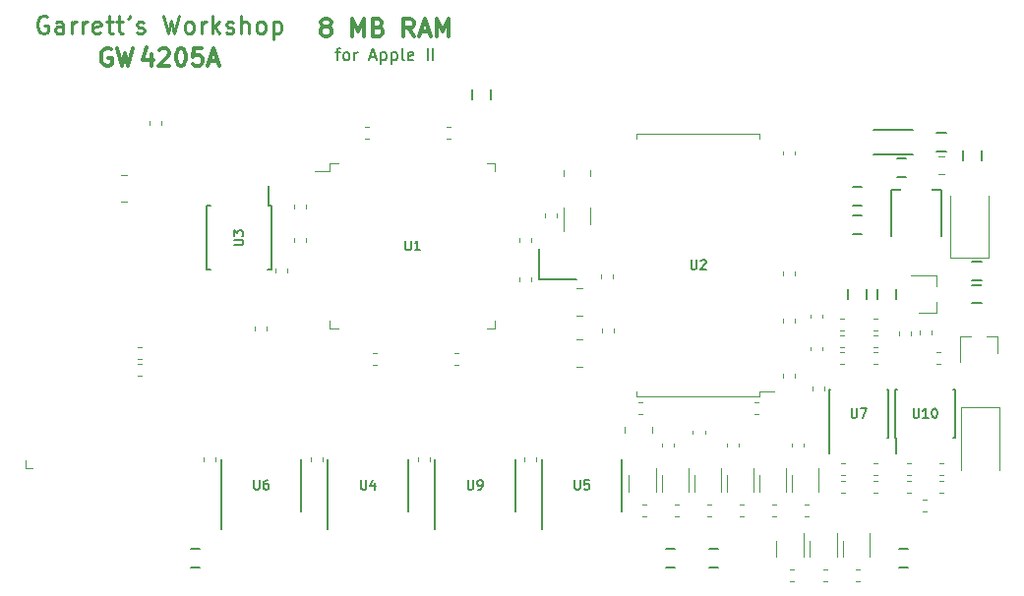
<source format=gto>
G04 #@! TF.GenerationSoftware,KiCad,Pcbnew,(5.1.5-0-10_14)*
G04 #@! TF.CreationDate,2021-02-17T19:07:14-05:00*
G04 #@! TF.ProjectId,GR8RAM,47523852-414d-42e6-9b69-6361645f7063,0.9*
G04 #@! TF.SameCoordinates,Original*
G04 #@! TF.FileFunction,Legend,Top*
G04 #@! TF.FilePolarity,Positive*
%FSLAX46Y46*%
G04 Gerber Fmt 4.6, Leading zero omitted, Abs format (unit mm)*
G04 Created by KiCad (PCBNEW (5.1.5-0-10_14)) date 2021-02-17 19:07:14*
%MOMM*%
%LPD*%
G04 APERTURE LIST*
%ADD10C,0.203200*%
%ADD11C,0.300000*%
%ADD12C,0.225000*%
%ADD13C,0.120000*%
%ADD14C,0.150000*%
%ADD15C,0.152400*%
%ADD16C,0.127000*%
%ADD17C,0.100000*%
%ADD18R,1.879600X1.879600*%
%ADD19O,1.879600X1.879600*%
%ADD20C,2.000000*%
%ADD21R,1.952400X4.552400*%
%ADD22O,1.952400X4.552400*%
%ADD23O,4.552400X1.952400*%
%ADD24C,2.527300*%
%ADD25C,1.143000*%
%ADD26C,0.939800*%
%ADD27C,2.152400*%
%ADD28C,1.448000*%
G04 APERTURE END LIST*
D10*
X87412285Y-84745285D02*
X87799333Y-84745285D01*
X87557428Y-85422619D02*
X87557428Y-84551761D01*
X87605809Y-84455000D01*
X87702571Y-84406619D01*
X87799333Y-84406619D01*
X88283142Y-85422619D02*
X88186380Y-85374238D01*
X88138000Y-85325857D01*
X88089619Y-85229095D01*
X88089619Y-84938809D01*
X88138000Y-84842047D01*
X88186380Y-84793666D01*
X88283142Y-84745285D01*
X88428285Y-84745285D01*
X88525047Y-84793666D01*
X88573428Y-84842047D01*
X88621809Y-84938809D01*
X88621809Y-85229095D01*
X88573428Y-85325857D01*
X88525047Y-85374238D01*
X88428285Y-85422619D01*
X88283142Y-85422619D01*
X89057238Y-85422619D02*
X89057238Y-84745285D01*
X89057238Y-84938809D02*
X89105619Y-84842047D01*
X89154000Y-84793666D01*
X89250761Y-84745285D01*
X89347523Y-84745285D01*
X90411904Y-85132333D02*
X90895714Y-85132333D01*
X90315142Y-85422619D02*
X90653809Y-84406619D01*
X90992476Y-85422619D01*
X91331142Y-84745285D02*
X91331142Y-85761285D01*
X91331142Y-84793666D02*
X91427904Y-84745285D01*
X91621428Y-84745285D01*
X91718190Y-84793666D01*
X91766571Y-84842047D01*
X91814952Y-84938809D01*
X91814952Y-85229095D01*
X91766571Y-85325857D01*
X91718190Y-85374238D01*
X91621428Y-85422619D01*
X91427904Y-85422619D01*
X91331142Y-85374238D01*
X92250380Y-84745285D02*
X92250380Y-85761285D01*
X92250380Y-84793666D02*
X92347142Y-84745285D01*
X92540666Y-84745285D01*
X92637428Y-84793666D01*
X92685809Y-84842047D01*
X92734190Y-84938809D01*
X92734190Y-85229095D01*
X92685809Y-85325857D01*
X92637428Y-85374238D01*
X92540666Y-85422619D01*
X92347142Y-85422619D01*
X92250380Y-85374238D01*
X93314761Y-85422619D02*
X93218000Y-85374238D01*
X93169619Y-85277476D01*
X93169619Y-84406619D01*
X94088857Y-85374238D02*
X93992095Y-85422619D01*
X93798571Y-85422619D01*
X93701809Y-85374238D01*
X93653428Y-85277476D01*
X93653428Y-84890428D01*
X93701809Y-84793666D01*
X93798571Y-84745285D01*
X93992095Y-84745285D01*
X94088857Y-84793666D01*
X94137238Y-84890428D01*
X94137238Y-84987190D01*
X93653428Y-85083952D01*
X95346761Y-85422619D02*
X95346761Y-84406619D01*
X95830571Y-85422619D02*
X95830571Y-84406619D01*
D11*
X71553000Y-84895571D02*
X71553000Y-85895571D01*
X71195857Y-84324142D02*
X70838714Y-85395571D01*
X71767285Y-85395571D01*
X72267285Y-84538428D02*
X72338714Y-84467000D01*
X72481571Y-84395571D01*
X72838714Y-84395571D01*
X72981571Y-84467000D01*
X73053000Y-84538428D01*
X73124428Y-84681285D01*
X73124428Y-84824142D01*
X73053000Y-85038428D01*
X72195857Y-85895571D01*
X73124428Y-85895571D01*
X74053000Y-84395571D02*
X74195857Y-84395571D01*
X74338714Y-84467000D01*
X74410142Y-84538428D01*
X74481571Y-84681285D01*
X74553000Y-84967000D01*
X74553000Y-85324142D01*
X74481571Y-85609857D01*
X74410142Y-85752714D01*
X74338714Y-85824142D01*
X74195857Y-85895571D01*
X74053000Y-85895571D01*
X73910142Y-85824142D01*
X73838714Y-85752714D01*
X73767285Y-85609857D01*
X73695857Y-85324142D01*
X73695857Y-84967000D01*
X73767285Y-84681285D01*
X73838714Y-84538428D01*
X73910142Y-84467000D01*
X74053000Y-84395571D01*
X75910142Y-84395571D02*
X75195857Y-84395571D01*
X75124428Y-85109857D01*
X75195857Y-85038428D01*
X75338714Y-84967000D01*
X75695857Y-84967000D01*
X75838714Y-85038428D01*
X75910142Y-85109857D01*
X75981571Y-85252714D01*
X75981571Y-85609857D01*
X75910142Y-85752714D01*
X75838714Y-85824142D01*
X75695857Y-85895571D01*
X75338714Y-85895571D01*
X75195857Y-85824142D01*
X75124428Y-85752714D01*
X76553000Y-85467000D02*
X77267285Y-85467000D01*
X76410142Y-85895571D02*
X76910142Y-84395571D01*
X77410142Y-85895571D01*
X86468857Y-82495571D02*
X86323714Y-82423000D01*
X86251142Y-82350428D01*
X86178571Y-82205285D01*
X86178571Y-82132714D01*
X86251142Y-81987571D01*
X86323714Y-81915000D01*
X86468857Y-81842428D01*
X86759142Y-81842428D01*
X86904285Y-81915000D01*
X86976857Y-81987571D01*
X87049428Y-82132714D01*
X87049428Y-82205285D01*
X86976857Y-82350428D01*
X86904285Y-82423000D01*
X86759142Y-82495571D01*
X86468857Y-82495571D01*
X86323714Y-82568142D01*
X86251142Y-82640714D01*
X86178571Y-82785857D01*
X86178571Y-83076142D01*
X86251142Y-83221285D01*
X86323714Y-83293857D01*
X86468857Y-83366428D01*
X86759142Y-83366428D01*
X86904285Y-83293857D01*
X86976857Y-83221285D01*
X87049428Y-83076142D01*
X87049428Y-82785857D01*
X86976857Y-82640714D01*
X86904285Y-82568142D01*
X86759142Y-82495571D01*
X88863714Y-83366428D02*
X88863714Y-81842428D01*
X89371714Y-82931000D01*
X89879714Y-81842428D01*
X89879714Y-83366428D01*
X91113428Y-82568142D02*
X91331142Y-82640714D01*
X91403714Y-82713285D01*
X91476285Y-82858428D01*
X91476285Y-83076142D01*
X91403714Y-83221285D01*
X91331142Y-83293857D01*
X91186000Y-83366428D01*
X90605428Y-83366428D01*
X90605428Y-81842428D01*
X91113428Y-81842428D01*
X91258571Y-81915000D01*
X91331142Y-81987571D01*
X91403714Y-82132714D01*
X91403714Y-82277857D01*
X91331142Y-82423000D01*
X91258571Y-82495571D01*
X91113428Y-82568142D01*
X90605428Y-82568142D01*
X94161428Y-83366428D02*
X93653428Y-82640714D01*
X93290571Y-83366428D02*
X93290571Y-81842428D01*
X93871142Y-81842428D01*
X94016285Y-81915000D01*
X94088857Y-81987571D01*
X94161428Y-82132714D01*
X94161428Y-82350428D01*
X94088857Y-82495571D01*
X94016285Y-82568142D01*
X93871142Y-82640714D01*
X93290571Y-82640714D01*
X94742000Y-82931000D02*
X95467714Y-82931000D01*
X94596857Y-83366428D02*
X95104857Y-81842428D01*
X95612857Y-83366428D01*
X96120857Y-83366428D02*
X96120857Y-81842428D01*
X96628857Y-82931000D01*
X97136857Y-81842428D01*
X97136857Y-83366428D01*
D12*
X62611000Y-81661000D02*
X62465857Y-81588428D01*
X62248142Y-81588428D01*
X62030428Y-81661000D01*
X61885285Y-81806142D01*
X61812714Y-81951285D01*
X61740142Y-82241571D01*
X61740142Y-82459285D01*
X61812714Y-82749571D01*
X61885285Y-82894714D01*
X62030428Y-83039857D01*
X62248142Y-83112428D01*
X62393285Y-83112428D01*
X62611000Y-83039857D01*
X62683571Y-82967285D01*
X62683571Y-82459285D01*
X62393285Y-82459285D01*
X63989857Y-83112428D02*
X63989857Y-82314142D01*
X63917285Y-82169000D01*
X63772142Y-82096428D01*
X63481857Y-82096428D01*
X63336714Y-82169000D01*
X63989857Y-83039857D02*
X63844714Y-83112428D01*
X63481857Y-83112428D01*
X63336714Y-83039857D01*
X63264142Y-82894714D01*
X63264142Y-82749571D01*
X63336714Y-82604428D01*
X63481857Y-82531857D01*
X63844714Y-82531857D01*
X63989857Y-82459285D01*
X64715571Y-83112428D02*
X64715571Y-82096428D01*
X64715571Y-82386714D02*
X64788142Y-82241571D01*
X64860714Y-82169000D01*
X65005857Y-82096428D01*
X65151000Y-82096428D01*
X65659000Y-83112428D02*
X65659000Y-82096428D01*
X65659000Y-82386714D02*
X65731571Y-82241571D01*
X65804142Y-82169000D01*
X65949285Y-82096428D01*
X66094428Y-82096428D01*
X67183000Y-83039857D02*
X67037857Y-83112428D01*
X66747571Y-83112428D01*
X66602428Y-83039857D01*
X66529857Y-82894714D01*
X66529857Y-82314142D01*
X66602428Y-82169000D01*
X66747571Y-82096428D01*
X67037857Y-82096428D01*
X67183000Y-82169000D01*
X67255571Y-82314142D01*
X67255571Y-82459285D01*
X66529857Y-82604428D01*
X67691000Y-82096428D02*
X68271571Y-82096428D01*
X67908714Y-81588428D02*
X67908714Y-82894714D01*
X67981285Y-83039857D01*
X68126428Y-83112428D01*
X68271571Y-83112428D01*
X68561857Y-82096428D02*
X69142428Y-82096428D01*
X68779571Y-81588428D02*
X68779571Y-82894714D01*
X68852142Y-83039857D01*
X68997285Y-83112428D01*
X69142428Y-83112428D01*
X69723000Y-81588428D02*
X69723000Y-81661000D01*
X69650428Y-81806142D01*
X69577857Y-81878714D01*
X70303571Y-83039857D02*
X70448714Y-83112428D01*
X70739000Y-83112428D01*
X70884142Y-83039857D01*
X70956714Y-82894714D01*
X70956714Y-82822142D01*
X70884142Y-82677000D01*
X70739000Y-82604428D01*
X70521285Y-82604428D01*
X70376142Y-82531857D01*
X70303571Y-82386714D01*
X70303571Y-82314142D01*
X70376142Y-82169000D01*
X70521285Y-82096428D01*
X70739000Y-82096428D01*
X70884142Y-82169000D01*
X72625857Y-81588428D02*
X72988714Y-83112428D01*
X73279000Y-82023857D01*
X73569285Y-83112428D01*
X73932142Y-81588428D01*
X74730428Y-83112428D02*
X74585285Y-83039857D01*
X74512714Y-82967285D01*
X74440142Y-82822142D01*
X74440142Y-82386714D01*
X74512714Y-82241571D01*
X74585285Y-82169000D01*
X74730428Y-82096428D01*
X74948142Y-82096428D01*
X75093285Y-82169000D01*
X75165857Y-82241571D01*
X75238428Y-82386714D01*
X75238428Y-82822142D01*
X75165857Y-82967285D01*
X75093285Y-83039857D01*
X74948142Y-83112428D01*
X74730428Y-83112428D01*
X75891571Y-83112428D02*
X75891571Y-82096428D01*
X75891571Y-82386714D02*
X75964142Y-82241571D01*
X76036714Y-82169000D01*
X76181857Y-82096428D01*
X76327000Y-82096428D01*
X76835000Y-83112428D02*
X76835000Y-81588428D01*
X76980142Y-82531857D02*
X77415571Y-83112428D01*
X77415571Y-82096428D02*
X76835000Y-82677000D01*
X77996142Y-83039857D02*
X78141285Y-83112428D01*
X78431571Y-83112428D01*
X78576714Y-83039857D01*
X78649285Y-82894714D01*
X78649285Y-82822142D01*
X78576714Y-82677000D01*
X78431571Y-82604428D01*
X78213857Y-82604428D01*
X78068714Y-82531857D01*
X77996142Y-82386714D01*
X77996142Y-82314142D01*
X78068714Y-82169000D01*
X78213857Y-82096428D01*
X78431571Y-82096428D01*
X78576714Y-82169000D01*
X79302428Y-83112428D02*
X79302428Y-81588428D01*
X79955571Y-83112428D02*
X79955571Y-82314142D01*
X79883000Y-82169000D01*
X79737857Y-82096428D01*
X79520142Y-82096428D01*
X79375000Y-82169000D01*
X79302428Y-82241571D01*
X80899000Y-83112428D02*
X80753857Y-83039857D01*
X80681285Y-82967285D01*
X80608714Y-82822142D01*
X80608714Y-82386714D01*
X80681285Y-82241571D01*
X80753857Y-82169000D01*
X80899000Y-82096428D01*
X81116714Y-82096428D01*
X81261857Y-82169000D01*
X81334428Y-82241571D01*
X81407000Y-82386714D01*
X81407000Y-82822142D01*
X81334428Y-82967285D01*
X81261857Y-83039857D01*
X81116714Y-83112428D01*
X80899000Y-83112428D01*
X82060142Y-82096428D02*
X82060142Y-83620428D01*
X82060142Y-82169000D02*
X82205285Y-82096428D01*
X82495571Y-82096428D01*
X82640714Y-82169000D01*
X82713285Y-82241571D01*
X82785857Y-82386714D01*
X82785857Y-82822142D01*
X82713285Y-82967285D01*
X82640714Y-83039857D01*
X82495571Y-83112428D01*
X82205285Y-83112428D01*
X82060142Y-83039857D01*
D11*
X68091571Y-84467000D02*
X67948714Y-84395571D01*
X67734428Y-84395571D01*
X67520142Y-84467000D01*
X67377285Y-84609857D01*
X67305857Y-84752714D01*
X67234428Y-85038428D01*
X67234428Y-85252714D01*
X67305857Y-85538428D01*
X67377285Y-85681285D01*
X67520142Y-85824142D01*
X67734428Y-85895571D01*
X67877285Y-85895571D01*
X68091571Y-85824142D01*
X68163000Y-85752714D01*
X68163000Y-85252714D01*
X67877285Y-85252714D01*
X68663000Y-84395571D02*
X69020142Y-85895571D01*
X69305857Y-84824142D01*
X69591571Y-85895571D01*
X69948714Y-84395571D01*
D13*
X81460000Y-108662779D02*
X81460000Y-108337221D01*
X80440000Y-108662779D02*
X80440000Y-108337221D01*
D14*
X81671000Y-97961000D02*
X81671000Y-96211000D01*
X76366000Y-97961000D02*
X76366000Y-103461000D01*
X81876000Y-97961000D02*
X81876000Y-103461000D01*
X76366000Y-97961000D02*
X76666000Y-97961000D01*
X76366000Y-103461000D02*
X76666000Y-103461000D01*
X81876000Y-103461000D02*
X81576000Y-103461000D01*
X81876000Y-97961000D02*
X81671000Y-97961000D01*
D13*
X71440000Y-90962779D02*
X71440000Y-90637221D01*
X72460000Y-90962779D02*
X72460000Y-90637221D01*
X69000000Y-95270000D02*
X69500000Y-95270000D01*
X69000000Y-97630000D02*
X69500000Y-97630000D01*
X70387221Y-111160000D02*
X70712779Y-111160000D01*
X70387221Y-110140000D02*
X70712779Y-110140000D01*
X70712779Y-112610000D02*
X70387221Y-112610000D01*
X70712779Y-111590000D02*
X70387221Y-111590000D01*
D14*
X84475000Y-124225000D02*
X84475000Y-119775000D01*
X77575000Y-125750000D02*
X77575000Y-119775000D01*
D13*
X86940000Y-94990000D02*
X85650000Y-94990000D01*
X86940000Y-94290000D02*
X86940000Y-94990000D01*
X87640000Y-94290000D02*
X86940000Y-94290000D01*
X101160000Y-94290000D02*
X101160000Y-94990000D01*
X100460000Y-94290000D02*
X101160000Y-94290000D01*
X86940000Y-108510000D02*
X86940000Y-107810000D01*
X87640000Y-108510000D02*
X86940000Y-108510000D01*
X101160000Y-108510000D02*
X101160000Y-107810000D01*
X100460000Y-108510000D02*
X101160000Y-108510000D01*
X116962779Y-124710000D02*
X116637221Y-124710000D01*
X116962779Y-123690000D02*
X116637221Y-123690000D01*
X126862779Y-130260000D02*
X126537221Y-130260000D01*
X126862779Y-129240000D02*
X126537221Y-129240000D01*
X127710000Y-128180000D02*
X127710000Y-126150000D01*
X125390000Y-126770000D02*
X125390000Y-128180000D01*
X127710000Y-118387221D02*
X127710000Y-118712779D01*
X126690000Y-118387221D02*
X126690000Y-118712779D01*
X121090000Y-118387221D02*
X121090000Y-118712779D01*
X122110000Y-118387221D02*
X122110000Y-118712779D01*
D14*
X135597000Y-117899000D02*
X135647000Y-117899000D01*
X135597000Y-113749000D02*
X135742000Y-113749000D01*
X140747000Y-113749000D02*
X140602000Y-113749000D01*
X140747000Y-117899000D02*
X140602000Y-117899000D01*
X135597000Y-117899000D02*
X135597000Y-113749000D01*
X140747000Y-117899000D02*
X140747000Y-113749000D01*
X135647000Y-117899000D02*
X135647000Y-119299000D01*
D13*
X135940000Y-109062779D02*
X135940000Y-108737221D01*
X136960000Y-109062779D02*
X136960000Y-108737221D01*
X128340000Y-107612779D02*
X128340000Y-107287221D01*
X129360000Y-107612779D02*
X129360000Y-107287221D01*
X128340000Y-110412779D02*
X128340000Y-110087221D01*
X129360000Y-110412779D02*
X129360000Y-110087221D01*
X107040000Y-98120000D02*
X107040000Y-100150000D01*
X109360000Y-99530000D02*
X109360000Y-98120000D01*
X144380000Y-109190000D02*
X144380000Y-110650000D01*
X141220000Y-109190000D02*
X141220000Y-111350000D01*
X141220000Y-109190000D02*
X142150000Y-109190000D01*
X144380000Y-109190000D02*
X143450000Y-109190000D01*
X123950000Y-92150000D02*
X123950000Y-91750000D01*
X113350000Y-92150000D02*
X113350000Y-91750000D01*
X113350000Y-114350000D02*
X113350000Y-113950000D01*
X123950000Y-91750000D02*
X113350000Y-91750000D01*
X123950000Y-114350000D02*
X113350000Y-114350000D01*
X123950000Y-113950000D02*
X123950000Y-114350000D01*
X125150000Y-113950000D02*
X123950000Y-113950000D01*
D15*
X133150000Y-105956400D02*
X133150000Y-105143600D01*
X131550000Y-105956400D02*
X131550000Y-105143600D01*
X134050000Y-105956400D02*
X134050000Y-105143600D01*
X135650000Y-105956400D02*
X135650000Y-105143600D01*
D13*
X60706000Y-120523000D02*
X60706000Y-119888000D01*
X61341000Y-120523000D02*
X60706000Y-120523000D01*
X123812779Y-114840000D02*
X123487221Y-114840000D01*
X123812779Y-115860000D02*
X123487221Y-115860000D01*
D14*
X112075000Y-124225000D02*
X112075000Y-119775000D01*
X105175000Y-125750000D02*
X105175000Y-119775000D01*
D15*
X104950000Y-101650000D02*
X104950000Y-104250000D01*
X104950000Y-104250000D02*
X108200000Y-104250000D01*
D13*
X106460000Y-98587221D02*
X106460000Y-98912779D01*
X105440000Y-98587221D02*
X105440000Y-98912779D01*
X110340000Y-108862779D02*
X110340000Y-108537221D01*
X111360000Y-108862779D02*
X111360000Y-108537221D01*
X113812779Y-115860000D02*
X113487221Y-115860000D01*
X113812779Y-114840000D02*
X113487221Y-114840000D01*
X125940000Y-93237221D02*
X125940000Y-93562779D01*
X126960000Y-93237221D02*
X126960000Y-93562779D01*
X110290000Y-104212779D02*
X110290000Y-103887221D01*
X111310000Y-104212779D02*
X111310000Y-103887221D01*
X126960000Y-107637221D02*
X126960000Y-107962779D01*
X125940000Y-107637221D02*
X125940000Y-107962779D01*
X126960000Y-112437221D02*
X126960000Y-112762779D01*
X125940000Y-112437221D02*
X125940000Y-112762779D01*
X126960000Y-103637221D02*
X126960000Y-103962779D01*
X125940000Y-103637221D02*
X125940000Y-103962779D01*
D15*
X115837600Y-129070000D02*
X116650400Y-129070000D01*
X115837600Y-127470000D02*
X116650400Y-127470000D01*
X120382400Y-127470000D02*
X119569600Y-127470000D01*
X120382400Y-129070000D02*
X119569600Y-129070000D01*
X75756400Y-129070000D02*
X74943600Y-129070000D01*
X75756400Y-127470000D02*
X74943600Y-127470000D01*
D13*
X104260000Y-104137221D02*
X104260000Y-104462779D01*
X103240000Y-104137221D02*
X103240000Y-104462779D01*
X97637221Y-111610000D02*
X97962779Y-111610000D01*
X97637221Y-110590000D02*
X97962779Y-110590000D01*
X83840000Y-101062779D02*
X83840000Y-100737221D01*
X84860000Y-101062779D02*
X84860000Y-100737221D01*
X97312779Y-92210000D02*
X96987221Y-92210000D01*
X97312779Y-91190000D02*
X96987221Y-91190000D01*
X90312779Y-91190000D02*
X89987221Y-91190000D01*
X90312779Y-92210000D02*
X89987221Y-92210000D01*
X84860000Y-98162779D02*
X84860000Y-97837221D01*
X83840000Y-98162779D02*
X83840000Y-97837221D01*
X85290000Y-119637221D02*
X85290000Y-119962779D01*
X86310000Y-119637221D02*
X86310000Y-119962779D01*
X90637221Y-110590000D02*
X90962779Y-110590000D01*
X90637221Y-111610000D02*
X90962779Y-111610000D01*
X103690000Y-119637221D02*
X103690000Y-119962779D01*
X104710000Y-119637221D02*
X104710000Y-119962779D01*
X95510000Y-119637221D02*
X95510000Y-119962779D01*
X94490000Y-119637221D02*
X94490000Y-119962779D01*
D15*
X136716400Y-129070000D02*
X135903600Y-129070000D01*
X136716400Y-127470000D02*
X135903600Y-127470000D01*
D14*
X95975000Y-125750000D02*
X95975000Y-119775000D01*
X102875000Y-124225000D02*
X102875000Y-119775000D01*
D13*
X104260000Y-101062779D02*
X104260000Y-100737221D01*
X103240000Y-101062779D02*
X103240000Y-100737221D01*
D14*
X86775000Y-125750000D02*
X86775000Y-119775000D01*
X93675000Y-124225000D02*
X93675000Y-119775000D01*
D13*
X139110000Y-107130000D02*
X139110000Y-106200000D01*
X139110000Y-103970000D02*
X139110000Y-104900000D01*
X139110000Y-103970000D02*
X136950000Y-103970000D01*
X139110000Y-107130000D02*
X137650000Y-107130000D01*
D15*
X99200000Y-87943600D02*
X99200000Y-88756400D01*
X100800000Y-87943600D02*
X100800000Y-88756400D01*
X143050000Y-94006400D02*
X143050000Y-93193600D01*
X141450000Y-94006400D02*
X141450000Y-93193600D01*
X142193600Y-102750000D02*
X143006400Y-102750000D01*
X142193600Y-104350000D02*
X143006400Y-104350000D01*
X142193600Y-106350000D02*
X143006400Y-106350000D01*
X142193600Y-104750000D02*
X143006400Y-104750000D01*
D13*
X140350000Y-102450000D02*
X140350000Y-97050000D01*
X143650000Y-102450000D02*
X143650000Y-97050000D01*
X140350000Y-102450000D02*
X143650000Y-102450000D01*
D16*
X139550000Y-96600000D02*
X139550000Y-100550000D01*
X135250000Y-96600000D02*
X135250000Y-100550000D01*
X139550000Y-96600000D02*
X135250000Y-96600000D01*
D13*
X139291422Y-93690000D02*
X139808578Y-93690000D01*
X139291422Y-95210000D02*
X139808578Y-95210000D01*
X144550000Y-115300000D02*
X144550000Y-120700000D01*
X141250000Y-115300000D02*
X141250000Y-120700000D01*
X144550000Y-115300000D02*
X141250000Y-115300000D01*
X77110000Y-119637221D02*
X77110000Y-119962779D01*
X76090000Y-119637221D02*
X76090000Y-119962779D01*
D15*
X132756400Y-97900000D02*
X131943600Y-97900000D01*
X132756400Y-96300000D02*
X131943600Y-96300000D01*
X132756400Y-98800000D02*
X131943600Y-98800000D01*
X132756400Y-100400000D02*
X131943600Y-100400000D01*
D16*
X133750000Y-93500000D02*
X137150000Y-93500000D01*
X133750000Y-91400000D02*
X137150000Y-91400000D01*
D13*
X109380000Y-94900000D02*
X109380000Y-95400000D01*
X107020000Y-94900000D02*
X107020000Y-95400000D01*
X108700000Y-105070000D02*
X108200000Y-105070000D01*
X108700000Y-107430000D02*
X108200000Y-107430000D01*
X108700000Y-111830000D02*
X108200000Y-111830000D01*
X108700000Y-109470000D02*
X108200000Y-109470000D01*
X114680000Y-116950000D02*
X114680000Y-117450000D01*
X112320000Y-116950000D02*
X112320000Y-117450000D01*
X133737221Y-108660000D02*
X134062779Y-108660000D01*
X133737221Y-107640000D02*
X134062779Y-107640000D01*
X131262779Y-121640000D02*
X130937221Y-121640000D01*
X131262779Y-122660000D02*
X130937221Y-122660000D01*
X130837221Y-107640000D02*
X131162779Y-107640000D01*
X130837221Y-108660000D02*
X131162779Y-108660000D01*
X134062779Y-122660000D02*
X133737221Y-122660000D01*
X134062779Y-121640000D02*
X133737221Y-121640000D01*
X134062779Y-109090000D02*
X133737221Y-109090000D01*
X134062779Y-110110000D02*
X133737221Y-110110000D01*
X130937221Y-120140000D02*
X131262779Y-120140000D01*
X130937221Y-121160000D02*
X131262779Y-121160000D01*
X133737221Y-111560000D02*
X134062779Y-111560000D01*
X133737221Y-110540000D02*
X134062779Y-110540000D01*
X133737221Y-121160000D02*
X134062779Y-121160000D01*
X133737221Y-120140000D02*
X134062779Y-120140000D01*
X131162779Y-109090000D02*
X130837221Y-109090000D01*
X131162779Y-110110000D02*
X130837221Y-110110000D01*
X130837221Y-110540000D02*
X131162779Y-110540000D01*
X130837221Y-111560000D02*
X131162779Y-111560000D01*
D15*
X139143600Y-93250000D02*
X139956400Y-93250000D01*
X139143600Y-91650000D02*
X139956400Y-91650000D01*
X136556400Y-93850000D02*
X135743600Y-93850000D01*
X136556400Y-95450000D02*
X135743600Y-95450000D01*
D13*
X136912779Y-122660000D02*
X136587221Y-122660000D01*
X136912779Y-121640000D02*
X136587221Y-121640000D01*
D14*
X129932000Y-117899000D02*
X129932000Y-119299000D01*
X135032000Y-117899000D02*
X135032000Y-113749000D01*
X129882000Y-117899000D02*
X129882000Y-113749000D01*
X135032000Y-117899000D02*
X134887000Y-117899000D01*
X135032000Y-113749000D02*
X134887000Y-113749000D01*
X129882000Y-113749000D02*
X130027000Y-113749000D01*
X129882000Y-117899000D02*
X129932000Y-117899000D01*
D13*
X139387221Y-120140000D02*
X139712779Y-120140000D01*
X139387221Y-121160000D02*
X139712779Y-121160000D01*
X137690000Y-109012779D02*
X137690000Y-108687221D01*
X138710000Y-109012779D02*
X138710000Y-108687221D01*
X136587221Y-120140000D02*
X136912779Y-120140000D01*
X136587221Y-121160000D02*
X136912779Y-121160000D01*
X138312779Y-123240000D02*
X137987221Y-123240000D01*
X138312779Y-124260000D02*
X137987221Y-124260000D01*
X139712779Y-121640000D02*
X139387221Y-121640000D01*
X139712779Y-122660000D02*
X139387221Y-122660000D01*
X82290000Y-103713779D02*
X82290000Y-103388221D01*
X83310000Y-103713779D02*
X83310000Y-103388221D01*
X119762779Y-123690000D02*
X119437221Y-123690000D01*
X119762779Y-124710000D02*
X119437221Y-124710000D01*
X125362779Y-123690000D02*
X125037221Y-123690000D01*
X125362779Y-124710000D02*
X125037221Y-124710000D01*
X128162779Y-123690000D02*
X127837221Y-123690000D01*
X128162779Y-124710000D02*
X127837221Y-124710000D01*
X122562779Y-124710000D02*
X122237221Y-124710000D01*
X122562779Y-123690000D02*
X122237221Y-123690000D01*
X132562779Y-129240000D02*
X132237221Y-129240000D01*
X132562779Y-130260000D02*
X132237221Y-130260000D01*
X129712779Y-130260000D02*
X129387221Y-130260000D01*
X129712779Y-129240000D02*
X129387221Y-129240000D01*
X120610000Y-122580000D02*
X120610000Y-120550000D01*
X118290000Y-121170000D02*
X118290000Y-122580000D01*
X123890000Y-121170000D02*
X123890000Y-122580000D01*
X126210000Y-122580000D02*
X126210000Y-120550000D01*
X117810000Y-122580000D02*
X117810000Y-120550000D01*
X115490000Y-121170000D02*
X115490000Y-122580000D01*
X126690000Y-121170000D02*
X126690000Y-122580000D01*
X129010000Y-122580000D02*
X129010000Y-120550000D01*
X121090000Y-121170000D02*
X121090000Y-122580000D01*
X123410000Y-122580000D02*
X123410000Y-120550000D01*
X133410000Y-128180000D02*
X133410000Y-126150000D01*
X131090000Y-126770000D02*
X131090000Y-128180000D01*
X128240000Y-126770000D02*
X128240000Y-128180000D01*
X130560000Y-128180000D02*
X130560000Y-126150000D01*
X116510000Y-118387221D02*
X116510000Y-118712779D01*
X115490000Y-118387221D02*
X115490000Y-118712779D01*
X114162779Y-123690000D02*
X113837221Y-123690000D01*
X114162779Y-124710000D02*
X113837221Y-124710000D01*
X112690000Y-121170000D02*
X112690000Y-122580000D01*
X115010000Y-122580000D02*
X115010000Y-120550000D01*
X128440000Y-113537221D02*
X128440000Y-113862779D01*
X129460000Y-113537221D02*
X129460000Y-113862779D01*
X118190000Y-117287221D02*
X118190000Y-117612779D01*
X119210000Y-117287221D02*
X119210000Y-117612779D01*
X139137221Y-111560000D02*
X139462779Y-111560000D01*
X139137221Y-110540000D02*
X139462779Y-110540000D01*
D10*
X78675895Y-101330276D02*
X79333876Y-101330276D01*
X79411285Y-101291571D01*
X79449990Y-101252866D01*
X79488695Y-101175457D01*
X79488695Y-101020638D01*
X79449990Y-100943228D01*
X79411285Y-100904523D01*
X79333876Y-100865819D01*
X78675895Y-100865819D01*
X78675895Y-100556180D02*
X78675895Y-100053019D01*
X78985533Y-100323952D01*
X78985533Y-100207838D01*
X79024238Y-100130428D01*
X79062942Y-100091723D01*
X79140352Y-100053019D01*
X79333876Y-100053019D01*
X79411285Y-100091723D01*
X79449990Y-100130428D01*
X79488695Y-100207838D01*
X79488695Y-100440066D01*
X79449990Y-100517476D01*
X79411285Y-100556180D01*
X80405723Y-121554895D02*
X80405723Y-122212876D01*
X80444428Y-122290285D01*
X80483133Y-122328990D01*
X80560542Y-122367695D01*
X80715361Y-122367695D01*
X80792771Y-122328990D01*
X80831476Y-122290285D01*
X80870180Y-122212876D01*
X80870180Y-121554895D01*
X81605571Y-121554895D02*
X81450752Y-121554895D01*
X81373342Y-121593600D01*
X81334638Y-121632304D01*
X81257228Y-121748419D01*
X81218523Y-121903238D01*
X81218523Y-122212876D01*
X81257228Y-122290285D01*
X81295933Y-122328990D01*
X81373342Y-122367695D01*
X81528161Y-122367695D01*
X81605571Y-122328990D01*
X81644276Y-122290285D01*
X81682980Y-122212876D01*
X81682980Y-122019352D01*
X81644276Y-121941942D01*
X81605571Y-121903238D01*
X81528161Y-121864533D01*
X81373342Y-121864533D01*
X81295933Y-121903238D01*
X81257228Y-121941942D01*
X81218523Y-122019352D01*
X93430723Y-100954895D02*
X93430723Y-101612876D01*
X93469428Y-101690285D01*
X93508133Y-101728990D01*
X93585542Y-101767695D01*
X93740361Y-101767695D01*
X93817771Y-101728990D01*
X93856476Y-101690285D01*
X93895180Y-101612876D01*
X93895180Y-100954895D01*
X94707980Y-101767695D02*
X94243523Y-101767695D01*
X94475752Y-101767695D02*
X94475752Y-100954895D01*
X94398342Y-101071009D01*
X94320933Y-101148419D01*
X94243523Y-101187123D01*
X137165676Y-115378895D02*
X137165676Y-116036876D01*
X137204380Y-116114285D01*
X137243085Y-116152990D01*
X137320495Y-116191695D01*
X137475314Y-116191695D01*
X137552723Y-116152990D01*
X137591428Y-116114285D01*
X137630133Y-116036876D01*
X137630133Y-115378895D01*
X138442933Y-116191695D02*
X137978476Y-116191695D01*
X138210704Y-116191695D02*
X138210704Y-115378895D01*
X138133295Y-115495009D01*
X138055885Y-115572419D01*
X137978476Y-115611123D01*
X138946095Y-115378895D02*
X139023504Y-115378895D01*
X139100914Y-115417600D01*
X139139619Y-115456304D01*
X139178323Y-115533714D01*
X139217028Y-115688533D01*
X139217028Y-115882057D01*
X139178323Y-116036876D01*
X139139619Y-116114285D01*
X139100914Y-116152990D01*
X139023504Y-116191695D01*
X138946095Y-116191695D01*
X138868685Y-116152990D01*
X138829980Y-116114285D01*
X138791276Y-116036876D01*
X138752571Y-115882057D01*
X138752571Y-115688533D01*
X138791276Y-115533714D01*
X138829980Y-115456304D01*
X138868685Y-115417600D01*
X138946095Y-115378895D01*
X118030723Y-102604895D02*
X118030723Y-103262876D01*
X118069428Y-103340285D01*
X118108133Y-103378990D01*
X118185542Y-103417695D01*
X118340361Y-103417695D01*
X118417771Y-103378990D01*
X118456476Y-103340285D01*
X118495180Y-103262876D01*
X118495180Y-102604895D01*
X118843523Y-102682304D02*
X118882228Y-102643600D01*
X118959638Y-102604895D01*
X119153161Y-102604895D01*
X119230571Y-102643600D01*
X119269276Y-102682304D01*
X119307980Y-102759714D01*
X119307980Y-102837123D01*
X119269276Y-102953238D01*
X118804819Y-103417695D01*
X119307980Y-103417695D01*
X108005723Y-121554895D02*
X108005723Y-122212876D01*
X108044428Y-122290285D01*
X108083133Y-122328990D01*
X108160542Y-122367695D01*
X108315361Y-122367695D01*
X108392771Y-122328990D01*
X108431476Y-122290285D01*
X108470180Y-122212876D01*
X108470180Y-121554895D01*
X109244276Y-121554895D02*
X108857228Y-121554895D01*
X108818523Y-121941942D01*
X108857228Y-121903238D01*
X108934638Y-121864533D01*
X109128161Y-121864533D01*
X109205571Y-121903238D01*
X109244276Y-121941942D01*
X109282980Y-122019352D01*
X109282980Y-122212876D01*
X109244276Y-122290285D01*
X109205571Y-122328990D01*
X109128161Y-122367695D01*
X108934638Y-122367695D01*
X108857228Y-122328990D01*
X108818523Y-122290285D01*
X98805723Y-121554895D02*
X98805723Y-122212876D01*
X98844428Y-122290285D01*
X98883133Y-122328990D01*
X98960542Y-122367695D01*
X99115361Y-122367695D01*
X99192771Y-122328990D01*
X99231476Y-122290285D01*
X99270180Y-122212876D01*
X99270180Y-121554895D01*
X99695933Y-122367695D02*
X99850752Y-122367695D01*
X99928161Y-122328990D01*
X99966866Y-122290285D01*
X100044276Y-122174171D01*
X100082980Y-122019352D01*
X100082980Y-121709714D01*
X100044276Y-121632304D01*
X100005571Y-121593600D01*
X99928161Y-121554895D01*
X99773342Y-121554895D01*
X99695933Y-121593600D01*
X99657228Y-121632304D01*
X99618523Y-121709714D01*
X99618523Y-121903238D01*
X99657228Y-121980647D01*
X99695933Y-122019352D01*
X99773342Y-122058057D01*
X99928161Y-122058057D01*
X100005571Y-122019352D01*
X100044276Y-121980647D01*
X100082980Y-121903238D01*
X89605723Y-121554895D02*
X89605723Y-122212876D01*
X89644428Y-122290285D01*
X89683133Y-122328990D01*
X89760542Y-122367695D01*
X89915361Y-122367695D01*
X89992771Y-122328990D01*
X90031476Y-122290285D01*
X90070180Y-122212876D01*
X90070180Y-121554895D01*
X90805571Y-121825828D02*
X90805571Y-122367695D01*
X90612047Y-121516190D02*
X90418523Y-122096761D01*
X90921685Y-122096761D01*
X131837723Y-115378895D02*
X131837723Y-116036876D01*
X131876428Y-116114285D01*
X131915133Y-116152990D01*
X131992542Y-116191695D01*
X132147361Y-116191695D01*
X132224771Y-116152990D01*
X132263476Y-116114285D01*
X132302180Y-116036876D01*
X132302180Y-115378895D01*
X132611819Y-115378895D02*
X133153685Y-115378895D01*
X132805342Y-116191695D01*
%LPC*%
D17*
G36*
X139700000Y-139446000D02*
G01*
X139192000Y-139954000D01*
X74168000Y-139954000D01*
X73660000Y-139446000D01*
X73660000Y-132080000D01*
X139700000Y-132080000D01*
X139700000Y-139446000D01*
G37*
G36*
X81294603Y-107300963D02*
G01*
X81314018Y-107303843D01*
X81333057Y-107308612D01*
X81351537Y-107315224D01*
X81369279Y-107323616D01*
X81386114Y-107333706D01*
X81401879Y-107345398D01*
X81416421Y-107358579D01*
X81429602Y-107373121D01*
X81441294Y-107388886D01*
X81451384Y-107405721D01*
X81459776Y-107423463D01*
X81466388Y-107441943D01*
X81471157Y-107460982D01*
X81474037Y-107480397D01*
X81475000Y-107500000D01*
X81475000Y-107900000D01*
X81474037Y-107919603D01*
X81471157Y-107939018D01*
X81466388Y-107958057D01*
X81459776Y-107976537D01*
X81451384Y-107994279D01*
X81441294Y-108011114D01*
X81429602Y-108026879D01*
X81416421Y-108041421D01*
X81401879Y-108054602D01*
X81386114Y-108066294D01*
X81369279Y-108076384D01*
X81351537Y-108084776D01*
X81333057Y-108091388D01*
X81314018Y-108096157D01*
X81294603Y-108099037D01*
X81275000Y-108100000D01*
X80625000Y-108100000D01*
X80605397Y-108099037D01*
X80585982Y-108096157D01*
X80566943Y-108091388D01*
X80548463Y-108084776D01*
X80530721Y-108076384D01*
X80513886Y-108066294D01*
X80498121Y-108054602D01*
X80483579Y-108041421D01*
X80470398Y-108026879D01*
X80458706Y-108011114D01*
X80448616Y-107994279D01*
X80440224Y-107976537D01*
X80433612Y-107958057D01*
X80428843Y-107939018D01*
X80425963Y-107919603D01*
X80425000Y-107900000D01*
X80425000Y-107500000D01*
X80425963Y-107480397D01*
X80428843Y-107460982D01*
X80433612Y-107441943D01*
X80440224Y-107423463D01*
X80448616Y-107405721D01*
X80458706Y-107388886D01*
X80470398Y-107373121D01*
X80483579Y-107358579D01*
X80498121Y-107345398D01*
X80513886Y-107333706D01*
X80530721Y-107323616D01*
X80548463Y-107315224D01*
X80566943Y-107308612D01*
X80585982Y-107303843D01*
X80605397Y-107300963D01*
X80625000Y-107300000D01*
X81275000Y-107300000D01*
X81294603Y-107300963D01*
G37*
G36*
X81294603Y-108900963D02*
G01*
X81314018Y-108903843D01*
X81333057Y-108908612D01*
X81351537Y-108915224D01*
X81369279Y-108923616D01*
X81386114Y-108933706D01*
X81401879Y-108945398D01*
X81416421Y-108958579D01*
X81429602Y-108973121D01*
X81441294Y-108988886D01*
X81451384Y-109005721D01*
X81459776Y-109023463D01*
X81466388Y-109041943D01*
X81471157Y-109060982D01*
X81474037Y-109080397D01*
X81475000Y-109100000D01*
X81475000Y-109500000D01*
X81474037Y-109519603D01*
X81471157Y-109539018D01*
X81466388Y-109558057D01*
X81459776Y-109576537D01*
X81451384Y-109594279D01*
X81441294Y-109611114D01*
X81429602Y-109626879D01*
X81416421Y-109641421D01*
X81401879Y-109654602D01*
X81386114Y-109666294D01*
X81369279Y-109676384D01*
X81351537Y-109684776D01*
X81333057Y-109691388D01*
X81314018Y-109696157D01*
X81294603Y-109699037D01*
X81275000Y-109700000D01*
X80625000Y-109700000D01*
X80605397Y-109699037D01*
X80585982Y-109696157D01*
X80566943Y-109691388D01*
X80548463Y-109684776D01*
X80530721Y-109676384D01*
X80513886Y-109666294D01*
X80498121Y-109654602D01*
X80483579Y-109641421D01*
X80470398Y-109626879D01*
X80458706Y-109611114D01*
X80448616Y-109594279D01*
X80440224Y-109576537D01*
X80433612Y-109558057D01*
X80428843Y-109539018D01*
X80425963Y-109519603D01*
X80425000Y-109500000D01*
X80425000Y-109100000D01*
X80425963Y-109080397D01*
X80428843Y-109060982D01*
X80433612Y-109041943D01*
X80440224Y-109023463D01*
X80448616Y-109005721D01*
X80458706Y-108988886D01*
X80470398Y-108973121D01*
X80483579Y-108958579D01*
X80498121Y-108945398D01*
X80513886Y-108933706D01*
X80530721Y-108923616D01*
X80548463Y-108915224D01*
X80566943Y-108908612D01*
X80585982Y-108903843D01*
X80605397Y-108900963D01*
X80625000Y-108900000D01*
X81275000Y-108900000D01*
X81294603Y-108900963D01*
G37*
D18*
X64135000Y-108204000D03*
D19*
X61595000Y-108204000D03*
X64135000Y-105664000D03*
X61595000Y-105664000D03*
X64135000Y-103124000D03*
X61595000Y-103124000D03*
X64135000Y-100584000D03*
X61595000Y-100584000D03*
X64135000Y-98044000D03*
X61595000Y-98044000D03*
D20*
X48133000Y-93599000D03*
D21*
X102800000Y-86500000D03*
D22*
X108800000Y-86500000D03*
D23*
X105300000Y-81700000D03*
D17*
G36*
X81245603Y-103461963D02*
G01*
X81265018Y-103464843D01*
X81284057Y-103469612D01*
X81302537Y-103476224D01*
X81320279Y-103484616D01*
X81337114Y-103494706D01*
X81352879Y-103506398D01*
X81367421Y-103519579D01*
X81380602Y-103534121D01*
X81392294Y-103549886D01*
X81402384Y-103566721D01*
X81410776Y-103584463D01*
X81417388Y-103602943D01*
X81422157Y-103621982D01*
X81425037Y-103641397D01*
X81426000Y-103661000D01*
X81426000Y-105061000D01*
X81425037Y-105080603D01*
X81422157Y-105100018D01*
X81417388Y-105119057D01*
X81410776Y-105137537D01*
X81402384Y-105155279D01*
X81392294Y-105172114D01*
X81380602Y-105187879D01*
X81367421Y-105202421D01*
X81352879Y-105215602D01*
X81337114Y-105227294D01*
X81320279Y-105237384D01*
X81302537Y-105245776D01*
X81284057Y-105252388D01*
X81265018Y-105257157D01*
X81245603Y-105260037D01*
X81226000Y-105261000D01*
X80826000Y-105261000D01*
X80806397Y-105260037D01*
X80786982Y-105257157D01*
X80767943Y-105252388D01*
X80749463Y-105245776D01*
X80731721Y-105237384D01*
X80714886Y-105227294D01*
X80699121Y-105215602D01*
X80684579Y-105202421D01*
X80671398Y-105187879D01*
X80659706Y-105172114D01*
X80649616Y-105155279D01*
X80641224Y-105137537D01*
X80634612Y-105119057D01*
X80629843Y-105100018D01*
X80626963Y-105080603D01*
X80626000Y-105061000D01*
X80626000Y-103661000D01*
X80626963Y-103641397D01*
X80629843Y-103621982D01*
X80634612Y-103602943D01*
X80641224Y-103584463D01*
X80649616Y-103566721D01*
X80659706Y-103549886D01*
X80671398Y-103534121D01*
X80684579Y-103519579D01*
X80699121Y-103506398D01*
X80714886Y-103494706D01*
X80731721Y-103484616D01*
X80749463Y-103476224D01*
X80767943Y-103469612D01*
X80786982Y-103464843D01*
X80806397Y-103461963D01*
X80826000Y-103461000D01*
X81226000Y-103461000D01*
X81245603Y-103461963D01*
G37*
G36*
X79975603Y-103461963D02*
G01*
X79995018Y-103464843D01*
X80014057Y-103469612D01*
X80032537Y-103476224D01*
X80050279Y-103484616D01*
X80067114Y-103494706D01*
X80082879Y-103506398D01*
X80097421Y-103519579D01*
X80110602Y-103534121D01*
X80122294Y-103549886D01*
X80132384Y-103566721D01*
X80140776Y-103584463D01*
X80147388Y-103602943D01*
X80152157Y-103621982D01*
X80155037Y-103641397D01*
X80156000Y-103661000D01*
X80156000Y-105061000D01*
X80155037Y-105080603D01*
X80152157Y-105100018D01*
X80147388Y-105119057D01*
X80140776Y-105137537D01*
X80132384Y-105155279D01*
X80122294Y-105172114D01*
X80110602Y-105187879D01*
X80097421Y-105202421D01*
X80082879Y-105215602D01*
X80067114Y-105227294D01*
X80050279Y-105237384D01*
X80032537Y-105245776D01*
X80014057Y-105252388D01*
X79995018Y-105257157D01*
X79975603Y-105260037D01*
X79956000Y-105261000D01*
X79556000Y-105261000D01*
X79536397Y-105260037D01*
X79516982Y-105257157D01*
X79497943Y-105252388D01*
X79479463Y-105245776D01*
X79461721Y-105237384D01*
X79444886Y-105227294D01*
X79429121Y-105215602D01*
X79414579Y-105202421D01*
X79401398Y-105187879D01*
X79389706Y-105172114D01*
X79379616Y-105155279D01*
X79371224Y-105137537D01*
X79364612Y-105119057D01*
X79359843Y-105100018D01*
X79356963Y-105080603D01*
X79356000Y-105061000D01*
X79356000Y-103661000D01*
X79356963Y-103641397D01*
X79359843Y-103621982D01*
X79364612Y-103602943D01*
X79371224Y-103584463D01*
X79379616Y-103566721D01*
X79389706Y-103549886D01*
X79401398Y-103534121D01*
X79414579Y-103519579D01*
X79429121Y-103506398D01*
X79444886Y-103494706D01*
X79461721Y-103484616D01*
X79479463Y-103476224D01*
X79497943Y-103469612D01*
X79516982Y-103464843D01*
X79536397Y-103461963D01*
X79556000Y-103461000D01*
X79956000Y-103461000D01*
X79975603Y-103461963D01*
G37*
G36*
X78705603Y-103461963D02*
G01*
X78725018Y-103464843D01*
X78744057Y-103469612D01*
X78762537Y-103476224D01*
X78780279Y-103484616D01*
X78797114Y-103494706D01*
X78812879Y-103506398D01*
X78827421Y-103519579D01*
X78840602Y-103534121D01*
X78852294Y-103549886D01*
X78862384Y-103566721D01*
X78870776Y-103584463D01*
X78877388Y-103602943D01*
X78882157Y-103621982D01*
X78885037Y-103641397D01*
X78886000Y-103661000D01*
X78886000Y-105061000D01*
X78885037Y-105080603D01*
X78882157Y-105100018D01*
X78877388Y-105119057D01*
X78870776Y-105137537D01*
X78862384Y-105155279D01*
X78852294Y-105172114D01*
X78840602Y-105187879D01*
X78827421Y-105202421D01*
X78812879Y-105215602D01*
X78797114Y-105227294D01*
X78780279Y-105237384D01*
X78762537Y-105245776D01*
X78744057Y-105252388D01*
X78725018Y-105257157D01*
X78705603Y-105260037D01*
X78686000Y-105261000D01*
X78286000Y-105261000D01*
X78266397Y-105260037D01*
X78246982Y-105257157D01*
X78227943Y-105252388D01*
X78209463Y-105245776D01*
X78191721Y-105237384D01*
X78174886Y-105227294D01*
X78159121Y-105215602D01*
X78144579Y-105202421D01*
X78131398Y-105187879D01*
X78119706Y-105172114D01*
X78109616Y-105155279D01*
X78101224Y-105137537D01*
X78094612Y-105119057D01*
X78089843Y-105100018D01*
X78086963Y-105080603D01*
X78086000Y-105061000D01*
X78086000Y-103661000D01*
X78086963Y-103641397D01*
X78089843Y-103621982D01*
X78094612Y-103602943D01*
X78101224Y-103584463D01*
X78109616Y-103566721D01*
X78119706Y-103549886D01*
X78131398Y-103534121D01*
X78144579Y-103519579D01*
X78159121Y-103506398D01*
X78174886Y-103494706D01*
X78191721Y-103484616D01*
X78209463Y-103476224D01*
X78227943Y-103469612D01*
X78246982Y-103464843D01*
X78266397Y-103461963D01*
X78286000Y-103461000D01*
X78686000Y-103461000D01*
X78705603Y-103461963D01*
G37*
G36*
X77435603Y-103461963D02*
G01*
X77455018Y-103464843D01*
X77474057Y-103469612D01*
X77492537Y-103476224D01*
X77510279Y-103484616D01*
X77527114Y-103494706D01*
X77542879Y-103506398D01*
X77557421Y-103519579D01*
X77570602Y-103534121D01*
X77582294Y-103549886D01*
X77592384Y-103566721D01*
X77600776Y-103584463D01*
X77607388Y-103602943D01*
X77612157Y-103621982D01*
X77615037Y-103641397D01*
X77616000Y-103661000D01*
X77616000Y-105061000D01*
X77615037Y-105080603D01*
X77612157Y-105100018D01*
X77607388Y-105119057D01*
X77600776Y-105137537D01*
X77592384Y-105155279D01*
X77582294Y-105172114D01*
X77570602Y-105187879D01*
X77557421Y-105202421D01*
X77542879Y-105215602D01*
X77527114Y-105227294D01*
X77510279Y-105237384D01*
X77492537Y-105245776D01*
X77474057Y-105252388D01*
X77455018Y-105257157D01*
X77435603Y-105260037D01*
X77416000Y-105261000D01*
X77016000Y-105261000D01*
X76996397Y-105260037D01*
X76976982Y-105257157D01*
X76957943Y-105252388D01*
X76939463Y-105245776D01*
X76921721Y-105237384D01*
X76904886Y-105227294D01*
X76889121Y-105215602D01*
X76874579Y-105202421D01*
X76861398Y-105187879D01*
X76849706Y-105172114D01*
X76839616Y-105155279D01*
X76831224Y-105137537D01*
X76824612Y-105119057D01*
X76819843Y-105100018D01*
X76816963Y-105080603D01*
X76816000Y-105061000D01*
X76816000Y-103661000D01*
X76816963Y-103641397D01*
X76819843Y-103621982D01*
X76824612Y-103602943D01*
X76831224Y-103584463D01*
X76839616Y-103566721D01*
X76849706Y-103549886D01*
X76861398Y-103534121D01*
X76874579Y-103519579D01*
X76889121Y-103506398D01*
X76904886Y-103494706D01*
X76921721Y-103484616D01*
X76939463Y-103476224D01*
X76957943Y-103469612D01*
X76976982Y-103464843D01*
X76996397Y-103461963D01*
X77016000Y-103461000D01*
X77416000Y-103461000D01*
X77435603Y-103461963D01*
G37*
G36*
X77435603Y-96161963D02*
G01*
X77455018Y-96164843D01*
X77474057Y-96169612D01*
X77492537Y-96176224D01*
X77510279Y-96184616D01*
X77527114Y-96194706D01*
X77542879Y-96206398D01*
X77557421Y-96219579D01*
X77570602Y-96234121D01*
X77582294Y-96249886D01*
X77592384Y-96266721D01*
X77600776Y-96284463D01*
X77607388Y-96302943D01*
X77612157Y-96321982D01*
X77615037Y-96341397D01*
X77616000Y-96361000D01*
X77616000Y-97761000D01*
X77615037Y-97780603D01*
X77612157Y-97800018D01*
X77607388Y-97819057D01*
X77600776Y-97837537D01*
X77592384Y-97855279D01*
X77582294Y-97872114D01*
X77570602Y-97887879D01*
X77557421Y-97902421D01*
X77542879Y-97915602D01*
X77527114Y-97927294D01*
X77510279Y-97937384D01*
X77492537Y-97945776D01*
X77474057Y-97952388D01*
X77455018Y-97957157D01*
X77435603Y-97960037D01*
X77416000Y-97961000D01*
X77016000Y-97961000D01*
X76996397Y-97960037D01*
X76976982Y-97957157D01*
X76957943Y-97952388D01*
X76939463Y-97945776D01*
X76921721Y-97937384D01*
X76904886Y-97927294D01*
X76889121Y-97915602D01*
X76874579Y-97902421D01*
X76861398Y-97887879D01*
X76849706Y-97872114D01*
X76839616Y-97855279D01*
X76831224Y-97837537D01*
X76824612Y-97819057D01*
X76819843Y-97800018D01*
X76816963Y-97780603D01*
X76816000Y-97761000D01*
X76816000Y-96361000D01*
X76816963Y-96341397D01*
X76819843Y-96321982D01*
X76824612Y-96302943D01*
X76831224Y-96284463D01*
X76839616Y-96266721D01*
X76849706Y-96249886D01*
X76861398Y-96234121D01*
X76874579Y-96219579D01*
X76889121Y-96206398D01*
X76904886Y-96194706D01*
X76921721Y-96184616D01*
X76939463Y-96176224D01*
X76957943Y-96169612D01*
X76976982Y-96164843D01*
X76996397Y-96161963D01*
X77016000Y-96161000D01*
X77416000Y-96161000D01*
X77435603Y-96161963D01*
G37*
G36*
X78705603Y-96161963D02*
G01*
X78725018Y-96164843D01*
X78744057Y-96169612D01*
X78762537Y-96176224D01*
X78780279Y-96184616D01*
X78797114Y-96194706D01*
X78812879Y-96206398D01*
X78827421Y-96219579D01*
X78840602Y-96234121D01*
X78852294Y-96249886D01*
X78862384Y-96266721D01*
X78870776Y-96284463D01*
X78877388Y-96302943D01*
X78882157Y-96321982D01*
X78885037Y-96341397D01*
X78886000Y-96361000D01*
X78886000Y-97761000D01*
X78885037Y-97780603D01*
X78882157Y-97800018D01*
X78877388Y-97819057D01*
X78870776Y-97837537D01*
X78862384Y-97855279D01*
X78852294Y-97872114D01*
X78840602Y-97887879D01*
X78827421Y-97902421D01*
X78812879Y-97915602D01*
X78797114Y-97927294D01*
X78780279Y-97937384D01*
X78762537Y-97945776D01*
X78744057Y-97952388D01*
X78725018Y-97957157D01*
X78705603Y-97960037D01*
X78686000Y-97961000D01*
X78286000Y-97961000D01*
X78266397Y-97960037D01*
X78246982Y-97957157D01*
X78227943Y-97952388D01*
X78209463Y-97945776D01*
X78191721Y-97937384D01*
X78174886Y-97927294D01*
X78159121Y-97915602D01*
X78144579Y-97902421D01*
X78131398Y-97887879D01*
X78119706Y-97872114D01*
X78109616Y-97855279D01*
X78101224Y-97837537D01*
X78094612Y-97819057D01*
X78089843Y-97800018D01*
X78086963Y-97780603D01*
X78086000Y-97761000D01*
X78086000Y-96361000D01*
X78086963Y-96341397D01*
X78089843Y-96321982D01*
X78094612Y-96302943D01*
X78101224Y-96284463D01*
X78109616Y-96266721D01*
X78119706Y-96249886D01*
X78131398Y-96234121D01*
X78144579Y-96219579D01*
X78159121Y-96206398D01*
X78174886Y-96194706D01*
X78191721Y-96184616D01*
X78209463Y-96176224D01*
X78227943Y-96169612D01*
X78246982Y-96164843D01*
X78266397Y-96161963D01*
X78286000Y-96161000D01*
X78686000Y-96161000D01*
X78705603Y-96161963D01*
G37*
G36*
X79975603Y-96161963D02*
G01*
X79995018Y-96164843D01*
X80014057Y-96169612D01*
X80032537Y-96176224D01*
X80050279Y-96184616D01*
X80067114Y-96194706D01*
X80082879Y-96206398D01*
X80097421Y-96219579D01*
X80110602Y-96234121D01*
X80122294Y-96249886D01*
X80132384Y-96266721D01*
X80140776Y-96284463D01*
X80147388Y-96302943D01*
X80152157Y-96321982D01*
X80155037Y-96341397D01*
X80156000Y-96361000D01*
X80156000Y-97761000D01*
X80155037Y-97780603D01*
X80152157Y-97800018D01*
X80147388Y-97819057D01*
X80140776Y-97837537D01*
X80132384Y-97855279D01*
X80122294Y-97872114D01*
X80110602Y-97887879D01*
X80097421Y-97902421D01*
X80082879Y-97915602D01*
X80067114Y-97927294D01*
X80050279Y-97937384D01*
X80032537Y-97945776D01*
X80014057Y-97952388D01*
X79995018Y-97957157D01*
X79975603Y-97960037D01*
X79956000Y-97961000D01*
X79556000Y-97961000D01*
X79536397Y-97960037D01*
X79516982Y-97957157D01*
X79497943Y-97952388D01*
X79479463Y-97945776D01*
X79461721Y-97937384D01*
X79444886Y-97927294D01*
X79429121Y-97915602D01*
X79414579Y-97902421D01*
X79401398Y-97887879D01*
X79389706Y-97872114D01*
X79379616Y-97855279D01*
X79371224Y-97837537D01*
X79364612Y-97819057D01*
X79359843Y-97800018D01*
X79356963Y-97780603D01*
X79356000Y-97761000D01*
X79356000Y-96361000D01*
X79356963Y-96341397D01*
X79359843Y-96321982D01*
X79364612Y-96302943D01*
X79371224Y-96284463D01*
X79379616Y-96266721D01*
X79389706Y-96249886D01*
X79401398Y-96234121D01*
X79414579Y-96219579D01*
X79429121Y-96206398D01*
X79444886Y-96194706D01*
X79461721Y-96184616D01*
X79479463Y-96176224D01*
X79497943Y-96169612D01*
X79516982Y-96164843D01*
X79536397Y-96161963D01*
X79556000Y-96161000D01*
X79956000Y-96161000D01*
X79975603Y-96161963D01*
G37*
G36*
X81245603Y-96161963D02*
G01*
X81265018Y-96164843D01*
X81284057Y-96169612D01*
X81302537Y-96176224D01*
X81320279Y-96184616D01*
X81337114Y-96194706D01*
X81352879Y-96206398D01*
X81367421Y-96219579D01*
X81380602Y-96234121D01*
X81392294Y-96249886D01*
X81402384Y-96266721D01*
X81410776Y-96284463D01*
X81417388Y-96302943D01*
X81422157Y-96321982D01*
X81425037Y-96341397D01*
X81426000Y-96361000D01*
X81426000Y-97761000D01*
X81425037Y-97780603D01*
X81422157Y-97800018D01*
X81417388Y-97819057D01*
X81410776Y-97837537D01*
X81402384Y-97855279D01*
X81392294Y-97872114D01*
X81380602Y-97887879D01*
X81367421Y-97902421D01*
X81352879Y-97915602D01*
X81337114Y-97927294D01*
X81320279Y-97937384D01*
X81302537Y-97945776D01*
X81284057Y-97952388D01*
X81265018Y-97957157D01*
X81245603Y-97960037D01*
X81226000Y-97961000D01*
X80826000Y-97961000D01*
X80806397Y-97960037D01*
X80786982Y-97957157D01*
X80767943Y-97952388D01*
X80749463Y-97945776D01*
X80731721Y-97937384D01*
X80714886Y-97927294D01*
X80699121Y-97915602D01*
X80684579Y-97902421D01*
X80671398Y-97887879D01*
X80659706Y-97872114D01*
X80649616Y-97855279D01*
X80641224Y-97837537D01*
X80634612Y-97819057D01*
X80629843Y-97800018D01*
X80626963Y-97780603D01*
X80626000Y-97761000D01*
X80626000Y-96361000D01*
X80626963Y-96341397D01*
X80629843Y-96321982D01*
X80634612Y-96302943D01*
X80641224Y-96284463D01*
X80649616Y-96266721D01*
X80659706Y-96249886D01*
X80671398Y-96234121D01*
X80684579Y-96219579D01*
X80699121Y-96206398D01*
X80714886Y-96194706D01*
X80731721Y-96184616D01*
X80749463Y-96176224D01*
X80767943Y-96169612D01*
X80786982Y-96164843D01*
X80806397Y-96161963D01*
X80826000Y-96161000D01*
X81226000Y-96161000D01*
X81245603Y-96161963D01*
G37*
G36*
X72294603Y-91200963D02*
G01*
X72314018Y-91203843D01*
X72333057Y-91208612D01*
X72351537Y-91215224D01*
X72369279Y-91223616D01*
X72386114Y-91233706D01*
X72401879Y-91245398D01*
X72416421Y-91258579D01*
X72429602Y-91273121D01*
X72441294Y-91288886D01*
X72451384Y-91305721D01*
X72459776Y-91323463D01*
X72466388Y-91341943D01*
X72471157Y-91360982D01*
X72474037Y-91380397D01*
X72475000Y-91400000D01*
X72475000Y-91800000D01*
X72474037Y-91819603D01*
X72471157Y-91839018D01*
X72466388Y-91858057D01*
X72459776Y-91876537D01*
X72451384Y-91894279D01*
X72441294Y-91911114D01*
X72429602Y-91926879D01*
X72416421Y-91941421D01*
X72401879Y-91954602D01*
X72386114Y-91966294D01*
X72369279Y-91976384D01*
X72351537Y-91984776D01*
X72333057Y-91991388D01*
X72314018Y-91996157D01*
X72294603Y-91999037D01*
X72275000Y-92000000D01*
X71625000Y-92000000D01*
X71605397Y-91999037D01*
X71585982Y-91996157D01*
X71566943Y-91991388D01*
X71548463Y-91984776D01*
X71530721Y-91976384D01*
X71513886Y-91966294D01*
X71498121Y-91954602D01*
X71483579Y-91941421D01*
X71470398Y-91926879D01*
X71458706Y-91911114D01*
X71448616Y-91894279D01*
X71440224Y-91876537D01*
X71433612Y-91858057D01*
X71428843Y-91839018D01*
X71425963Y-91819603D01*
X71425000Y-91800000D01*
X71425000Y-91400000D01*
X71425963Y-91380397D01*
X71428843Y-91360982D01*
X71433612Y-91341943D01*
X71440224Y-91323463D01*
X71448616Y-91305721D01*
X71458706Y-91288886D01*
X71470398Y-91273121D01*
X71483579Y-91258579D01*
X71498121Y-91245398D01*
X71513886Y-91233706D01*
X71530721Y-91223616D01*
X71548463Y-91215224D01*
X71566943Y-91208612D01*
X71585982Y-91203843D01*
X71605397Y-91200963D01*
X71625000Y-91200000D01*
X72275000Y-91200000D01*
X72294603Y-91200963D01*
G37*
G36*
X72294603Y-89600963D02*
G01*
X72314018Y-89603843D01*
X72333057Y-89608612D01*
X72351537Y-89615224D01*
X72369279Y-89623616D01*
X72386114Y-89633706D01*
X72401879Y-89645398D01*
X72416421Y-89658579D01*
X72429602Y-89673121D01*
X72441294Y-89688886D01*
X72451384Y-89705721D01*
X72459776Y-89723463D01*
X72466388Y-89741943D01*
X72471157Y-89760982D01*
X72474037Y-89780397D01*
X72475000Y-89800000D01*
X72475000Y-90200000D01*
X72474037Y-90219603D01*
X72471157Y-90239018D01*
X72466388Y-90258057D01*
X72459776Y-90276537D01*
X72451384Y-90294279D01*
X72441294Y-90311114D01*
X72429602Y-90326879D01*
X72416421Y-90341421D01*
X72401879Y-90354602D01*
X72386114Y-90366294D01*
X72369279Y-90376384D01*
X72351537Y-90384776D01*
X72333057Y-90391388D01*
X72314018Y-90396157D01*
X72294603Y-90399037D01*
X72275000Y-90400000D01*
X71625000Y-90400000D01*
X71605397Y-90399037D01*
X71585982Y-90396157D01*
X71566943Y-90391388D01*
X71548463Y-90384776D01*
X71530721Y-90376384D01*
X71513886Y-90366294D01*
X71498121Y-90354602D01*
X71483579Y-90341421D01*
X71470398Y-90326879D01*
X71458706Y-90311114D01*
X71448616Y-90294279D01*
X71440224Y-90276537D01*
X71433612Y-90258057D01*
X71428843Y-90239018D01*
X71425963Y-90219603D01*
X71425000Y-90200000D01*
X71425000Y-89800000D01*
X71425963Y-89780397D01*
X71428843Y-89760982D01*
X71433612Y-89741943D01*
X71440224Y-89723463D01*
X71448616Y-89705721D01*
X71458706Y-89688886D01*
X71470398Y-89673121D01*
X71483579Y-89658579D01*
X71498121Y-89645398D01*
X71513886Y-89633706D01*
X71530721Y-89623616D01*
X71548463Y-89615224D01*
X71566943Y-89608612D01*
X71585982Y-89603843D01*
X71605397Y-89600963D01*
X71625000Y-89600000D01*
X72275000Y-89600000D01*
X72294603Y-89600963D01*
G37*
G36*
X68997978Y-95426539D02*
G01*
X69008850Y-95428152D01*
X69019512Y-95430823D01*
X69029861Y-95434525D01*
X69039796Y-95439225D01*
X69049224Y-95444875D01*
X69058052Y-95451423D01*
X69066196Y-95458804D01*
X69073577Y-95466948D01*
X69080125Y-95475776D01*
X69085775Y-95485204D01*
X69090475Y-95495139D01*
X69094177Y-95505488D01*
X69096848Y-95516150D01*
X69098461Y-95527022D01*
X69099000Y-95538000D01*
X69099000Y-95762000D01*
X69098461Y-95772978D01*
X69096848Y-95783850D01*
X69094177Y-95794512D01*
X69090475Y-95804861D01*
X69085775Y-95814796D01*
X69080125Y-95824224D01*
X69073577Y-95833052D01*
X69066196Y-95841196D01*
X69058052Y-95848577D01*
X69049224Y-95855125D01*
X69039796Y-95860775D01*
X69029861Y-95865475D01*
X69019512Y-95869177D01*
X69008850Y-95871848D01*
X68997978Y-95873461D01*
X68987000Y-95874000D01*
X68513000Y-95874000D01*
X68502022Y-95873461D01*
X68491150Y-95871848D01*
X68480488Y-95869177D01*
X68470139Y-95865475D01*
X68460204Y-95860775D01*
X68450776Y-95855125D01*
X68441948Y-95848577D01*
X68433804Y-95841196D01*
X68426423Y-95833052D01*
X68419875Y-95824224D01*
X68414225Y-95814796D01*
X68409525Y-95804861D01*
X68405823Y-95794512D01*
X68403152Y-95783850D01*
X68401539Y-95772978D01*
X68401000Y-95762000D01*
X68401000Y-95538000D01*
X68401539Y-95527022D01*
X68403152Y-95516150D01*
X68405823Y-95505488D01*
X68409525Y-95495139D01*
X68414225Y-95485204D01*
X68419875Y-95475776D01*
X68426423Y-95466948D01*
X68433804Y-95458804D01*
X68441948Y-95451423D01*
X68450776Y-95444875D01*
X68460204Y-95439225D01*
X68470139Y-95434525D01*
X68480488Y-95430823D01*
X68491150Y-95428152D01*
X68502022Y-95426539D01*
X68513000Y-95426000D01*
X68987000Y-95426000D01*
X68997978Y-95426539D01*
G37*
G36*
X69020527Y-96026419D02*
G01*
X69028973Y-96027672D01*
X69037255Y-96029746D01*
X69045293Y-96032622D01*
X69053012Y-96036273D01*
X69060335Y-96040662D01*
X69067192Y-96045748D01*
X69073518Y-96051482D01*
X69079252Y-96057808D01*
X69084338Y-96064665D01*
X69088727Y-96071988D01*
X69092378Y-96079707D01*
X69095254Y-96087745D01*
X69097328Y-96096027D01*
X69098581Y-96104473D01*
X69099000Y-96113000D01*
X69099000Y-96287000D01*
X69098581Y-96295527D01*
X69097328Y-96303973D01*
X69095254Y-96312255D01*
X69092378Y-96320293D01*
X69088727Y-96328012D01*
X69084338Y-96335335D01*
X69079252Y-96342192D01*
X69073518Y-96348518D01*
X69067192Y-96354252D01*
X69060335Y-96359338D01*
X69053012Y-96363727D01*
X69045293Y-96367378D01*
X69037255Y-96370254D01*
X69028973Y-96372328D01*
X69020527Y-96373581D01*
X69012000Y-96374000D01*
X68488000Y-96374000D01*
X68479473Y-96373581D01*
X68471027Y-96372328D01*
X68462745Y-96370254D01*
X68454707Y-96367378D01*
X68446988Y-96363727D01*
X68439665Y-96359338D01*
X68432808Y-96354252D01*
X68426482Y-96348518D01*
X68420748Y-96342192D01*
X68415662Y-96335335D01*
X68411273Y-96328012D01*
X68407622Y-96320293D01*
X68404746Y-96312255D01*
X68402672Y-96303973D01*
X68401419Y-96295527D01*
X68401000Y-96287000D01*
X68401000Y-96113000D01*
X68401419Y-96104473D01*
X68402672Y-96096027D01*
X68404746Y-96087745D01*
X68407622Y-96079707D01*
X68411273Y-96071988D01*
X68415662Y-96064665D01*
X68420748Y-96057808D01*
X68426482Y-96051482D01*
X68432808Y-96045748D01*
X68439665Y-96040662D01*
X68446988Y-96036273D01*
X68454707Y-96032622D01*
X68462745Y-96029746D01*
X68471027Y-96027672D01*
X68479473Y-96026419D01*
X68488000Y-96026000D01*
X69012000Y-96026000D01*
X69020527Y-96026419D01*
G37*
G36*
X68997978Y-97026539D02*
G01*
X69008850Y-97028152D01*
X69019512Y-97030823D01*
X69029861Y-97034525D01*
X69039796Y-97039225D01*
X69049224Y-97044875D01*
X69058052Y-97051423D01*
X69066196Y-97058804D01*
X69073577Y-97066948D01*
X69080125Y-97075776D01*
X69085775Y-97085204D01*
X69090475Y-97095139D01*
X69094177Y-97105488D01*
X69096848Y-97116150D01*
X69098461Y-97127022D01*
X69099000Y-97138000D01*
X69099000Y-97362000D01*
X69098461Y-97372978D01*
X69096848Y-97383850D01*
X69094177Y-97394512D01*
X69090475Y-97404861D01*
X69085775Y-97414796D01*
X69080125Y-97424224D01*
X69073577Y-97433052D01*
X69066196Y-97441196D01*
X69058052Y-97448577D01*
X69049224Y-97455125D01*
X69039796Y-97460775D01*
X69029861Y-97465475D01*
X69019512Y-97469177D01*
X69008850Y-97471848D01*
X68997978Y-97473461D01*
X68987000Y-97474000D01*
X68513000Y-97474000D01*
X68502022Y-97473461D01*
X68491150Y-97471848D01*
X68480488Y-97469177D01*
X68470139Y-97465475D01*
X68460204Y-97460775D01*
X68450776Y-97455125D01*
X68441948Y-97448577D01*
X68433804Y-97441196D01*
X68426423Y-97433052D01*
X68419875Y-97424224D01*
X68414225Y-97414796D01*
X68409525Y-97404861D01*
X68405823Y-97394512D01*
X68403152Y-97383850D01*
X68401539Y-97372978D01*
X68401000Y-97362000D01*
X68401000Y-97138000D01*
X68401539Y-97127022D01*
X68403152Y-97116150D01*
X68405823Y-97105488D01*
X68409525Y-97095139D01*
X68414225Y-97085204D01*
X68419875Y-97075776D01*
X68426423Y-97066948D01*
X68433804Y-97058804D01*
X68441948Y-97051423D01*
X68450776Y-97044875D01*
X68460204Y-97039225D01*
X68470139Y-97034525D01*
X68480488Y-97030823D01*
X68491150Y-97028152D01*
X68502022Y-97026539D01*
X68513000Y-97026000D01*
X68987000Y-97026000D01*
X68997978Y-97026539D01*
G37*
G36*
X69020527Y-96526419D02*
G01*
X69028973Y-96527672D01*
X69037255Y-96529746D01*
X69045293Y-96532622D01*
X69053012Y-96536273D01*
X69060335Y-96540662D01*
X69067192Y-96545748D01*
X69073518Y-96551482D01*
X69079252Y-96557808D01*
X69084338Y-96564665D01*
X69088727Y-96571988D01*
X69092378Y-96579707D01*
X69095254Y-96587745D01*
X69097328Y-96596027D01*
X69098581Y-96604473D01*
X69099000Y-96613000D01*
X69099000Y-96787000D01*
X69098581Y-96795527D01*
X69097328Y-96803973D01*
X69095254Y-96812255D01*
X69092378Y-96820293D01*
X69088727Y-96828012D01*
X69084338Y-96835335D01*
X69079252Y-96842192D01*
X69073518Y-96848518D01*
X69067192Y-96854252D01*
X69060335Y-96859338D01*
X69053012Y-96863727D01*
X69045293Y-96867378D01*
X69037255Y-96870254D01*
X69028973Y-96872328D01*
X69020527Y-96873581D01*
X69012000Y-96874000D01*
X68488000Y-96874000D01*
X68479473Y-96873581D01*
X68471027Y-96872328D01*
X68462745Y-96870254D01*
X68454707Y-96867378D01*
X68446988Y-96863727D01*
X68439665Y-96859338D01*
X68432808Y-96854252D01*
X68426482Y-96848518D01*
X68420748Y-96842192D01*
X68415662Y-96835335D01*
X68411273Y-96828012D01*
X68407622Y-96820293D01*
X68404746Y-96812255D01*
X68402672Y-96803973D01*
X68401419Y-96795527D01*
X68401000Y-96787000D01*
X68401000Y-96613000D01*
X68401419Y-96604473D01*
X68402672Y-96596027D01*
X68404746Y-96587745D01*
X68407622Y-96579707D01*
X68411273Y-96571988D01*
X68415662Y-96564665D01*
X68420748Y-96557808D01*
X68426482Y-96551482D01*
X68432808Y-96545748D01*
X68439665Y-96540662D01*
X68446988Y-96536273D01*
X68454707Y-96532622D01*
X68462745Y-96529746D01*
X68471027Y-96527672D01*
X68479473Y-96526419D01*
X68488000Y-96526000D01*
X69012000Y-96526000D01*
X69020527Y-96526419D01*
G37*
G36*
X69997978Y-95426539D02*
G01*
X70008850Y-95428152D01*
X70019512Y-95430823D01*
X70029861Y-95434525D01*
X70039796Y-95439225D01*
X70049224Y-95444875D01*
X70058052Y-95451423D01*
X70066196Y-95458804D01*
X70073577Y-95466948D01*
X70080125Y-95475776D01*
X70085775Y-95485204D01*
X70090475Y-95495139D01*
X70094177Y-95505488D01*
X70096848Y-95516150D01*
X70098461Y-95527022D01*
X70099000Y-95538000D01*
X70099000Y-95762000D01*
X70098461Y-95772978D01*
X70096848Y-95783850D01*
X70094177Y-95794512D01*
X70090475Y-95804861D01*
X70085775Y-95814796D01*
X70080125Y-95824224D01*
X70073577Y-95833052D01*
X70066196Y-95841196D01*
X70058052Y-95848577D01*
X70049224Y-95855125D01*
X70039796Y-95860775D01*
X70029861Y-95865475D01*
X70019512Y-95869177D01*
X70008850Y-95871848D01*
X69997978Y-95873461D01*
X69987000Y-95874000D01*
X69513000Y-95874000D01*
X69502022Y-95873461D01*
X69491150Y-95871848D01*
X69480488Y-95869177D01*
X69470139Y-95865475D01*
X69460204Y-95860775D01*
X69450776Y-95855125D01*
X69441948Y-95848577D01*
X69433804Y-95841196D01*
X69426423Y-95833052D01*
X69419875Y-95824224D01*
X69414225Y-95814796D01*
X69409525Y-95804861D01*
X69405823Y-95794512D01*
X69403152Y-95783850D01*
X69401539Y-95772978D01*
X69401000Y-95762000D01*
X69401000Y-95538000D01*
X69401539Y-95527022D01*
X69403152Y-95516150D01*
X69405823Y-95505488D01*
X69409525Y-95495139D01*
X69414225Y-95485204D01*
X69419875Y-95475776D01*
X69426423Y-95466948D01*
X69433804Y-95458804D01*
X69441948Y-95451423D01*
X69450776Y-95444875D01*
X69460204Y-95439225D01*
X69470139Y-95434525D01*
X69480488Y-95430823D01*
X69491150Y-95428152D01*
X69502022Y-95426539D01*
X69513000Y-95426000D01*
X69987000Y-95426000D01*
X69997978Y-95426539D01*
G37*
G36*
X70020527Y-96526419D02*
G01*
X70028973Y-96527672D01*
X70037255Y-96529746D01*
X70045293Y-96532622D01*
X70053012Y-96536273D01*
X70060335Y-96540662D01*
X70067192Y-96545748D01*
X70073518Y-96551482D01*
X70079252Y-96557808D01*
X70084338Y-96564665D01*
X70088727Y-96571988D01*
X70092378Y-96579707D01*
X70095254Y-96587745D01*
X70097328Y-96596027D01*
X70098581Y-96604473D01*
X70099000Y-96613000D01*
X70099000Y-96787000D01*
X70098581Y-96795527D01*
X70097328Y-96803973D01*
X70095254Y-96812255D01*
X70092378Y-96820293D01*
X70088727Y-96828012D01*
X70084338Y-96835335D01*
X70079252Y-96842192D01*
X70073518Y-96848518D01*
X70067192Y-96854252D01*
X70060335Y-96859338D01*
X70053012Y-96863727D01*
X70045293Y-96867378D01*
X70037255Y-96870254D01*
X70028973Y-96872328D01*
X70020527Y-96873581D01*
X70012000Y-96874000D01*
X69488000Y-96874000D01*
X69479473Y-96873581D01*
X69471027Y-96872328D01*
X69462745Y-96870254D01*
X69454707Y-96867378D01*
X69446988Y-96863727D01*
X69439665Y-96859338D01*
X69432808Y-96854252D01*
X69426482Y-96848518D01*
X69420748Y-96842192D01*
X69415662Y-96835335D01*
X69411273Y-96828012D01*
X69407622Y-96820293D01*
X69404746Y-96812255D01*
X69402672Y-96803973D01*
X69401419Y-96795527D01*
X69401000Y-96787000D01*
X69401000Y-96613000D01*
X69401419Y-96604473D01*
X69402672Y-96596027D01*
X69404746Y-96587745D01*
X69407622Y-96579707D01*
X69411273Y-96571988D01*
X69415662Y-96564665D01*
X69420748Y-96557808D01*
X69426482Y-96551482D01*
X69432808Y-96545748D01*
X69439665Y-96540662D01*
X69446988Y-96536273D01*
X69454707Y-96532622D01*
X69462745Y-96529746D01*
X69471027Y-96527672D01*
X69479473Y-96526419D01*
X69488000Y-96526000D01*
X70012000Y-96526000D01*
X70020527Y-96526419D01*
G37*
G36*
X70020527Y-96026419D02*
G01*
X70028973Y-96027672D01*
X70037255Y-96029746D01*
X70045293Y-96032622D01*
X70053012Y-96036273D01*
X70060335Y-96040662D01*
X70067192Y-96045748D01*
X70073518Y-96051482D01*
X70079252Y-96057808D01*
X70084338Y-96064665D01*
X70088727Y-96071988D01*
X70092378Y-96079707D01*
X70095254Y-96087745D01*
X70097328Y-96096027D01*
X70098581Y-96104473D01*
X70099000Y-96113000D01*
X70099000Y-96287000D01*
X70098581Y-96295527D01*
X70097328Y-96303973D01*
X70095254Y-96312255D01*
X70092378Y-96320293D01*
X70088727Y-96328012D01*
X70084338Y-96335335D01*
X70079252Y-96342192D01*
X70073518Y-96348518D01*
X70067192Y-96354252D01*
X70060335Y-96359338D01*
X70053012Y-96363727D01*
X70045293Y-96367378D01*
X70037255Y-96370254D01*
X70028973Y-96372328D01*
X70020527Y-96373581D01*
X70012000Y-96374000D01*
X69488000Y-96374000D01*
X69479473Y-96373581D01*
X69471027Y-96372328D01*
X69462745Y-96370254D01*
X69454707Y-96367378D01*
X69446988Y-96363727D01*
X69439665Y-96359338D01*
X69432808Y-96354252D01*
X69426482Y-96348518D01*
X69420748Y-96342192D01*
X69415662Y-96335335D01*
X69411273Y-96328012D01*
X69407622Y-96320293D01*
X69404746Y-96312255D01*
X69402672Y-96303973D01*
X69401419Y-96295527D01*
X69401000Y-96287000D01*
X69401000Y-96113000D01*
X69401419Y-96104473D01*
X69402672Y-96096027D01*
X69404746Y-96087745D01*
X69407622Y-96079707D01*
X69411273Y-96071988D01*
X69415662Y-96064665D01*
X69420748Y-96057808D01*
X69426482Y-96051482D01*
X69432808Y-96045748D01*
X69439665Y-96040662D01*
X69446988Y-96036273D01*
X69454707Y-96032622D01*
X69462745Y-96029746D01*
X69471027Y-96027672D01*
X69479473Y-96026419D01*
X69488000Y-96026000D01*
X70012000Y-96026000D01*
X70020527Y-96026419D01*
G37*
G36*
X69997978Y-97026539D02*
G01*
X70008850Y-97028152D01*
X70019512Y-97030823D01*
X70029861Y-97034525D01*
X70039796Y-97039225D01*
X70049224Y-97044875D01*
X70058052Y-97051423D01*
X70066196Y-97058804D01*
X70073577Y-97066948D01*
X70080125Y-97075776D01*
X70085775Y-97085204D01*
X70090475Y-97095139D01*
X70094177Y-97105488D01*
X70096848Y-97116150D01*
X70098461Y-97127022D01*
X70099000Y-97138000D01*
X70099000Y-97362000D01*
X70098461Y-97372978D01*
X70096848Y-97383850D01*
X70094177Y-97394512D01*
X70090475Y-97404861D01*
X70085775Y-97414796D01*
X70080125Y-97424224D01*
X70073577Y-97433052D01*
X70066196Y-97441196D01*
X70058052Y-97448577D01*
X70049224Y-97455125D01*
X70039796Y-97460775D01*
X70029861Y-97465475D01*
X70019512Y-97469177D01*
X70008850Y-97471848D01*
X69997978Y-97473461D01*
X69987000Y-97474000D01*
X69513000Y-97474000D01*
X69502022Y-97473461D01*
X69491150Y-97471848D01*
X69480488Y-97469177D01*
X69470139Y-97465475D01*
X69460204Y-97460775D01*
X69450776Y-97455125D01*
X69441948Y-97448577D01*
X69433804Y-97441196D01*
X69426423Y-97433052D01*
X69419875Y-97424224D01*
X69414225Y-97414796D01*
X69409525Y-97404861D01*
X69405823Y-97394512D01*
X69403152Y-97383850D01*
X69401539Y-97372978D01*
X69401000Y-97362000D01*
X69401000Y-97138000D01*
X69401539Y-97127022D01*
X69403152Y-97116150D01*
X69405823Y-97105488D01*
X69409525Y-97095139D01*
X69414225Y-97085204D01*
X69419875Y-97075776D01*
X69426423Y-97066948D01*
X69433804Y-97058804D01*
X69441948Y-97051423D01*
X69450776Y-97044875D01*
X69460204Y-97039225D01*
X69470139Y-97034525D01*
X69480488Y-97030823D01*
X69491150Y-97028152D01*
X69502022Y-97026539D01*
X69513000Y-97026000D01*
X69987000Y-97026000D01*
X69997978Y-97026539D01*
G37*
G36*
X71569603Y-110125963D02*
G01*
X71589018Y-110128843D01*
X71608057Y-110133612D01*
X71626537Y-110140224D01*
X71644279Y-110148616D01*
X71661114Y-110158706D01*
X71676879Y-110170398D01*
X71691421Y-110183579D01*
X71704602Y-110198121D01*
X71716294Y-110213886D01*
X71726384Y-110230721D01*
X71734776Y-110248463D01*
X71741388Y-110266943D01*
X71746157Y-110285982D01*
X71749037Y-110305397D01*
X71750000Y-110325000D01*
X71750000Y-110975000D01*
X71749037Y-110994603D01*
X71746157Y-111014018D01*
X71741388Y-111033057D01*
X71734776Y-111051537D01*
X71726384Y-111069279D01*
X71716294Y-111086114D01*
X71704602Y-111101879D01*
X71691421Y-111116421D01*
X71676879Y-111129602D01*
X71661114Y-111141294D01*
X71644279Y-111151384D01*
X71626537Y-111159776D01*
X71608057Y-111166388D01*
X71589018Y-111171157D01*
X71569603Y-111174037D01*
X71550000Y-111175000D01*
X71150000Y-111175000D01*
X71130397Y-111174037D01*
X71110982Y-111171157D01*
X71091943Y-111166388D01*
X71073463Y-111159776D01*
X71055721Y-111151384D01*
X71038886Y-111141294D01*
X71023121Y-111129602D01*
X71008579Y-111116421D01*
X70995398Y-111101879D01*
X70983706Y-111086114D01*
X70973616Y-111069279D01*
X70965224Y-111051537D01*
X70958612Y-111033057D01*
X70953843Y-111014018D01*
X70950963Y-110994603D01*
X70950000Y-110975000D01*
X70950000Y-110325000D01*
X70950963Y-110305397D01*
X70953843Y-110285982D01*
X70958612Y-110266943D01*
X70965224Y-110248463D01*
X70973616Y-110230721D01*
X70983706Y-110213886D01*
X70995398Y-110198121D01*
X71008579Y-110183579D01*
X71023121Y-110170398D01*
X71038886Y-110158706D01*
X71055721Y-110148616D01*
X71073463Y-110140224D01*
X71091943Y-110133612D01*
X71110982Y-110128843D01*
X71130397Y-110125963D01*
X71150000Y-110125000D01*
X71550000Y-110125000D01*
X71569603Y-110125963D01*
G37*
G36*
X69969603Y-110125963D02*
G01*
X69989018Y-110128843D01*
X70008057Y-110133612D01*
X70026537Y-110140224D01*
X70044279Y-110148616D01*
X70061114Y-110158706D01*
X70076879Y-110170398D01*
X70091421Y-110183579D01*
X70104602Y-110198121D01*
X70116294Y-110213886D01*
X70126384Y-110230721D01*
X70134776Y-110248463D01*
X70141388Y-110266943D01*
X70146157Y-110285982D01*
X70149037Y-110305397D01*
X70150000Y-110325000D01*
X70150000Y-110975000D01*
X70149037Y-110994603D01*
X70146157Y-111014018D01*
X70141388Y-111033057D01*
X70134776Y-111051537D01*
X70126384Y-111069279D01*
X70116294Y-111086114D01*
X70104602Y-111101879D01*
X70091421Y-111116421D01*
X70076879Y-111129602D01*
X70061114Y-111141294D01*
X70044279Y-111151384D01*
X70026537Y-111159776D01*
X70008057Y-111166388D01*
X69989018Y-111171157D01*
X69969603Y-111174037D01*
X69950000Y-111175000D01*
X69550000Y-111175000D01*
X69530397Y-111174037D01*
X69510982Y-111171157D01*
X69491943Y-111166388D01*
X69473463Y-111159776D01*
X69455721Y-111151384D01*
X69438886Y-111141294D01*
X69423121Y-111129602D01*
X69408579Y-111116421D01*
X69395398Y-111101879D01*
X69383706Y-111086114D01*
X69373616Y-111069279D01*
X69365224Y-111051537D01*
X69358612Y-111033057D01*
X69353843Y-111014018D01*
X69350963Y-110994603D01*
X69350000Y-110975000D01*
X69350000Y-110325000D01*
X69350963Y-110305397D01*
X69353843Y-110285982D01*
X69358612Y-110266943D01*
X69365224Y-110248463D01*
X69373616Y-110230721D01*
X69383706Y-110213886D01*
X69395398Y-110198121D01*
X69408579Y-110183579D01*
X69423121Y-110170398D01*
X69438886Y-110158706D01*
X69455721Y-110148616D01*
X69473463Y-110140224D01*
X69491943Y-110133612D01*
X69510982Y-110128843D01*
X69530397Y-110125963D01*
X69550000Y-110125000D01*
X69950000Y-110125000D01*
X69969603Y-110125963D01*
G37*
G36*
X71569603Y-111575963D02*
G01*
X71589018Y-111578843D01*
X71608057Y-111583612D01*
X71626537Y-111590224D01*
X71644279Y-111598616D01*
X71661114Y-111608706D01*
X71676879Y-111620398D01*
X71691421Y-111633579D01*
X71704602Y-111648121D01*
X71716294Y-111663886D01*
X71726384Y-111680721D01*
X71734776Y-111698463D01*
X71741388Y-111716943D01*
X71746157Y-111735982D01*
X71749037Y-111755397D01*
X71750000Y-111775000D01*
X71750000Y-112425000D01*
X71749037Y-112444603D01*
X71746157Y-112464018D01*
X71741388Y-112483057D01*
X71734776Y-112501537D01*
X71726384Y-112519279D01*
X71716294Y-112536114D01*
X71704602Y-112551879D01*
X71691421Y-112566421D01*
X71676879Y-112579602D01*
X71661114Y-112591294D01*
X71644279Y-112601384D01*
X71626537Y-112609776D01*
X71608057Y-112616388D01*
X71589018Y-112621157D01*
X71569603Y-112624037D01*
X71550000Y-112625000D01*
X71150000Y-112625000D01*
X71130397Y-112624037D01*
X71110982Y-112621157D01*
X71091943Y-112616388D01*
X71073463Y-112609776D01*
X71055721Y-112601384D01*
X71038886Y-112591294D01*
X71023121Y-112579602D01*
X71008579Y-112566421D01*
X70995398Y-112551879D01*
X70983706Y-112536114D01*
X70973616Y-112519279D01*
X70965224Y-112501537D01*
X70958612Y-112483057D01*
X70953843Y-112464018D01*
X70950963Y-112444603D01*
X70950000Y-112425000D01*
X70950000Y-111775000D01*
X70950963Y-111755397D01*
X70953843Y-111735982D01*
X70958612Y-111716943D01*
X70965224Y-111698463D01*
X70973616Y-111680721D01*
X70983706Y-111663886D01*
X70995398Y-111648121D01*
X71008579Y-111633579D01*
X71023121Y-111620398D01*
X71038886Y-111608706D01*
X71055721Y-111598616D01*
X71073463Y-111590224D01*
X71091943Y-111583612D01*
X71110982Y-111578843D01*
X71130397Y-111575963D01*
X71150000Y-111575000D01*
X71550000Y-111575000D01*
X71569603Y-111575963D01*
G37*
G36*
X69969603Y-111575963D02*
G01*
X69989018Y-111578843D01*
X70008057Y-111583612D01*
X70026537Y-111590224D01*
X70044279Y-111598616D01*
X70061114Y-111608706D01*
X70076879Y-111620398D01*
X70091421Y-111633579D01*
X70104602Y-111648121D01*
X70116294Y-111663886D01*
X70126384Y-111680721D01*
X70134776Y-111698463D01*
X70141388Y-111716943D01*
X70146157Y-111735982D01*
X70149037Y-111755397D01*
X70150000Y-111775000D01*
X70150000Y-112425000D01*
X70149037Y-112444603D01*
X70146157Y-112464018D01*
X70141388Y-112483057D01*
X70134776Y-112501537D01*
X70126384Y-112519279D01*
X70116294Y-112536114D01*
X70104602Y-112551879D01*
X70091421Y-112566421D01*
X70076879Y-112579602D01*
X70061114Y-112591294D01*
X70044279Y-112601384D01*
X70026537Y-112609776D01*
X70008057Y-112616388D01*
X69989018Y-112621157D01*
X69969603Y-112624037D01*
X69950000Y-112625000D01*
X69550000Y-112625000D01*
X69530397Y-112624037D01*
X69510982Y-112621157D01*
X69491943Y-112616388D01*
X69473463Y-112609776D01*
X69455721Y-112601384D01*
X69438886Y-112591294D01*
X69423121Y-112579602D01*
X69408579Y-112566421D01*
X69395398Y-112551879D01*
X69383706Y-112536114D01*
X69373616Y-112519279D01*
X69365224Y-112501537D01*
X69358612Y-112483057D01*
X69353843Y-112464018D01*
X69350963Y-112444603D01*
X69350000Y-112425000D01*
X69350000Y-111775000D01*
X69350963Y-111755397D01*
X69353843Y-111735982D01*
X69358612Y-111716943D01*
X69365224Y-111698463D01*
X69373616Y-111680721D01*
X69383706Y-111663886D01*
X69395398Y-111648121D01*
X69408579Y-111633579D01*
X69423121Y-111620398D01*
X69438886Y-111608706D01*
X69455721Y-111598616D01*
X69473463Y-111590224D01*
X69491943Y-111583612D01*
X69510982Y-111578843D01*
X69530397Y-111575963D01*
X69550000Y-111575000D01*
X69950000Y-111575000D01*
X69969603Y-111575963D01*
G37*
G36*
X78236703Y-124201600D02*
G01*
X78248789Y-124203392D01*
X78260640Y-124206361D01*
X78272144Y-124210477D01*
X78283189Y-124215701D01*
X78293668Y-124221982D01*
X78303482Y-124229260D01*
X78312535Y-124237465D01*
X78320740Y-124246518D01*
X78328018Y-124256332D01*
X78334299Y-124266811D01*
X78339523Y-124277856D01*
X78343639Y-124289360D01*
X78346608Y-124301211D01*
X78348400Y-124313297D01*
X78349000Y-124325500D01*
X78349000Y-125574500D01*
X78348400Y-125586703D01*
X78346608Y-125598789D01*
X78343639Y-125610640D01*
X78339523Y-125622144D01*
X78334299Y-125633189D01*
X78328018Y-125643668D01*
X78320740Y-125653482D01*
X78312535Y-125662535D01*
X78303482Y-125670740D01*
X78293668Y-125678018D01*
X78283189Y-125684299D01*
X78272144Y-125689523D01*
X78260640Y-125693639D01*
X78248789Y-125696608D01*
X78236703Y-125698400D01*
X78224500Y-125699000D01*
X77975500Y-125699000D01*
X77963297Y-125698400D01*
X77951211Y-125696608D01*
X77939360Y-125693639D01*
X77927856Y-125689523D01*
X77916811Y-125684299D01*
X77906332Y-125678018D01*
X77896518Y-125670740D01*
X77887465Y-125662535D01*
X77879260Y-125653482D01*
X77871982Y-125643668D01*
X77865701Y-125633189D01*
X77860477Y-125622144D01*
X77856361Y-125610640D01*
X77853392Y-125598789D01*
X77851600Y-125586703D01*
X77851000Y-125574500D01*
X77851000Y-124325500D01*
X77851600Y-124313297D01*
X77853392Y-124301211D01*
X77856361Y-124289360D01*
X77860477Y-124277856D01*
X77865701Y-124266811D01*
X77871982Y-124256332D01*
X77879260Y-124246518D01*
X77887465Y-124237465D01*
X77896518Y-124229260D01*
X77906332Y-124221982D01*
X77916811Y-124215701D01*
X77927856Y-124210477D01*
X77939360Y-124206361D01*
X77951211Y-124203392D01*
X77963297Y-124201600D01*
X77975500Y-124201000D01*
X78224500Y-124201000D01*
X78236703Y-124201600D01*
G37*
G36*
X78886703Y-124201600D02*
G01*
X78898789Y-124203392D01*
X78910640Y-124206361D01*
X78922144Y-124210477D01*
X78933189Y-124215701D01*
X78943668Y-124221982D01*
X78953482Y-124229260D01*
X78962535Y-124237465D01*
X78970740Y-124246518D01*
X78978018Y-124256332D01*
X78984299Y-124266811D01*
X78989523Y-124277856D01*
X78993639Y-124289360D01*
X78996608Y-124301211D01*
X78998400Y-124313297D01*
X78999000Y-124325500D01*
X78999000Y-125574500D01*
X78998400Y-125586703D01*
X78996608Y-125598789D01*
X78993639Y-125610640D01*
X78989523Y-125622144D01*
X78984299Y-125633189D01*
X78978018Y-125643668D01*
X78970740Y-125653482D01*
X78962535Y-125662535D01*
X78953482Y-125670740D01*
X78943668Y-125678018D01*
X78933189Y-125684299D01*
X78922144Y-125689523D01*
X78910640Y-125693639D01*
X78898789Y-125696608D01*
X78886703Y-125698400D01*
X78874500Y-125699000D01*
X78625500Y-125699000D01*
X78613297Y-125698400D01*
X78601211Y-125696608D01*
X78589360Y-125693639D01*
X78577856Y-125689523D01*
X78566811Y-125684299D01*
X78556332Y-125678018D01*
X78546518Y-125670740D01*
X78537465Y-125662535D01*
X78529260Y-125653482D01*
X78521982Y-125643668D01*
X78515701Y-125633189D01*
X78510477Y-125622144D01*
X78506361Y-125610640D01*
X78503392Y-125598789D01*
X78501600Y-125586703D01*
X78501000Y-125574500D01*
X78501000Y-124325500D01*
X78501600Y-124313297D01*
X78503392Y-124301211D01*
X78506361Y-124289360D01*
X78510477Y-124277856D01*
X78515701Y-124266811D01*
X78521982Y-124256332D01*
X78529260Y-124246518D01*
X78537465Y-124237465D01*
X78546518Y-124229260D01*
X78556332Y-124221982D01*
X78566811Y-124215701D01*
X78577856Y-124210477D01*
X78589360Y-124206361D01*
X78601211Y-124203392D01*
X78613297Y-124201600D01*
X78625500Y-124201000D01*
X78874500Y-124201000D01*
X78886703Y-124201600D01*
G37*
G36*
X79536703Y-124201600D02*
G01*
X79548789Y-124203392D01*
X79560640Y-124206361D01*
X79572144Y-124210477D01*
X79583189Y-124215701D01*
X79593668Y-124221982D01*
X79603482Y-124229260D01*
X79612535Y-124237465D01*
X79620740Y-124246518D01*
X79628018Y-124256332D01*
X79634299Y-124266811D01*
X79639523Y-124277856D01*
X79643639Y-124289360D01*
X79646608Y-124301211D01*
X79648400Y-124313297D01*
X79649000Y-124325500D01*
X79649000Y-125574500D01*
X79648400Y-125586703D01*
X79646608Y-125598789D01*
X79643639Y-125610640D01*
X79639523Y-125622144D01*
X79634299Y-125633189D01*
X79628018Y-125643668D01*
X79620740Y-125653482D01*
X79612535Y-125662535D01*
X79603482Y-125670740D01*
X79593668Y-125678018D01*
X79583189Y-125684299D01*
X79572144Y-125689523D01*
X79560640Y-125693639D01*
X79548789Y-125696608D01*
X79536703Y-125698400D01*
X79524500Y-125699000D01*
X79275500Y-125699000D01*
X79263297Y-125698400D01*
X79251211Y-125696608D01*
X79239360Y-125693639D01*
X79227856Y-125689523D01*
X79216811Y-125684299D01*
X79206332Y-125678018D01*
X79196518Y-125670740D01*
X79187465Y-125662535D01*
X79179260Y-125653482D01*
X79171982Y-125643668D01*
X79165701Y-125633189D01*
X79160477Y-125622144D01*
X79156361Y-125610640D01*
X79153392Y-125598789D01*
X79151600Y-125586703D01*
X79151000Y-125574500D01*
X79151000Y-124325500D01*
X79151600Y-124313297D01*
X79153392Y-124301211D01*
X79156361Y-124289360D01*
X79160477Y-124277856D01*
X79165701Y-124266811D01*
X79171982Y-124256332D01*
X79179260Y-124246518D01*
X79187465Y-124237465D01*
X79196518Y-124229260D01*
X79206332Y-124221982D01*
X79216811Y-124215701D01*
X79227856Y-124210477D01*
X79239360Y-124206361D01*
X79251211Y-124203392D01*
X79263297Y-124201600D01*
X79275500Y-124201000D01*
X79524500Y-124201000D01*
X79536703Y-124201600D01*
G37*
G36*
X80186703Y-124201600D02*
G01*
X80198789Y-124203392D01*
X80210640Y-124206361D01*
X80222144Y-124210477D01*
X80233189Y-124215701D01*
X80243668Y-124221982D01*
X80253482Y-124229260D01*
X80262535Y-124237465D01*
X80270740Y-124246518D01*
X80278018Y-124256332D01*
X80284299Y-124266811D01*
X80289523Y-124277856D01*
X80293639Y-124289360D01*
X80296608Y-124301211D01*
X80298400Y-124313297D01*
X80299000Y-124325500D01*
X80299000Y-125574500D01*
X80298400Y-125586703D01*
X80296608Y-125598789D01*
X80293639Y-125610640D01*
X80289523Y-125622144D01*
X80284299Y-125633189D01*
X80278018Y-125643668D01*
X80270740Y-125653482D01*
X80262535Y-125662535D01*
X80253482Y-125670740D01*
X80243668Y-125678018D01*
X80233189Y-125684299D01*
X80222144Y-125689523D01*
X80210640Y-125693639D01*
X80198789Y-125696608D01*
X80186703Y-125698400D01*
X80174500Y-125699000D01*
X79925500Y-125699000D01*
X79913297Y-125698400D01*
X79901211Y-125696608D01*
X79889360Y-125693639D01*
X79877856Y-125689523D01*
X79866811Y-125684299D01*
X79856332Y-125678018D01*
X79846518Y-125670740D01*
X79837465Y-125662535D01*
X79829260Y-125653482D01*
X79821982Y-125643668D01*
X79815701Y-125633189D01*
X79810477Y-125622144D01*
X79806361Y-125610640D01*
X79803392Y-125598789D01*
X79801600Y-125586703D01*
X79801000Y-125574500D01*
X79801000Y-124325500D01*
X79801600Y-124313297D01*
X79803392Y-124301211D01*
X79806361Y-124289360D01*
X79810477Y-124277856D01*
X79815701Y-124266811D01*
X79821982Y-124256332D01*
X79829260Y-124246518D01*
X79837465Y-124237465D01*
X79846518Y-124229260D01*
X79856332Y-124221982D01*
X79866811Y-124215701D01*
X79877856Y-124210477D01*
X79889360Y-124206361D01*
X79901211Y-124203392D01*
X79913297Y-124201600D01*
X79925500Y-124201000D01*
X80174500Y-124201000D01*
X80186703Y-124201600D01*
G37*
G36*
X80836703Y-124201600D02*
G01*
X80848789Y-124203392D01*
X80860640Y-124206361D01*
X80872144Y-124210477D01*
X80883189Y-124215701D01*
X80893668Y-124221982D01*
X80903482Y-124229260D01*
X80912535Y-124237465D01*
X80920740Y-124246518D01*
X80928018Y-124256332D01*
X80934299Y-124266811D01*
X80939523Y-124277856D01*
X80943639Y-124289360D01*
X80946608Y-124301211D01*
X80948400Y-124313297D01*
X80949000Y-124325500D01*
X80949000Y-125574500D01*
X80948400Y-125586703D01*
X80946608Y-125598789D01*
X80943639Y-125610640D01*
X80939523Y-125622144D01*
X80934299Y-125633189D01*
X80928018Y-125643668D01*
X80920740Y-125653482D01*
X80912535Y-125662535D01*
X80903482Y-125670740D01*
X80893668Y-125678018D01*
X80883189Y-125684299D01*
X80872144Y-125689523D01*
X80860640Y-125693639D01*
X80848789Y-125696608D01*
X80836703Y-125698400D01*
X80824500Y-125699000D01*
X80575500Y-125699000D01*
X80563297Y-125698400D01*
X80551211Y-125696608D01*
X80539360Y-125693639D01*
X80527856Y-125689523D01*
X80516811Y-125684299D01*
X80506332Y-125678018D01*
X80496518Y-125670740D01*
X80487465Y-125662535D01*
X80479260Y-125653482D01*
X80471982Y-125643668D01*
X80465701Y-125633189D01*
X80460477Y-125622144D01*
X80456361Y-125610640D01*
X80453392Y-125598789D01*
X80451600Y-125586703D01*
X80451000Y-125574500D01*
X80451000Y-124325500D01*
X80451600Y-124313297D01*
X80453392Y-124301211D01*
X80456361Y-124289360D01*
X80460477Y-124277856D01*
X80465701Y-124266811D01*
X80471982Y-124256332D01*
X80479260Y-124246518D01*
X80487465Y-124237465D01*
X80496518Y-124229260D01*
X80506332Y-124221982D01*
X80516811Y-124215701D01*
X80527856Y-124210477D01*
X80539360Y-124206361D01*
X80551211Y-124203392D01*
X80563297Y-124201600D01*
X80575500Y-124201000D01*
X80824500Y-124201000D01*
X80836703Y-124201600D01*
G37*
G36*
X81486703Y-124201600D02*
G01*
X81498789Y-124203392D01*
X81510640Y-124206361D01*
X81522144Y-124210477D01*
X81533189Y-124215701D01*
X81543668Y-124221982D01*
X81553482Y-124229260D01*
X81562535Y-124237465D01*
X81570740Y-124246518D01*
X81578018Y-124256332D01*
X81584299Y-124266811D01*
X81589523Y-124277856D01*
X81593639Y-124289360D01*
X81596608Y-124301211D01*
X81598400Y-124313297D01*
X81599000Y-124325500D01*
X81599000Y-125574500D01*
X81598400Y-125586703D01*
X81596608Y-125598789D01*
X81593639Y-125610640D01*
X81589523Y-125622144D01*
X81584299Y-125633189D01*
X81578018Y-125643668D01*
X81570740Y-125653482D01*
X81562535Y-125662535D01*
X81553482Y-125670740D01*
X81543668Y-125678018D01*
X81533189Y-125684299D01*
X81522144Y-125689523D01*
X81510640Y-125693639D01*
X81498789Y-125696608D01*
X81486703Y-125698400D01*
X81474500Y-125699000D01*
X81225500Y-125699000D01*
X81213297Y-125698400D01*
X81201211Y-125696608D01*
X81189360Y-125693639D01*
X81177856Y-125689523D01*
X81166811Y-125684299D01*
X81156332Y-125678018D01*
X81146518Y-125670740D01*
X81137465Y-125662535D01*
X81129260Y-125653482D01*
X81121982Y-125643668D01*
X81115701Y-125633189D01*
X81110477Y-125622144D01*
X81106361Y-125610640D01*
X81103392Y-125598789D01*
X81101600Y-125586703D01*
X81101000Y-125574500D01*
X81101000Y-124325500D01*
X81101600Y-124313297D01*
X81103392Y-124301211D01*
X81106361Y-124289360D01*
X81110477Y-124277856D01*
X81115701Y-124266811D01*
X81121982Y-124256332D01*
X81129260Y-124246518D01*
X81137465Y-124237465D01*
X81146518Y-124229260D01*
X81156332Y-124221982D01*
X81166811Y-124215701D01*
X81177856Y-124210477D01*
X81189360Y-124206361D01*
X81201211Y-124203392D01*
X81213297Y-124201600D01*
X81225500Y-124201000D01*
X81474500Y-124201000D01*
X81486703Y-124201600D01*
G37*
G36*
X82136703Y-124201600D02*
G01*
X82148789Y-124203392D01*
X82160640Y-124206361D01*
X82172144Y-124210477D01*
X82183189Y-124215701D01*
X82193668Y-124221982D01*
X82203482Y-124229260D01*
X82212535Y-124237465D01*
X82220740Y-124246518D01*
X82228018Y-124256332D01*
X82234299Y-124266811D01*
X82239523Y-124277856D01*
X82243639Y-124289360D01*
X82246608Y-124301211D01*
X82248400Y-124313297D01*
X82249000Y-124325500D01*
X82249000Y-125574500D01*
X82248400Y-125586703D01*
X82246608Y-125598789D01*
X82243639Y-125610640D01*
X82239523Y-125622144D01*
X82234299Y-125633189D01*
X82228018Y-125643668D01*
X82220740Y-125653482D01*
X82212535Y-125662535D01*
X82203482Y-125670740D01*
X82193668Y-125678018D01*
X82183189Y-125684299D01*
X82172144Y-125689523D01*
X82160640Y-125693639D01*
X82148789Y-125696608D01*
X82136703Y-125698400D01*
X82124500Y-125699000D01*
X81875500Y-125699000D01*
X81863297Y-125698400D01*
X81851211Y-125696608D01*
X81839360Y-125693639D01*
X81827856Y-125689523D01*
X81816811Y-125684299D01*
X81806332Y-125678018D01*
X81796518Y-125670740D01*
X81787465Y-125662535D01*
X81779260Y-125653482D01*
X81771982Y-125643668D01*
X81765701Y-125633189D01*
X81760477Y-125622144D01*
X81756361Y-125610640D01*
X81753392Y-125598789D01*
X81751600Y-125586703D01*
X81751000Y-125574500D01*
X81751000Y-124325500D01*
X81751600Y-124313297D01*
X81753392Y-124301211D01*
X81756361Y-124289360D01*
X81760477Y-124277856D01*
X81765701Y-124266811D01*
X81771982Y-124256332D01*
X81779260Y-124246518D01*
X81787465Y-124237465D01*
X81796518Y-124229260D01*
X81806332Y-124221982D01*
X81816811Y-124215701D01*
X81827856Y-124210477D01*
X81839360Y-124206361D01*
X81851211Y-124203392D01*
X81863297Y-124201600D01*
X81875500Y-124201000D01*
X82124500Y-124201000D01*
X82136703Y-124201600D01*
G37*
G36*
X82786703Y-124201600D02*
G01*
X82798789Y-124203392D01*
X82810640Y-124206361D01*
X82822144Y-124210477D01*
X82833189Y-124215701D01*
X82843668Y-124221982D01*
X82853482Y-124229260D01*
X82862535Y-124237465D01*
X82870740Y-124246518D01*
X82878018Y-124256332D01*
X82884299Y-124266811D01*
X82889523Y-124277856D01*
X82893639Y-124289360D01*
X82896608Y-124301211D01*
X82898400Y-124313297D01*
X82899000Y-124325500D01*
X82899000Y-125574500D01*
X82898400Y-125586703D01*
X82896608Y-125598789D01*
X82893639Y-125610640D01*
X82889523Y-125622144D01*
X82884299Y-125633189D01*
X82878018Y-125643668D01*
X82870740Y-125653482D01*
X82862535Y-125662535D01*
X82853482Y-125670740D01*
X82843668Y-125678018D01*
X82833189Y-125684299D01*
X82822144Y-125689523D01*
X82810640Y-125693639D01*
X82798789Y-125696608D01*
X82786703Y-125698400D01*
X82774500Y-125699000D01*
X82525500Y-125699000D01*
X82513297Y-125698400D01*
X82501211Y-125696608D01*
X82489360Y-125693639D01*
X82477856Y-125689523D01*
X82466811Y-125684299D01*
X82456332Y-125678018D01*
X82446518Y-125670740D01*
X82437465Y-125662535D01*
X82429260Y-125653482D01*
X82421982Y-125643668D01*
X82415701Y-125633189D01*
X82410477Y-125622144D01*
X82406361Y-125610640D01*
X82403392Y-125598789D01*
X82401600Y-125586703D01*
X82401000Y-125574500D01*
X82401000Y-124325500D01*
X82401600Y-124313297D01*
X82403392Y-124301211D01*
X82406361Y-124289360D01*
X82410477Y-124277856D01*
X82415701Y-124266811D01*
X82421982Y-124256332D01*
X82429260Y-124246518D01*
X82437465Y-124237465D01*
X82446518Y-124229260D01*
X82456332Y-124221982D01*
X82466811Y-124215701D01*
X82477856Y-124210477D01*
X82489360Y-124206361D01*
X82501211Y-124203392D01*
X82513297Y-124201600D01*
X82525500Y-124201000D01*
X82774500Y-124201000D01*
X82786703Y-124201600D01*
G37*
G36*
X83436703Y-124201600D02*
G01*
X83448789Y-124203392D01*
X83460640Y-124206361D01*
X83472144Y-124210477D01*
X83483189Y-124215701D01*
X83493668Y-124221982D01*
X83503482Y-124229260D01*
X83512535Y-124237465D01*
X83520740Y-124246518D01*
X83528018Y-124256332D01*
X83534299Y-124266811D01*
X83539523Y-124277856D01*
X83543639Y-124289360D01*
X83546608Y-124301211D01*
X83548400Y-124313297D01*
X83549000Y-124325500D01*
X83549000Y-125574500D01*
X83548400Y-125586703D01*
X83546608Y-125598789D01*
X83543639Y-125610640D01*
X83539523Y-125622144D01*
X83534299Y-125633189D01*
X83528018Y-125643668D01*
X83520740Y-125653482D01*
X83512535Y-125662535D01*
X83503482Y-125670740D01*
X83493668Y-125678018D01*
X83483189Y-125684299D01*
X83472144Y-125689523D01*
X83460640Y-125693639D01*
X83448789Y-125696608D01*
X83436703Y-125698400D01*
X83424500Y-125699000D01*
X83175500Y-125699000D01*
X83163297Y-125698400D01*
X83151211Y-125696608D01*
X83139360Y-125693639D01*
X83127856Y-125689523D01*
X83116811Y-125684299D01*
X83106332Y-125678018D01*
X83096518Y-125670740D01*
X83087465Y-125662535D01*
X83079260Y-125653482D01*
X83071982Y-125643668D01*
X83065701Y-125633189D01*
X83060477Y-125622144D01*
X83056361Y-125610640D01*
X83053392Y-125598789D01*
X83051600Y-125586703D01*
X83051000Y-125574500D01*
X83051000Y-124325500D01*
X83051600Y-124313297D01*
X83053392Y-124301211D01*
X83056361Y-124289360D01*
X83060477Y-124277856D01*
X83065701Y-124266811D01*
X83071982Y-124256332D01*
X83079260Y-124246518D01*
X83087465Y-124237465D01*
X83096518Y-124229260D01*
X83106332Y-124221982D01*
X83116811Y-124215701D01*
X83127856Y-124210477D01*
X83139360Y-124206361D01*
X83151211Y-124203392D01*
X83163297Y-124201600D01*
X83175500Y-124201000D01*
X83424500Y-124201000D01*
X83436703Y-124201600D01*
G37*
G36*
X84086703Y-124201600D02*
G01*
X84098789Y-124203392D01*
X84110640Y-124206361D01*
X84122144Y-124210477D01*
X84133189Y-124215701D01*
X84143668Y-124221982D01*
X84153482Y-124229260D01*
X84162535Y-124237465D01*
X84170740Y-124246518D01*
X84178018Y-124256332D01*
X84184299Y-124266811D01*
X84189523Y-124277856D01*
X84193639Y-124289360D01*
X84196608Y-124301211D01*
X84198400Y-124313297D01*
X84199000Y-124325500D01*
X84199000Y-125574500D01*
X84198400Y-125586703D01*
X84196608Y-125598789D01*
X84193639Y-125610640D01*
X84189523Y-125622144D01*
X84184299Y-125633189D01*
X84178018Y-125643668D01*
X84170740Y-125653482D01*
X84162535Y-125662535D01*
X84153482Y-125670740D01*
X84143668Y-125678018D01*
X84133189Y-125684299D01*
X84122144Y-125689523D01*
X84110640Y-125693639D01*
X84098789Y-125696608D01*
X84086703Y-125698400D01*
X84074500Y-125699000D01*
X83825500Y-125699000D01*
X83813297Y-125698400D01*
X83801211Y-125696608D01*
X83789360Y-125693639D01*
X83777856Y-125689523D01*
X83766811Y-125684299D01*
X83756332Y-125678018D01*
X83746518Y-125670740D01*
X83737465Y-125662535D01*
X83729260Y-125653482D01*
X83721982Y-125643668D01*
X83715701Y-125633189D01*
X83710477Y-125622144D01*
X83706361Y-125610640D01*
X83703392Y-125598789D01*
X83701600Y-125586703D01*
X83701000Y-125574500D01*
X83701000Y-124325500D01*
X83701600Y-124313297D01*
X83703392Y-124301211D01*
X83706361Y-124289360D01*
X83710477Y-124277856D01*
X83715701Y-124266811D01*
X83721982Y-124256332D01*
X83729260Y-124246518D01*
X83737465Y-124237465D01*
X83746518Y-124229260D01*
X83756332Y-124221982D01*
X83766811Y-124215701D01*
X83777856Y-124210477D01*
X83789360Y-124206361D01*
X83801211Y-124203392D01*
X83813297Y-124201600D01*
X83825500Y-124201000D01*
X84074500Y-124201000D01*
X84086703Y-124201600D01*
G37*
G36*
X84086703Y-118301600D02*
G01*
X84098789Y-118303392D01*
X84110640Y-118306361D01*
X84122144Y-118310477D01*
X84133189Y-118315701D01*
X84143668Y-118321982D01*
X84153482Y-118329260D01*
X84162535Y-118337465D01*
X84170740Y-118346518D01*
X84178018Y-118356332D01*
X84184299Y-118366811D01*
X84189523Y-118377856D01*
X84193639Y-118389360D01*
X84196608Y-118401211D01*
X84198400Y-118413297D01*
X84199000Y-118425500D01*
X84199000Y-119674500D01*
X84198400Y-119686703D01*
X84196608Y-119698789D01*
X84193639Y-119710640D01*
X84189523Y-119722144D01*
X84184299Y-119733189D01*
X84178018Y-119743668D01*
X84170740Y-119753482D01*
X84162535Y-119762535D01*
X84153482Y-119770740D01*
X84143668Y-119778018D01*
X84133189Y-119784299D01*
X84122144Y-119789523D01*
X84110640Y-119793639D01*
X84098789Y-119796608D01*
X84086703Y-119798400D01*
X84074500Y-119799000D01*
X83825500Y-119799000D01*
X83813297Y-119798400D01*
X83801211Y-119796608D01*
X83789360Y-119793639D01*
X83777856Y-119789523D01*
X83766811Y-119784299D01*
X83756332Y-119778018D01*
X83746518Y-119770740D01*
X83737465Y-119762535D01*
X83729260Y-119753482D01*
X83721982Y-119743668D01*
X83715701Y-119733189D01*
X83710477Y-119722144D01*
X83706361Y-119710640D01*
X83703392Y-119698789D01*
X83701600Y-119686703D01*
X83701000Y-119674500D01*
X83701000Y-118425500D01*
X83701600Y-118413297D01*
X83703392Y-118401211D01*
X83706361Y-118389360D01*
X83710477Y-118377856D01*
X83715701Y-118366811D01*
X83721982Y-118356332D01*
X83729260Y-118346518D01*
X83737465Y-118337465D01*
X83746518Y-118329260D01*
X83756332Y-118321982D01*
X83766811Y-118315701D01*
X83777856Y-118310477D01*
X83789360Y-118306361D01*
X83801211Y-118303392D01*
X83813297Y-118301600D01*
X83825500Y-118301000D01*
X84074500Y-118301000D01*
X84086703Y-118301600D01*
G37*
G36*
X83436703Y-118301600D02*
G01*
X83448789Y-118303392D01*
X83460640Y-118306361D01*
X83472144Y-118310477D01*
X83483189Y-118315701D01*
X83493668Y-118321982D01*
X83503482Y-118329260D01*
X83512535Y-118337465D01*
X83520740Y-118346518D01*
X83528018Y-118356332D01*
X83534299Y-118366811D01*
X83539523Y-118377856D01*
X83543639Y-118389360D01*
X83546608Y-118401211D01*
X83548400Y-118413297D01*
X83549000Y-118425500D01*
X83549000Y-119674500D01*
X83548400Y-119686703D01*
X83546608Y-119698789D01*
X83543639Y-119710640D01*
X83539523Y-119722144D01*
X83534299Y-119733189D01*
X83528018Y-119743668D01*
X83520740Y-119753482D01*
X83512535Y-119762535D01*
X83503482Y-119770740D01*
X83493668Y-119778018D01*
X83483189Y-119784299D01*
X83472144Y-119789523D01*
X83460640Y-119793639D01*
X83448789Y-119796608D01*
X83436703Y-119798400D01*
X83424500Y-119799000D01*
X83175500Y-119799000D01*
X83163297Y-119798400D01*
X83151211Y-119796608D01*
X83139360Y-119793639D01*
X83127856Y-119789523D01*
X83116811Y-119784299D01*
X83106332Y-119778018D01*
X83096518Y-119770740D01*
X83087465Y-119762535D01*
X83079260Y-119753482D01*
X83071982Y-119743668D01*
X83065701Y-119733189D01*
X83060477Y-119722144D01*
X83056361Y-119710640D01*
X83053392Y-119698789D01*
X83051600Y-119686703D01*
X83051000Y-119674500D01*
X83051000Y-118425500D01*
X83051600Y-118413297D01*
X83053392Y-118401211D01*
X83056361Y-118389360D01*
X83060477Y-118377856D01*
X83065701Y-118366811D01*
X83071982Y-118356332D01*
X83079260Y-118346518D01*
X83087465Y-118337465D01*
X83096518Y-118329260D01*
X83106332Y-118321982D01*
X83116811Y-118315701D01*
X83127856Y-118310477D01*
X83139360Y-118306361D01*
X83151211Y-118303392D01*
X83163297Y-118301600D01*
X83175500Y-118301000D01*
X83424500Y-118301000D01*
X83436703Y-118301600D01*
G37*
G36*
X82786703Y-118301600D02*
G01*
X82798789Y-118303392D01*
X82810640Y-118306361D01*
X82822144Y-118310477D01*
X82833189Y-118315701D01*
X82843668Y-118321982D01*
X82853482Y-118329260D01*
X82862535Y-118337465D01*
X82870740Y-118346518D01*
X82878018Y-118356332D01*
X82884299Y-118366811D01*
X82889523Y-118377856D01*
X82893639Y-118389360D01*
X82896608Y-118401211D01*
X82898400Y-118413297D01*
X82899000Y-118425500D01*
X82899000Y-119674500D01*
X82898400Y-119686703D01*
X82896608Y-119698789D01*
X82893639Y-119710640D01*
X82889523Y-119722144D01*
X82884299Y-119733189D01*
X82878018Y-119743668D01*
X82870740Y-119753482D01*
X82862535Y-119762535D01*
X82853482Y-119770740D01*
X82843668Y-119778018D01*
X82833189Y-119784299D01*
X82822144Y-119789523D01*
X82810640Y-119793639D01*
X82798789Y-119796608D01*
X82786703Y-119798400D01*
X82774500Y-119799000D01*
X82525500Y-119799000D01*
X82513297Y-119798400D01*
X82501211Y-119796608D01*
X82489360Y-119793639D01*
X82477856Y-119789523D01*
X82466811Y-119784299D01*
X82456332Y-119778018D01*
X82446518Y-119770740D01*
X82437465Y-119762535D01*
X82429260Y-119753482D01*
X82421982Y-119743668D01*
X82415701Y-119733189D01*
X82410477Y-119722144D01*
X82406361Y-119710640D01*
X82403392Y-119698789D01*
X82401600Y-119686703D01*
X82401000Y-119674500D01*
X82401000Y-118425500D01*
X82401600Y-118413297D01*
X82403392Y-118401211D01*
X82406361Y-118389360D01*
X82410477Y-118377856D01*
X82415701Y-118366811D01*
X82421982Y-118356332D01*
X82429260Y-118346518D01*
X82437465Y-118337465D01*
X82446518Y-118329260D01*
X82456332Y-118321982D01*
X82466811Y-118315701D01*
X82477856Y-118310477D01*
X82489360Y-118306361D01*
X82501211Y-118303392D01*
X82513297Y-118301600D01*
X82525500Y-118301000D01*
X82774500Y-118301000D01*
X82786703Y-118301600D01*
G37*
G36*
X82136703Y-118301600D02*
G01*
X82148789Y-118303392D01*
X82160640Y-118306361D01*
X82172144Y-118310477D01*
X82183189Y-118315701D01*
X82193668Y-118321982D01*
X82203482Y-118329260D01*
X82212535Y-118337465D01*
X82220740Y-118346518D01*
X82228018Y-118356332D01*
X82234299Y-118366811D01*
X82239523Y-118377856D01*
X82243639Y-118389360D01*
X82246608Y-118401211D01*
X82248400Y-118413297D01*
X82249000Y-118425500D01*
X82249000Y-119674500D01*
X82248400Y-119686703D01*
X82246608Y-119698789D01*
X82243639Y-119710640D01*
X82239523Y-119722144D01*
X82234299Y-119733189D01*
X82228018Y-119743668D01*
X82220740Y-119753482D01*
X82212535Y-119762535D01*
X82203482Y-119770740D01*
X82193668Y-119778018D01*
X82183189Y-119784299D01*
X82172144Y-119789523D01*
X82160640Y-119793639D01*
X82148789Y-119796608D01*
X82136703Y-119798400D01*
X82124500Y-119799000D01*
X81875500Y-119799000D01*
X81863297Y-119798400D01*
X81851211Y-119796608D01*
X81839360Y-119793639D01*
X81827856Y-119789523D01*
X81816811Y-119784299D01*
X81806332Y-119778018D01*
X81796518Y-119770740D01*
X81787465Y-119762535D01*
X81779260Y-119753482D01*
X81771982Y-119743668D01*
X81765701Y-119733189D01*
X81760477Y-119722144D01*
X81756361Y-119710640D01*
X81753392Y-119698789D01*
X81751600Y-119686703D01*
X81751000Y-119674500D01*
X81751000Y-118425500D01*
X81751600Y-118413297D01*
X81753392Y-118401211D01*
X81756361Y-118389360D01*
X81760477Y-118377856D01*
X81765701Y-118366811D01*
X81771982Y-118356332D01*
X81779260Y-118346518D01*
X81787465Y-118337465D01*
X81796518Y-118329260D01*
X81806332Y-118321982D01*
X81816811Y-118315701D01*
X81827856Y-118310477D01*
X81839360Y-118306361D01*
X81851211Y-118303392D01*
X81863297Y-118301600D01*
X81875500Y-118301000D01*
X82124500Y-118301000D01*
X82136703Y-118301600D01*
G37*
G36*
X81486703Y-118301600D02*
G01*
X81498789Y-118303392D01*
X81510640Y-118306361D01*
X81522144Y-118310477D01*
X81533189Y-118315701D01*
X81543668Y-118321982D01*
X81553482Y-118329260D01*
X81562535Y-118337465D01*
X81570740Y-118346518D01*
X81578018Y-118356332D01*
X81584299Y-118366811D01*
X81589523Y-118377856D01*
X81593639Y-118389360D01*
X81596608Y-118401211D01*
X81598400Y-118413297D01*
X81599000Y-118425500D01*
X81599000Y-119674500D01*
X81598400Y-119686703D01*
X81596608Y-119698789D01*
X81593639Y-119710640D01*
X81589523Y-119722144D01*
X81584299Y-119733189D01*
X81578018Y-119743668D01*
X81570740Y-119753482D01*
X81562535Y-119762535D01*
X81553482Y-119770740D01*
X81543668Y-119778018D01*
X81533189Y-119784299D01*
X81522144Y-119789523D01*
X81510640Y-119793639D01*
X81498789Y-119796608D01*
X81486703Y-119798400D01*
X81474500Y-119799000D01*
X81225500Y-119799000D01*
X81213297Y-119798400D01*
X81201211Y-119796608D01*
X81189360Y-119793639D01*
X81177856Y-119789523D01*
X81166811Y-119784299D01*
X81156332Y-119778018D01*
X81146518Y-119770740D01*
X81137465Y-119762535D01*
X81129260Y-119753482D01*
X81121982Y-119743668D01*
X81115701Y-119733189D01*
X81110477Y-119722144D01*
X81106361Y-119710640D01*
X81103392Y-119698789D01*
X81101600Y-119686703D01*
X81101000Y-119674500D01*
X81101000Y-118425500D01*
X81101600Y-118413297D01*
X81103392Y-118401211D01*
X81106361Y-118389360D01*
X81110477Y-118377856D01*
X81115701Y-118366811D01*
X81121982Y-118356332D01*
X81129260Y-118346518D01*
X81137465Y-118337465D01*
X81146518Y-118329260D01*
X81156332Y-118321982D01*
X81166811Y-118315701D01*
X81177856Y-118310477D01*
X81189360Y-118306361D01*
X81201211Y-118303392D01*
X81213297Y-118301600D01*
X81225500Y-118301000D01*
X81474500Y-118301000D01*
X81486703Y-118301600D01*
G37*
G36*
X80836703Y-118301600D02*
G01*
X80848789Y-118303392D01*
X80860640Y-118306361D01*
X80872144Y-118310477D01*
X80883189Y-118315701D01*
X80893668Y-118321982D01*
X80903482Y-118329260D01*
X80912535Y-118337465D01*
X80920740Y-118346518D01*
X80928018Y-118356332D01*
X80934299Y-118366811D01*
X80939523Y-118377856D01*
X80943639Y-118389360D01*
X80946608Y-118401211D01*
X80948400Y-118413297D01*
X80949000Y-118425500D01*
X80949000Y-119674500D01*
X80948400Y-119686703D01*
X80946608Y-119698789D01*
X80943639Y-119710640D01*
X80939523Y-119722144D01*
X80934299Y-119733189D01*
X80928018Y-119743668D01*
X80920740Y-119753482D01*
X80912535Y-119762535D01*
X80903482Y-119770740D01*
X80893668Y-119778018D01*
X80883189Y-119784299D01*
X80872144Y-119789523D01*
X80860640Y-119793639D01*
X80848789Y-119796608D01*
X80836703Y-119798400D01*
X80824500Y-119799000D01*
X80575500Y-119799000D01*
X80563297Y-119798400D01*
X80551211Y-119796608D01*
X80539360Y-119793639D01*
X80527856Y-119789523D01*
X80516811Y-119784299D01*
X80506332Y-119778018D01*
X80496518Y-119770740D01*
X80487465Y-119762535D01*
X80479260Y-119753482D01*
X80471982Y-119743668D01*
X80465701Y-119733189D01*
X80460477Y-119722144D01*
X80456361Y-119710640D01*
X80453392Y-119698789D01*
X80451600Y-119686703D01*
X80451000Y-119674500D01*
X80451000Y-118425500D01*
X80451600Y-118413297D01*
X80453392Y-118401211D01*
X80456361Y-118389360D01*
X80460477Y-118377856D01*
X80465701Y-118366811D01*
X80471982Y-118356332D01*
X80479260Y-118346518D01*
X80487465Y-118337465D01*
X80496518Y-118329260D01*
X80506332Y-118321982D01*
X80516811Y-118315701D01*
X80527856Y-118310477D01*
X80539360Y-118306361D01*
X80551211Y-118303392D01*
X80563297Y-118301600D01*
X80575500Y-118301000D01*
X80824500Y-118301000D01*
X80836703Y-118301600D01*
G37*
G36*
X80186703Y-118301600D02*
G01*
X80198789Y-118303392D01*
X80210640Y-118306361D01*
X80222144Y-118310477D01*
X80233189Y-118315701D01*
X80243668Y-118321982D01*
X80253482Y-118329260D01*
X80262535Y-118337465D01*
X80270740Y-118346518D01*
X80278018Y-118356332D01*
X80284299Y-118366811D01*
X80289523Y-118377856D01*
X80293639Y-118389360D01*
X80296608Y-118401211D01*
X80298400Y-118413297D01*
X80299000Y-118425500D01*
X80299000Y-119674500D01*
X80298400Y-119686703D01*
X80296608Y-119698789D01*
X80293639Y-119710640D01*
X80289523Y-119722144D01*
X80284299Y-119733189D01*
X80278018Y-119743668D01*
X80270740Y-119753482D01*
X80262535Y-119762535D01*
X80253482Y-119770740D01*
X80243668Y-119778018D01*
X80233189Y-119784299D01*
X80222144Y-119789523D01*
X80210640Y-119793639D01*
X80198789Y-119796608D01*
X80186703Y-119798400D01*
X80174500Y-119799000D01*
X79925500Y-119799000D01*
X79913297Y-119798400D01*
X79901211Y-119796608D01*
X79889360Y-119793639D01*
X79877856Y-119789523D01*
X79866811Y-119784299D01*
X79856332Y-119778018D01*
X79846518Y-119770740D01*
X79837465Y-119762535D01*
X79829260Y-119753482D01*
X79821982Y-119743668D01*
X79815701Y-119733189D01*
X79810477Y-119722144D01*
X79806361Y-119710640D01*
X79803392Y-119698789D01*
X79801600Y-119686703D01*
X79801000Y-119674500D01*
X79801000Y-118425500D01*
X79801600Y-118413297D01*
X79803392Y-118401211D01*
X79806361Y-118389360D01*
X79810477Y-118377856D01*
X79815701Y-118366811D01*
X79821982Y-118356332D01*
X79829260Y-118346518D01*
X79837465Y-118337465D01*
X79846518Y-118329260D01*
X79856332Y-118321982D01*
X79866811Y-118315701D01*
X79877856Y-118310477D01*
X79889360Y-118306361D01*
X79901211Y-118303392D01*
X79913297Y-118301600D01*
X79925500Y-118301000D01*
X80174500Y-118301000D01*
X80186703Y-118301600D01*
G37*
G36*
X79536703Y-118301600D02*
G01*
X79548789Y-118303392D01*
X79560640Y-118306361D01*
X79572144Y-118310477D01*
X79583189Y-118315701D01*
X79593668Y-118321982D01*
X79603482Y-118329260D01*
X79612535Y-118337465D01*
X79620740Y-118346518D01*
X79628018Y-118356332D01*
X79634299Y-118366811D01*
X79639523Y-118377856D01*
X79643639Y-118389360D01*
X79646608Y-118401211D01*
X79648400Y-118413297D01*
X79649000Y-118425500D01*
X79649000Y-119674500D01*
X79648400Y-119686703D01*
X79646608Y-119698789D01*
X79643639Y-119710640D01*
X79639523Y-119722144D01*
X79634299Y-119733189D01*
X79628018Y-119743668D01*
X79620740Y-119753482D01*
X79612535Y-119762535D01*
X79603482Y-119770740D01*
X79593668Y-119778018D01*
X79583189Y-119784299D01*
X79572144Y-119789523D01*
X79560640Y-119793639D01*
X79548789Y-119796608D01*
X79536703Y-119798400D01*
X79524500Y-119799000D01*
X79275500Y-119799000D01*
X79263297Y-119798400D01*
X79251211Y-119796608D01*
X79239360Y-119793639D01*
X79227856Y-119789523D01*
X79216811Y-119784299D01*
X79206332Y-119778018D01*
X79196518Y-119770740D01*
X79187465Y-119762535D01*
X79179260Y-119753482D01*
X79171982Y-119743668D01*
X79165701Y-119733189D01*
X79160477Y-119722144D01*
X79156361Y-119710640D01*
X79153392Y-119698789D01*
X79151600Y-119686703D01*
X79151000Y-119674500D01*
X79151000Y-118425500D01*
X79151600Y-118413297D01*
X79153392Y-118401211D01*
X79156361Y-118389360D01*
X79160477Y-118377856D01*
X79165701Y-118366811D01*
X79171982Y-118356332D01*
X79179260Y-118346518D01*
X79187465Y-118337465D01*
X79196518Y-118329260D01*
X79206332Y-118321982D01*
X79216811Y-118315701D01*
X79227856Y-118310477D01*
X79239360Y-118306361D01*
X79251211Y-118303392D01*
X79263297Y-118301600D01*
X79275500Y-118301000D01*
X79524500Y-118301000D01*
X79536703Y-118301600D01*
G37*
G36*
X78886703Y-118301600D02*
G01*
X78898789Y-118303392D01*
X78910640Y-118306361D01*
X78922144Y-118310477D01*
X78933189Y-118315701D01*
X78943668Y-118321982D01*
X78953482Y-118329260D01*
X78962535Y-118337465D01*
X78970740Y-118346518D01*
X78978018Y-118356332D01*
X78984299Y-118366811D01*
X78989523Y-118377856D01*
X78993639Y-118389360D01*
X78996608Y-118401211D01*
X78998400Y-118413297D01*
X78999000Y-118425500D01*
X78999000Y-119674500D01*
X78998400Y-119686703D01*
X78996608Y-119698789D01*
X78993639Y-119710640D01*
X78989523Y-119722144D01*
X78984299Y-119733189D01*
X78978018Y-119743668D01*
X78970740Y-119753482D01*
X78962535Y-119762535D01*
X78953482Y-119770740D01*
X78943668Y-119778018D01*
X78933189Y-119784299D01*
X78922144Y-119789523D01*
X78910640Y-119793639D01*
X78898789Y-119796608D01*
X78886703Y-119798400D01*
X78874500Y-119799000D01*
X78625500Y-119799000D01*
X78613297Y-119798400D01*
X78601211Y-119796608D01*
X78589360Y-119793639D01*
X78577856Y-119789523D01*
X78566811Y-119784299D01*
X78556332Y-119778018D01*
X78546518Y-119770740D01*
X78537465Y-119762535D01*
X78529260Y-119753482D01*
X78521982Y-119743668D01*
X78515701Y-119733189D01*
X78510477Y-119722144D01*
X78506361Y-119710640D01*
X78503392Y-119698789D01*
X78501600Y-119686703D01*
X78501000Y-119674500D01*
X78501000Y-118425500D01*
X78501600Y-118413297D01*
X78503392Y-118401211D01*
X78506361Y-118389360D01*
X78510477Y-118377856D01*
X78515701Y-118366811D01*
X78521982Y-118356332D01*
X78529260Y-118346518D01*
X78537465Y-118337465D01*
X78546518Y-118329260D01*
X78556332Y-118321982D01*
X78566811Y-118315701D01*
X78577856Y-118310477D01*
X78589360Y-118306361D01*
X78601211Y-118303392D01*
X78613297Y-118301600D01*
X78625500Y-118301000D01*
X78874500Y-118301000D01*
X78886703Y-118301600D01*
G37*
G36*
X78236703Y-118301600D02*
G01*
X78248789Y-118303392D01*
X78260640Y-118306361D01*
X78272144Y-118310477D01*
X78283189Y-118315701D01*
X78293668Y-118321982D01*
X78303482Y-118329260D01*
X78312535Y-118337465D01*
X78320740Y-118346518D01*
X78328018Y-118356332D01*
X78334299Y-118366811D01*
X78339523Y-118377856D01*
X78343639Y-118389360D01*
X78346608Y-118401211D01*
X78348400Y-118413297D01*
X78349000Y-118425500D01*
X78349000Y-119674500D01*
X78348400Y-119686703D01*
X78346608Y-119698789D01*
X78343639Y-119710640D01*
X78339523Y-119722144D01*
X78334299Y-119733189D01*
X78328018Y-119743668D01*
X78320740Y-119753482D01*
X78312535Y-119762535D01*
X78303482Y-119770740D01*
X78293668Y-119778018D01*
X78283189Y-119784299D01*
X78272144Y-119789523D01*
X78260640Y-119793639D01*
X78248789Y-119796608D01*
X78236703Y-119798400D01*
X78224500Y-119799000D01*
X77975500Y-119799000D01*
X77963297Y-119798400D01*
X77951211Y-119796608D01*
X77939360Y-119793639D01*
X77927856Y-119789523D01*
X77916811Y-119784299D01*
X77906332Y-119778018D01*
X77896518Y-119770740D01*
X77887465Y-119762535D01*
X77879260Y-119753482D01*
X77871982Y-119743668D01*
X77865701Y-119733189D01*
X77860477Y-119722144D01*
X77856361Y-119710640D01*
X77853392Y-119698789D01*
X77851600Y-119686703D01*
X77851000Y-119674500D01*
X77851000Y-118425500D01*
X77851600Y-118413297D01*
X77853392Y-118401211D01*
X77856361Y-118389360D01*
X77860477Y-118377856D01*
X77865701Y-118366811D01*
X77871982Y-118356332D01*
X77879260Y-118346518D01*
X77887465Y-118337465D01*
X77896518Y-118329260D01*
X77906332Y-118321982D01*
X77916811Y-118315701D01*
X77927856Y-118310477D01*
X77939360Y-118306361D01*
X77951211Y-118303392D01*
X77963297Y-118301600D01*
X77975500Y-118301000D01*
X78224500Y-118301000D01*
X78236703Y-118301600D01*
G37*
G36*
X88145527Y-92976419D02*
G01*
X88153973Y-92977672D01*
X88162255Y-92979746D01*
X88170293Y-92982622D01*
X88178012Y-92986273D01*
X88185335Y-92990662D01*
X88192192Y-92995748D01*
X88198518Y-93001482D01*
X88204252Y-93007808D01*
X88209338Y-93014665D01*
X88213727Y-93021988D01*
X88217378Y-93029707D01*
X88220254Y-93037745D01*
X88222328Y-93046027D01*
X88223581Y-93054473D01*
X88224000Y-93063000D01*
X88224000Y-94412000D01*
X88223581Y-94420527D01*
X88222328Y-94428973D01*
X88220254Y-94437255D01*
X88217378Y-94445293D01*
X88213727Y-94453012D01*
X88209338Y-94460335D01*
X88204252Y-94467192D01*
X88198518Y-94473518D01*
X88192192Y-94479252D01*
X88185335Y-94484338D01*
X88178012Y-94488727D01*
X88170293Y-94492378D01*
X88162255Y-94495254D01*
X88153973Y-94497328D01*
X88145527Y-94498581D01*
X88137000Y-94499000D01*
X87963000Y-94499000D01*
X87954473Y-94498581D01*
X87946027Y-94497328D01*
X87937745Y-94495254D01*
X87929707Y-94492378D01*
X87921988Y-94488727D01*
X87914665Y-94484338D01*
X87907808Y-94479252D01*
X87901482Y-94473518D01*
X87895748Y-94467192D01*
X87890662Y-94460335D01*
X87886273Y-94453012D01*
X87882622Y-94445293D01*
X87879746Y-94437255D01*
X87877672Y-94428973D01*
X87876419Y-94420527D01*
X87876000Y-94412000D01*
X87876000Y-93063000D01*
X87876419Y-93054473D01*
X87877672Y-93046027D01*
X87879746Y-93037745D01*
X87882622Y-93029707D01*
X87886273Y-93021988D01*
X87890662Y-93014665D01*
X87895748Y-93007808D01*
X87901482Y-93001482D01*
X87907808Y-92995748D01*
X87914665Y-92990662D01*
X87921988Y-92986273D01*
X87929707Y-92982622D01*
X87937745Y-92979746D01*
X87946027Y-92977672D01*
X87954473Y-92976419D01*
X87963000Y-92976000D01*
X88137000Y-92976000D01*
X88145527Y-92976419D01*
G37*
G36*
X88645527Y-92976419D02*
G01*
X88653973Y-92977672D01*
X88662255Y-92979746D01*
X88670293Y-92982622D01*
X88678012Y-92986273D01*
X88685335Y-92990662D01*
X88692192Y-92995748D01*
X88698518Y-93001482D01*
X88704252Y-93007808D01*
X88709338Y-93014665D01*
X88713727Y-93021988D01*
X88717378Y-93029707D01*
X88720254Y-93037745D01*
X88722328Y-93046027D01*
X88723581Y-93054473D01*
X88724000Y-93063000D01*
X88724000Y-94412000D01*
X88723581Y-94420527D01*
X88722328Y-94428973D01*
X88720254Y-94437255D01*
X88717378Y-94445293D01*
X88713727Y-94453012D01*
X88709338Y-94460335D01*
X88704252Y-94467192D01*
X88698518Y-94473518D01*
X88692192Y-94479252D01*
X88685335Y-94484338D01*
X88678012Y-94488727D01*
X88670293Y-94492378D01*
X88662255Y-94495254D01*
X88653973Y-94497328D01*
X88645527Y-94498581D01*
X88637000Y-94499000D01*
X88463000Y-94499000D01*
X88454473Y-94498581D01*
X88446027Y-94497328D01*
X88437745Y-94495254D01*
X88429707Y-94492378D01*
X88421988Y-94488727D01*
X88414665Y-94484338D01*
X88407808Y-94479252D01*
X88401482Y-94473518D01*
X88395748Y-94467192D01*
X88390662Y-94460335D01*
X88386273Y-94453012D01*
X88382622Y-94445293D01*
X88379746Y-94437255D01*
X88377672Y-94428973D01*
X88376419Y-94420527D01*
X88376000Y-94412000D01*
X88376000Y-93063000D01*
X88376419Y-93054473D01*
X88377672Y-93046027D01*
X88379746Y-93037745D01*
X88382622Y-93029707D01*
X88386273Y-93021988D01*
X88390662Y-93014665D01*
X88395748Y-93007808D01*
X88401482Y-93001482D01*
X88407808Y-92995748D01*
X88414665Y-92990662D01*
X88421988Y-92986273D01*
X88429707Y-92982622D01*
X88437745Y-92979746D01*
X88446027Y-92977672D01*
X88454473Y-92976419D01*
X88463000Y-92976000D01*
X88637000Y-92976000D01*
X88645527Y-92976419D01*
G37*
G36*
X89145527Y-92976419D02*
G01*
X89153973Y-92977672D01*
X89162255Y-92979746D01*
X89170293Y-92982622D01*
X89178012Y-92986273D01*
X89185335Y-92990662D01*
X89192192Y-92995748D01*
X89198518Y-93001482D01*
X89204252Y-93007808D01*
X89209338Y-93014665D01*
X89213727Y-93021988D01*
X89217378Y-93029707D01*
X89220254Y-93037745D01*
X89222328Y-93046027D01*
X89223581Y-93054473D01*
X89224000Y-93063000D01*
X89224000Y-94412000D01*
X89223581Y-94420527D01*
X89222328Y-94428973D01*
X89220254Y-94437255D01*
X89217378Y-94445293D01*
X89213727Y-94453012D01*
X89209338Y-94460335D01*
X89204252Y-94467192D01*
X89198518Y-94473518D01*
X89192192Y-94479252D01*
X89185335Y-94484338D01*
X89178012Y-94488727D01*
X89170293Y-94492378D01*
X89162255Y-94495254D01*
X89153973Y-94497328D01*
X89145527Y-94498581D01*
X89137000Y-94499000D01*
X88963000Y-94499000D01*
X88954473Y-94498581D01*
X88946027Y-94497328D01*
X88937745Y-94495254D01*
X88929707Y-94492378D01*
X88921988Y-94488727D01*
X88914665Y-94484338D01*
X88907808Y-94479252D01*
X88901482Y-94473518D01*
X88895748Y-94467192D01*
X88890662Y-94460335D01*
X88886273Y-94453012D01*
X88882622Y-94445293D01*
X88879746Y-94437255D01*
X88877672Y-94428973D01*
X88876419Y-94420527D01*
X88876000Y-94412000D01*
X88876000Y-93063000D01*
X88876419Y-93054473D01*
X88877672Y-93046027D01*
X88879746Y-93037745D01*
X88882622Y-93029707D01*
X88886273Y-93021988D01*
X88890662Y-93014665D01*
X88895748Y-93007808D01*
X88901482Y-93001482D01*
X88907808Y-92995748D01*
X88914665Y-92990662D01*
X88921988Y-92986273D01*
X88929707Y-92982622D01*
X88937745Y-92979746D01*
X88946027Y-92977672D01*
X88954473Y-92976419D01*
X88963000Y-92976000D01*
X89137000Y-92976000D01*
X89145527Y-92976419D01*
G37*
G36*
X89645527Y-92976419D02*
G01*
X89653973Y-92977672D01*
X89662255Y-92979746D01*
X89670293Y-92982622D01*
X89678012Y-92986273D01*
X89685335Y-92990662D01*
X89692192Y-92995748D01*
X89698518Y-93001482D01*
X89704252Y-93007808D01*
X89709338Y-93014665D01*
X89713727Y-93021988D01*
X89717378Y-93029707D01*
X89720254Y-93037745D01*
X89722328Y-93046027D01*
X89723581Y-93054473D01*
X89724000Y-93063000D01*
X89724000Y-94412000D01*
X89723581Y-94420527D01*
X89722328Y-94428973D01*
X89720254Y-94437255D01*
X89717378Y-94445293D01*
X89713727Y-94453012D01*
X89709338Y-94460335D01*
X89704252Y-94467192D01*
X89698518Y-94473518D01*
X89692192Y-94479252D01*
X89685335Y-94484338D01*
X89678012Y-94488727D01*
X89670293Y-94492378D01*
X89662255Y-94495254D01*
X89653973Y-94497328D01*
X89645527Y-94498581D01*
X89637000Y-94499000D01*
X89463000Y-94499000D01*
X89454473Y-94498581D01*
X89446027Y-94497328D01*
X89437745Y-94495254D01*
X89429707Y-94492378D01*
X89421988Y-94488727D01*
X89414665Y-94484338D01*
X89407808Y-94479252D01*
X89401482Y-94473518D01*
X89395748Y-94467192D01*
X89390662Y-94460335D01*
X89386273Y-94453012D01*
X89382622Y-94445293D01*
X89379746Y-94437255D01*
X89377672Y-94428973D01*
X89376419Y-94420527D01*
X89376000Y-94412000D01*
X89376000Y-93063000D01*
X89376419Y-93054473D01*
X89377672Y-93046027D01*
X89379746Y-93037745D01*
X89382622Y-93029707D01*
X89386273Y-93021988D01*
X89390662Y-93014665D01*
X89395748Y-93007808D01*
X89401482Y-93001482D01*
X89407808Y-92995748D01*
X89414665Y-92990662D01*
X89421988Y-92986273D01*
X89429707Y-92982622D01*
X89437745Y-92979746D01*
X89446027Y-92977672D01*
X89454473Y-92976419D01*
X89463000Y-92976000D01*
X89637000Y-92976000D01*
X89645527Y-92976419D01*
G37*
G36*
X90145527Y-92976419D02*
G01*
X90153973Y-92977672D01*
X90162255Y-92979746D01*
X90170293Y-92982622D01*
X90178012Y-92986273D01*
X90185335Y-92990662D01*
X90192192Y-92995748D01*
X90198518Y-93001482D01*
X90204252Y-93007808D01*
X90209338Y-93014665D01*
X90213727Y-93021988D01*
X90217378Y-93029707D01*
X90220254Y-93037745D01*
X90222328Y-93046027D01*
X90223581Y-93054473D01*
X90224000Y-93063000D01*
X90224000Y-94412000D01*
X90223581Y-94420527D01*
X90222328Y-94428973D01*
X90220254Y-94437255D01*
X90217378Y-94445293D01*
X90213727Y-94453012D01*
X90209338Y-94460335D01*
X90204252Y-94467192D01*
X90198518Y-94473518D01*
X90192192Y-94479252D01*
X90185335Y-94484338D01*
X90178012Y-94488727D01*
X90170293Y-94492378D01*
X90162255Y-94495254D01*
X90153973Y-94497328D01*
X90145527Y-94498581D01*
X90137000Y-94499000D01*
X89963000Y-94499000D01*
X89954473Y-94498581D01*
X89946027Y-94497328D01*
X89937745Y-94495254D01*
X89929707Y-94492378D01*
X89921988Y-94488727D01*
X89914665Y-94484338D01*
X89907808Y-94479252D01*
X89901482Y-94473518D01*
X89895748Y-94467192D01*
X89890662Y-94460335D01*
X89886273Y-94453012D01*
X89882622Y-94445293D01*
X89879746Y-94437255D01*
X89877672Y-94428973D01*
X89876419Y-94420527D01*
X89876000Y-94412000D01*
X89876000Y-93063000D01*
X89876419Y-93054473D01*
X89877672Y-93046027D01*
X89879746Y-93037745D01*
X89882622Y-93029707D01*
X89886273Y-93021988D01*
X89890662Y-93014665D01*
X89895748Y-93007808D01*
X89901482Y-93001482D01*
X89907808Y-92995748D01*
X89914665Y-92990662D01*
X89921988Y-92986273D01*
X89929707Y-92982622D01*
X89937745Y-92979746D01*
X89946027Y-92977672D01*
X89954473Y-92976419D01*
X89963000Y-92976000D01*
X90137000Y-92976000D01*
X90145527Y-92976419D01*
G37*
G36*
X90645527Y-92976419D02*
G01*
X90653973Y-92977672D01*
X90662255Y-92979746D01*
X90670293Y-92982622D01*
X90678012Y-92986273D01*
X90685335Y-92990662D01*
X90692192Y-92995748D01*
X90698518Y-93001482D01*
X90704252Y-93007808D01*
X90709338Y-93014665D01*
X90713727Y-93021988D01*
X90717378Y-93029707D01*
X90720254Y-93037745D01*
X90722328Y-93046027D01*
X90723581Y-93054473D01*
X90724000Y-93063000D01*
X90724000Y-94412000D01*
X90723581Y-94420527D01*
X90722328Y-94428973D01*
X90720254Y-94437255D01*
X90717378Y-94445293D01*
X90713727Y-94453012D01*
X90709338Y-94460335D01*
X90704252Y-94467192D01*
X90698518Y-94473518D01*
X90692192Y-94479252D01*
X90685335Y-94484338D01*
X90678012Y-94488727D01*
X90670293Y-94492378D01*
X90662255Y-94495254D01*
X90653973Y-94497328D01*
X90645527Y-94498581D01*
X90637000Y-94499000D01*
X90463000Y-94499000D01*
X90454473Y-94498581D01*
X90446027Y-94497328D01*
X90437745Y-94495254D01*
X90429707Y-94492378D01*
X90421988Y-94488727D01*
X90414665Y-94484338D01*
X90407808Y-94479252D01*
X90401482Y-94473518D01*
X90395748Y-94467192D01*
X90390662Y-94460335D01*
X90386273Y-94453012D01*
X90382622Y-94445293D01*
X90379746Y-94437255D01*
X90377672Y-94428973D01*
X90376419Y-94420527D01*
X90376000Y-94412000D01*
X90376000Y-93063000D01*
X90376419Y-93054473D01*
X90377672Y-93046027D01*
X90379746Y-93037745D01*
X90382622Y-93029707D01*
X90386273Y-93021988D01*
X90390662Y-93014665D01*
X90395748Y-93007808D01*
X90401482Y-93001482D01*
X90407808Y-92995748D01*
X90414665Y-92990662D01*
X90421988Y-92986273D01*
X90429707Y-92982622D01*
X90437745Y-92979746D01*
X90446027Y-92977672D01*
X90454473Y-92976419D01*
X90463000Y-92976000D01*
X90637000Y-92976000D01*
X90645527Y-92976419D01*
G37*
G36*
X91145527Y-92976419D02*
G01*
X91153973Y-92977672D01*
X91162255Y-92979746D01*
X91170293Y-92982622D01*
X91178012Y-92986273D01*
X91185335Y-92990662D01*
X91192192Y-92995748D01*
X91198518Y-93001482D01*
X91204252Y-93007808D01*
X91209338Y-93014665D01*
X91213727Y-93021988D01*
X91217378Y-93029707D01*
X91220254Y-93037745D01*
X91222328Y-93046027D01*
X91223581Y-93054473D01*
X91224000Y-93063000D01*
X91224000Y-94412000D01*
X91223581Y-94420527D01*
X91222328Y-94428973D01*
X91220254Y-94437255D01*
X91217378Y-94445293D01*
X91213727Y-94453012D01*
X91209338Y-94460335D01*
X91204252Y-94467192D01*
X91198518Y-94473518D01*
X91192192Y-94479252D01*
X91185335Y-94484338D01*
X91178012Y-94488727D01*
X91170293Y-94492378D01*
X91162255Y-94495254D01*
X91153973Y-94497328D01*
X91145527Y-94498581D01*
X91137000Y-94499000D01*
X90963000Y-94499000D01*
X90954473Y-94498581D01*
X90946027Y-94497328D01*
X90937745Y-94495254D01*
X90929707Y-94492378D01*
X90921988Y-94488727D01*
X90914665Y-94484338D01*
X90907808Y-94479252D01*
X90901482Y-94473518D01*
X90895748Y-94467192D01*
X90890662Y-94460335D01*
X90886273Y-94453012D01*
X90882622Y-94445293D01*
X90879746Y-94437255D01*
X90877672Y-94428973D01*
X90876419Y-94420527D01*
X90876000Y-94412000D01*
X90876000Y-93063000D01*
X90876419Y-93054473D01*
X90877672Y-93046027D01*
X90879746Y-93037745D01*
X90882622Y-93029707D01*
X90886273Y-93021988D01*
X90890662Y-93014665D01*
X90895748Y-93007808D01*
X90901482Y-93001482D01*
X90907808Y-92995748D01*
X90914665Y-92990662D01*
X90921988Y-92986273D01*
X90929707Y-92982622D01*
X90937745Y-92979746D01*
X90946027Y-92977672D01*
X90954473Y-92976419D01*
X90963000Y-92976000D01*
X91137000Y-92976000D01*
X91145527Y-92976419D01*
G37*
G36*
X91645527Y-92976419D02*
G01*
X91653973Y-92977672D01*
X91662255Y-92979746D01*
X91670293Y-92982622D01*
X91678012Y-92986273D01*
X91685335Y-92990662D01*
X91692192Y-92995748D01*
X91698518Y-93001482D01*
X91704252Y-93007808D01*
X91709338Y-93014665D01*
X91713727Y-93021988D01*
X91717378Y-93029707D01*
X91720254Y-93037745D01*
X91722328Y-93046027D01*
X91723581Y-93054473D01*
X91724000Y-93063000D01*
X91724000Y-94412000D01*
X91723581Y-94420527D01*
X91722328Y-94428973D01*
X91720254Y-94437255D01*
X91717378Y-94445293D01*
X91713727Y-94453012D01*
X91709338Y-94460335D01*
X91704252Y-94467192D01*
X91698518Y-94473518D01*
X91692192Y-94479252D01*
X91685335Y-94484338D01*
X91678012Y-94488727D01*
X91670293Y-94492378D01*
X91662255Y-94495254D01*
X91653973Y-94497328D01*
X91645527Y-94498581D01*
X91637000Y-94499000D01*
X91463000Y-94499000D01*
X91454473Y-94498581D01*
X91446027Y-94497328D01*
X91437745Y-94495254D01*
X91429707Y-94492378D01*
X91421988Y-94488727D01*
X91414665Y-94484338D01*
X91407808Y-94479252D01*
X91401482Y-94473518D01*
X91395748Y-94467192D01*
X91390662Y-94460335D01*
X91386273Y-94453012D01*
X91382622Y-94445293D01*
X91379746Y-94437255D01*
X91377672Y-94428973D01*
X91376419Y-94420527D01*
X91376000Y-94412000D01*
X91376000Y-93063000D01*
X91376419Y-93054473D01*
X91377672Y-93046027D01*
X91379746Y-93037745D01*
X91382622Y-93029707D01*
X91386273Y-93021988D01*
X91390662Y-93014665D01*
X91395748Y-93007808D01*
X91401482Y-93001482D01*
X91407808Y-92995748D01*
X91414665Y-92990662D01*
X91421988Y-92986273D01*
X91429707Y-92982622D01*
X91437745Y-92979746D01*
X91446027Y-92977672D01*
X91454473Y-92976419D01*
X91463000Y-92976000D01*
X91637000Y-92976000D01*
X91645527Y-92976419D01*
G37*
G36*
X92145527Y-92976419D02*
G01*
X92153973Y-92977672D01*
X92162255Y-92979746D01*
X92170293Y-92982622D01*
X92178012Y-92986273D01*
X92185335Y-92990662D01*
X92192192Y-92995748D01*
X92198518Y-93001482D01*
X92204252Y-93007808D01*
X92209338Y-93014665D01*
X92213727Y-93021988D01*
X92217378Y-93029707D01*
X92220254Y-93037745D01*
X92222328Y-93046027D01*
X92223581Y-93054473D01*
X92224000Y-93063000D01*
X92224000Y-94412000D01*
X92223581Y-94420527D01*
X92222328Y-94428973D01*
X92220254Y-94437255D01*
X92217378Y-94445293D01*
X92213727Y-94453012D01*
X92209338Y-94460335D01*
X92204252Y-94467192D01*
X92198518Y-94473518D01*
X92192192Y-94479252D01*
X92185335Y-94484338D01*
X92178012Y-94488727D01*
X92170293Y-94492378D01*
X92162255Y-94495254D01*
X92153973Y-94497328D01*
X92145527Y-94498581D01*
X92137000Y-94499000D01*
X91963000Y-94499000D01*
X91954473Y-94498581D01*
X91946027Y-94497328D01*
X91937745Y-94495254D01*
X91929707Y-94492378D01*
X91921988Y-94488727D01*
X91914665Y-94484338D01*
X91907808Y-94479252D01*
X91901482Y-94473518D01*
X91895748Y-94467192D01*
X91890662Y-94460335D01*
X91886273Y-94453012D01*
X91882622Y-94445293D01*
X91879746Y-94437255D01*
X91877672Y-94428973D01*
X91876419Y-94420527D01*
X91876000Y-94412000D01*
X91876000Y-93063000D01*
X91876419Y-93054473D01*
X91877672Y-93046027D01*
X91879746Y-93037745D01*
X91882622Y-93029707D01*
X91886273Y-93021988D01*
X91890662Y-93014665D01*
X91895748Y-93007808D01*
X91901482Y-93001482D01*
X91907808Y-92995748D01*
X91914665Y-92990662D01*
X91921988Y-92986273D01*
X91929707Y-92982622D01*
X91937745Y-92979746D01*
X91946027Y-92977672D01*
X91954473Y-92976419D01*
X91963000Y-92976000D01*
X92137000Y-92976000D01*
X92145527Y-92976419D01*
G37*
G36*
X92645527Y-92976419D02*
G01*
X92653973Y-92977672D01*
X92662255Y-92979746D01*
X92670293Y-92982622D01*
X92678012Y-92986273D01*
X92685335Y-92990662D01*
X92692192Y-92995748D01*
X92698518Y-93001482D01*
X92704252Y-93007808D01*
X92709338Y-93014665D01*
X92713727Y-93021988D01*
X92717378Y-93029707D01*
X92720254Y-93037745D01*
X92722328Y-93046027D01*
X92723581Y-93054473D01*
X92724000Y-93063000D01*
X92724000Y-94412000D01*
X92723581Y-94420527D01*
X92722328Y-94428973D01*
X92720254Y-94437255D01*
X92717378Y-94445293D01*
X92713727Y-94453012D01*
X92709338Y-94460335D01*
X92704252Y-94467192D01*
X92698518Y-94473518D01*
X92692192Y-94479252D01*
X92685335Y-94484338D01*
X92678012Y-94488727D01*
X92670293Y-94492378D01*
X92662255Y-94495254D01*
X92653973Y-94497328D01*
X92645527Y-94498581D01*
X92637000Y-94499000D01*
X92463000Y-94499000D01*
X92454473Y-94498581D01*
X92446027Y-94497328D01*
X92437745Y-94495254D01*
X92429707Y-94492378D01*
X92421988Y-94488727D01*
X92414665Y-94484338D01*
X92407808Y-94479252D01*
X92401482Y-94473518D01*
X92395748Y-94467192D01*
X92390662Y-94460335D01*
X92386273Y-94453012D01*
X92382622Y-94445293D01*
X92379746Y-94437255D01*
X92377672Y-94428973D01*
X92376419Y-94420527D01*
X92376000Y-94412000D01*
X92376000Y-93063000D01*
X92376419Y-93054473D01*
X92377672Y-93046027D01*
X92379746Y-93037745D01*
X92382622Y-93029707D01*
X92386273Y-93021988D01*
X92390662Y-93014665D01*
X92395748Y-93007808D01*
X92401482Y-93001482D01*
X92407808Y-92995748D01*
X92414665Y-92990662D01*
X92421988Y-92986273D01*
X92429707Y-92982622D01*
X92437745Y-92979746D01*
X92446027Y-92977672D01*
X92454473Y-92976419D01*
X92463000Y-92976000D01*
X92637000Y-92976000D01*
X92645527Y-92976419D01*
G37*
G36*
X93145527Y-92976419D02*
G01*
X93153973Y-92977672D01*
X93162255Y-92979746D01*
X93170293Y-92982622D01*
X93178012Y-92986273D01*
X93185335Y-92990662D01*
X93192192Y-92995748D01*
X93198518Y-93001482D01*
X93204252Y-93007808D01*
X93209338Y-93014665D01*
X93213727Y-93021988D01*
X93217378Y-93029707D01*
X93220254Y-93037745D01*
X93222328Y-93046027D01*
X93223581Y-93054473D01*
X93224000Y-93063000D01*
X93224000Y-94412000D01*
X93223581Y-94420527D01*
X93222328Y-94428973D01*
X93220254Y-94437255D01*
X93217378Y-94445293D01*
X93213727Y-94453012D01*
X93209338Y-94460335D01*
X93204252Y-94467192D01*
X93198518Y-94473518D01*
X93192192Y-94479252D01*
X93185335Y-94484338D01*
X93178012Y-94488727D01*
X93170293Y-94492378D01*
X93162255Y-94495254D01*
X93153973Y-94497328D01*
X93145527Y-94498581D01*
X93137000Y-94499000D01*
X92963000Y-94499000D01*
X92954473Y-94498581D01*
X92946027Y-94497328D01*
X92937745Y-94495254D01*
X92929707Y-94492378D01*
X92921988Y-94488727D01*
X92914665Y-94484338D01*
X92907808Y-94479252D01*
X92901482Y-94473518D01*
X92895748Y-94467192D01*
X92890662Y-94460335D01*
X92886273Y-94453012D01*
X92882622Y-94445293D01*
X92879746Y-94437255D01*
X92877672Y-94428973D01*
X92876419Y-94420527D01*
X92876000Y-94412000D01*
X92876000Y-93063000D01*
X92876419Y-93054473D01*
X92877672Y-93046027D01*
X92879746Y-93037745D01*
X92882622Y-93029707D01*
X92886273Y-93021988D01*
X92890662Y-93014665D01*
X92895748Y-93007808D01*
X92901482Y-93001482D01*
X92907808Y-92995748D01*
X92914665Y-92990662D01*
X92921988Y-92986273D01*
X92929707Y-92982622D01*
X92937745Y-92979746D01*
X92946027Y-92977672D01*
X92954473Y-92976419D01*
X92963000Y-92976000D01*
X93137000Y-92976000D01*
X93145527Y-92976419D01*
G37*
G36*
X93645527Y-92976419D02*
G01*
X93653973Y-92977672D01*
X93662255Y-92979746D01*
X93670293Y-92982622D01*
X93678012Y-92986273D01*
X93685335Y-92990662D01*
X93692192Y-92995748D01*
X93698518Y-93001482D01*
X93704252Y-93007808D01*
X93709338Y-93014665D01*
X93713727Y-93021988D01*
X93717378Y-93029707D01*
X93720254Y-93037745D01*
X93722328Y-93046027D01*
X93723581Y-93054473D01*
X93724000Y-93063000D01*
X93724000Y-94412000D01*
X93723581Y-94420527D01*
X93722328Y-94428973D01*
X93720254Y-94437255D01*
X93717378Y-94445293D01*
X93713727Y-94453012D01*
X93709338Y-94460335D01*
X93704252Y-94467192D01*
X93698518Y-94473518D01*
X93692192Y-94479252D01*
X93685335Y-94484338D01*
X93678012Y-94488727D01*
X93670293Y-94492378D01*
X93662255Y-94495254D01*
X93653973Y-94497328D01*
X93645527Y-94498581D01*
X93637000Y-94499000D01*
X93463000Y-94499000D01*
X93454473Y-94498581D01*
X93446027Y-94497328D01*
X93437745Y-94495254D01*
X93429707Y-94492378D01*
X93421988Y-94488727D01*
X93414665Y-94484338D01*
X93407808Y-94479252D01*
X93401482Y-94473518D01*
X93395748Y-94467192D01*
X93390662Y-94460335D01*
X93386273Y-94453012D01*
X93382622Y-94445293D01*
X93379746Y-94437255D01*
X93377672Y-94428973D01*
X93376419Y-94420527D01*
X93376000Y-94412000D01*
X93376000Y-93063000D01*
X93376419Y-93054473D01*
X93377672Y-93046027D01*
X93379746Y-93037745D01*
X93382622Y-93029707D01*
X93386273Y-93021988D01*
X93390662Y-93014665D01*
X93395748Y-93007808D01*
X93401482Y-93001482D01*
X93407808Y-92995748D01*
X93414665Y-92990662D01*
X93421988Y-92986273D01*
X93429707Y-92982622D01*
X93437745Y-92979746D01*
X93446027Y-92977672D01*
X93454473Y-92976419D01*
X93463000Y-92976000D01*
X93637000Y-92976000D01*
X93645527Y-92976419D01*
G37*
G36*
X94145527Y-92976419D02*
G01*
X94153973Y-92977672D01*
X94162255Y-92979746D01*
X94170293Y-92982622D01*
X94178012Y-92986273D01*
X94185335Y-92990662D01*
X94192192Y-92995748D01*
X94198518Y-93001482D01*
X94204252Y-93007808D01*
X94209338Y-93014665D01*
X94213727Y-93021988D01*
X94217378Y-93029707D01*
X94220254Y-93037745D01*
X94222328Y-93046027D01*
X94223581Y-93054473D01*
X94224000Y-93063000D01*
X94224000Y-94412000D01*
X94223581Y-94420527D01*
X94222328Y-94428973D01*
X94220254Y-94437255D01*
X94217378Y-94445293D01*
X94213727Y-94453012D01*
X94209338Y-94460335D01*
X94204252Y-94467192D01*
X94198518Y-94473518D01*
X94192192Y-94479252D01*
X94185335Y-94484338D01*
X94178012Y-94488727D01*
X94170293Y-94492378D01*
X94162255Y-94495254D01*
X94153973Y-94497328D01*
X94145527Y-94498581D01*
X94137000Y-94499000D01*
X93963000Y-94499000D01*
X93954473Y-94498581D01*
X93946027Y-94497328D01*
X93937745Y-94495254D01*
X93929707Y-94492378D01*
X93921988Y-94488727D01*
X93914665Y-94484338D01*
X93907808Y-94479252D01*
X93901482Y-94473518D01*
X93895748Y-94467192D01*
X93890662Y-94460335D01*
X93886273Y-94453012D01*
X93882622Y-94445293D01*
X93879746Y-94437255D01*
X93877672Y-94428973D01*
X93876419Y-94420527D01*
X93876000Y-94412000D01*
X93876000Y-93063000D01*
X93876419Y-93054473D01*
X93877672Y-93046027D01*
X93879746Y-93037745D01*
X93882622Y-93029707D01*
X93886273Y-93021988D01*
X93890662Y-93014665D01*
X93895748Y-93007808D01*
X93901482Y-93001482D01*
X93907808Y-92995748D01*
X93914665Y-92990662D01*
X93921988Y-92986273D01*
X93929707Y-92982622D01*
X93937745Y-92979746D01*
X93946027Y-92977672D01*
X93954473Y-92976419D01*
X93963000Y-92976000D01*
X94137000Y-92976000D01*
X94145527Y-92976419D01*
G37*
G36*
X94645527Y-92976419D02*
G01*
X94653973Y-92977672D01*
X94662255Y-92979746D01*
X94670293Y-92982622D01*
X94678012Y-92986273D01*
X94685335Y-92990662D01*
X94692192Y-92995748D01*
X94698518Y-93001482D01*
X94704252Y-93007808D01*
X94709338Y-93014665D01*
X94713727Y-93021988D01*
X94717378Y-93029707D01*
X94720254Y-93037745D01*
X94722328Y-93046027D01*
X94723581Y-93054473D01*
X94724000Y-93063000D01*
X94724000Y-94412000D01*
X94723581Y-94420527D01*
X94722328Y-94428973D01*
X94720254Y-94437255D01*
X94717378Y-94445293D01*
X94713727Y-94453012D01*
X94709338Y-94460335D01*
X94704252Y-94467192D01*
X94698518Y-94473518D01*
X94692192Y-94479252D01*
X94685335Y-94484338D01*
X94678012Y-94488727D01*
X94670293Y-94492378D01*
X94662255Y-94495254D01*
X94653973Y-94497328D01*
X94645527Y-94498581D01*
X94637000Y-94499000D01*
X94463000Y-94499000D01*
X94454473Y-94498581D01*
X94446027Y-94497328D01*
X94437745Y-94495254D01*
X94429707Y-94492378D01*
X94421988Y-94488727D01*
X94414665Y-94484338D01*
X94407808Y-94479252D01*
X94401482Y-94473518D01*
X94395748Y-94467192D01*
X94390662Y-94460335D01*
X94386273Y-94453012D01*
X94382622Y-94445293D01*
X94379746Y-94437255D01*
X94377672Y-94428973D01*
X94376419Y-94420527D01*
X94376000Y-94412000D01*
X94376000Y-93063000D01*
X94376419Y-93054473D01*
X94377672Y-93046027D01*
X94379746Y-93037745D01*
X94382622Y-93029707D01*
X94386273Y-93021988D01*
X94390662Y-93014665D01*
X94395748Y-93007808D01*
X94401482Y-93001482D01*
X94407808Y-92995748D01*
X94414665Y-92990662D01*
X94421988Y-92986273D01*
X94429707Y-92982622D01*
X94437745Y-92979746D01*
X94446027Y-92977672D01*
X94454473Y-92976419D01*
X94463000Y-92976000D01*
X94637000Y-92976000D01*
X94645527Y-92976419D01*
G37*
G36*
X95145527Y-92976419D02*
G01*
X95153973Y-92977672D01*
X95162255Y-92979746D01*
X95170293Y-92982622D01*
X95178012Y-92986273D01*
X95185335Y-92990662D01*
X95192192Y-92995748D01*
X95198518Y-93001482D01*
X95204252Y-93007808D01*
X95209338Y-93014665D01*
X95213727Y-93021988D01*
X95217378Y-93029707D01*
X95220254Y-93037745D01*
X95222328Y-93046027D01*
X95223581Y-93054473D01*
X95224000Y-93063000D01*
X95224000Y-94412000D01*
X95223581Y-94420527D01*
X95222328Y-94428973D01*
X95220254Y-94437255D01*
X95217378Y-94445293D01*
X95213727Y-94453012D01*
X95209338Y-94460335D01*
X95204252Y-94467192D01*
X95198518Y-94473518D01*
X95192192Y-94479252D01*
X95185335Y-94484338D01*
X95178012Y-94488727D01*
X95170293Y-94492378D01*
X95162255Y-94495254D01*
X95153973Y-94497328D01*
X95145527Y-94498581D01*
X95137000Y-94499000D01*
X94963000Y-94499000D01*
X94954473Y-94498581D01*
X94946027Y-94497328D01*
X94937745Y-94495254D01*
X94929707Y-94492378D01*
X94921988Y-94488727D01*
X94914665Y-94484338D01*
X94907808Y-94479252D01*
X94901482Y-94473518D01*
X94895748Y-94467192D01*
X94890662Y-94460335D01*
X94886273Y-94453012D01*
X94882622Y-94445293D01*
X94879746Y-94437255D01*
X94877672Y-94428973D01*
X94876419Y-94420527D01*
X94876000Y-94412000D01*
X94876000Y-93063000D01*
X94876419Y-93054473D01*
X94877672Y-93046027D01*
X94879746Y-93037745D01*
X94882622Y-93029707D01*
X94886273Y-93021988D01*
X94890662Y-93014665D01*
X94895748Y-93007808D01*
X94901482Y-93001482D01*
X94907808Y-92995748D01*
X94914665Y-92990662D01*
X94921988Y-92986273D01*
X94929707Y-92982622D01*
X94937745Y-92979746D01*
X94946027Y-92977672D01*
X94954473Y-92976419D01*
X94963000Y-92976000D01*
X95137000Y-92976000D01*
X95145527Y-92976419D01*
G37*
G36*
X95645527Y-92976419D02*
G01*
X95653973Y-92977672D01*
X95662255Y-92979746D01*
X95670293Y-92982622D01*
X95678012Y-92986273D01*
X95685335Y-92990662D01*
X95692192Y-92995748D01*
X95698518Y-93001482D01*
X95704252Y-93007808D01*
X95709338Y-93014665D01*
X95713727Y-93021988D01*
X95717378Y-93029707D01*
X95720254Y-93037745D01*
X95722328Y-93046027D01*
X95723581Y-93054473D01*
X95724000Y-93063000D01*
X95724000Y-94412000D01*
X95723581Y-94420527D01*
X95722328Y-94428973D01*
X95720254Y-94437255D01*
X95717378Y-94445293D01*
X95713727Y-94453012D01*
X95709338Y-94460335D01*
X95704252Y-94467192D01*
X95698518Y-94473518D01*
X95692192Y-94479252D01*
X95685335Y-94484338D01*
X95678012Y-94488727D01*
X95670293Y-94492378D01*
X95662255Y-94495254D01*
X95653973Y-94497328D01*
X95645527Y-94498581D01*
X95637000Y-94499000D01*
X95463000Y-94499000D01*
X95454473Y-94498581D01*
X95446027Y-94497328D01*
X95437745Y-94495254D01*
X95429707Y-94492378D01*
X95421988Y-94488727D01*
X95414665Y-94484338D01*
X95407808Y-94479252D01*
X95401482Y-94473518D01*
X95395748Y-94467192D01*
X95390662Y-94460335D01*
X95386273Y-94453012D01*
X95382622Y-94445293D01*
X95379746Y-94437255D01*
X95377672Y-94428973D01*
X95376419Y-94420527D01*
X95376000Y-94412000D01*
X95376000Y-93063000D01*
X95376419Y-93054473D01*
X95377672Y-93046027D01*
X95379746Y-93037745D01*
X95382622Y-93029707D01*
X95386273Y-93021988D01*
X95390662Y-93014665D01*
X95395748Y-93007808D01*
X95401482Y-93001482D01*
X95407808Y-92995748D01*
X95414665Y-92990662D01*
X95421988Y-92986273D01*
X95429707Y-92982622D01*
X95437745Y-92979746D01*
X95446027Y-92977672D01*
X95454473Y-92976419D01*
X95463000Y-92976000D01*
X95637000Y-92976000D01*
X95645527Y-92976419D01*
G37*
G36*
X96145527Y-92976419D02*
G01*
X96153973Y-92977672D01*
X96162255Y-92979746D01*
X96170293Y-92982622D01*
X96178012Y-92986273D01*
X96185335Y-92990662D01*
X96192192Y-92995748D01*
X96198518Y-93001482D01*
X96204252Y-93007808D01*
X96209338Y-93014665D01*
X96213727Y-93021988D01*
X96217378Y-93029707D01*
X96220254Y-93037745D01*
X96222328Y-93046027D01*
X96223581Y-93054473D01*
X96224000Y-93063000D01*
X96224000Y-94412000D01*
X96223581Y-94420527D01*
X96222328Y-94428973D01*
X96220254Y-94437255D01*
X96217378Y-94445293D01*
X96213727Y-94453012D01*
X96209338Y-94460335D01*
X96204252Y-94467192D01*
X96198518Y-94473518D01*
X96192192Y-94479252D01*
X96185335Y-94484338D01*
X96178012Y-94488727D01*
X96170293Y-94492378D01*
X96162255Y-94495254D01*
X96153973Y-94497328D01*
X96145527Y-94498581D01*
X96137000Y-94499000D01*
X95963000Y-94499000D01*
X95954473Y-94498581D01*
X95946027Y-94497328D01*
X95937745Y-94495254D01*
X95929707Y-94492378D01*
X95921988Y-94488727D01*
X95914665Y-94484338D01*
X95907808Y-94479252D01*
X95901482Y-94473518D01*
X95895748Y-94467192D01*
X95890662Y-94460335D01*
X95886273Y-94453012D01*
X95882622Y-94445293D01*
X95879746Y-94437255D01*
X95877672Y-94428973D01*
X95876419Y-94420527D01*
X95876000Y-94412000D01*
X95876000Y-93063000D01*
X95876419Y-93054473D01*
X95877672Y-93046027D01*
X95879746Y-93037745D01*
X95882622Y-93029707D01*
X95886273Y-93021988D01*
X95890662Y-93014665D01*
X95895748Y-93007808D01*
X95901482Y-93001482D01*
X95907808Y-92995748D01*
X95914665Y-92990662D01*
X95921988Y-92986273D01*
X95929707Y-92982622D01*
X95937745Y-92979746D01*
X95946027Y-92977672D01*
X95954473Y-92976419D01*
X95963000Y-92976000D01*
X96137000Y-92976000D01*
X96145527Y-92976419D01*
G37*
G36*
X96645527Y-92976419D02*
G01*
X96653973Y-92977672D01*
X96662255Y-92979746D01*
X96670293Y-92982622D01*
X96678012Y-92986273D01*
X96685335Y-92990662D01*
X96692192Y-92995748D01*
X96698518Y-93001482D01*
X96704252Y-93007808D01*
X96709338Y-93014665D01*
X96713727Y-93021988D01*
X96717378Y-93029707D01*
X96720254Y-93037745D01*
X96722328Y-93046027D01*
X96723581Y-93054473D01*
X96724000Y-93063000D01*
X96724000Y-94412000D01*
X96723581Y-94420527D01*
X96722328Y-94428973D01*
X96720254Y-94437255D01*
X96717378Y-94445293D01*
X96713727Y-94453012D01*
X96709338Y-94460335D01*
X96704252Y-94467192D01*
X96698518Y-94473518D01*
X96692192Y-94479252D01*
X96685335Y-94484338D01*
X96678012Y-94488727D01*
X96670293Y-94492378D01*
X96662255Y-94495254D01*
X96653973Y-94497328D01*
X96645527Y-94498581D01*
X96637000Y-94499000D01*
X96463000Y-94499000D01*
X96454473Y-94498581D01*
X96446027Y-94497328D01*
X96437745Y-94495254D01*
X96429707Y-94492378D01*
X96421988Y-94488727D01*
X96414665Y-94484338D01*
X96407808Y-94479252D01*
X96401482Y-94473518D01*
X96395748Y-94467192D01*
X96390662Y-94460335D01*
X96386273Y-94453012D01*
X96382622Y-94445293D01*
X96379746Y-94437255D01*
X96377672Y-94428973D01*
X96376419Y-94420527D01*
X96376000Y-94412000D01*
X96376000Y-93063000D01*
X96376419Y-93054473D01*
X96377672Y-93046027D01*
X96379746Y-93037745D01*
X96382622Y-93029707D01*
X96386273Y-93021988D01*
X96390662Y-93014665D01*
X96395748Y-93007808D01*
X96401482Y-93001482D01*
X96407808Y-92995748D01*
X96414665Y-92990662D01*
X96421988Y-92986273D01*
X96429707Y-92982622D01*
X96437745Y-92979746D01*
X96446027Y-92977672D01*
X96454473Y-92976419D01*
X96463000Y-92976000D01*
X96637000Y-92976000D01*
X96645527Y-92976419D01*
G37*
G36*
X97145527Y-92976419D02*
G01*
X97153973Y-92977672D01*
X97162255Y-92979746D01*
X97170293Y-92982622D01*
X97178012Y-92986273D01*
X97185335Y-92990662D01*
X97192192Y-92995748D01*
X97198518Y-93001482D01*
X97204252Y-93007808D01*
X97209338Y-93014665D01*
X97213727Y-93021988D01*
X97217378Y-93029707D01*
X97220254Y-93037745D01*
X97222328Y-93046027D01*
X97223581Y-93054473D01*
X97224000Y-93063000D01*
X97224000Y-94412000D01*
X97223581Y-94420527D01*
X97222328Y-94428973D01*
X97220254Y-94437255D01*
X97217378Y-94445293D01*
X97213727Y-94453012D01*
X97209338Y-94460335D01*
X97204252Y-94467192D01*
X97198518Y-94473518D01*
X97192192Y-94479252D01*
X97185335Y-94484338D01*
X97178012Y-94488727D01*
X97170293Y-94492378D01*
X97162255Y-94495254D01*
X97153973Y-94497328D01*
X97145527Y-94498581D01*
X97137000Y-94499000D01*
X96963000Y-94499000D01*
X96954473Y-94498581D01*
X96946027Y-94497328D01*
X96937745Y-94495254D01*
X96929707Y-94492378D01*
X96921988Y-94488727D01*
X96914665Y-94484338D01*
X96907808Y-94479252D01*
X96901482Y-94473518D01*
X96895748Y-94467192D01*
X96890662Y-94460335D01*
X96886273Y-94453012D01*
X96882622Y-94445293D01*
X96879746Y-94437255D01*
X96877672Y-94428973D01*
X96876419Y-94420527D01*
X96876000Y-94412000D01*
X96876000Y-93063000D01*
X96876419Y-93054473D01*
X96877672Y-93046027D01*
X96879746Y-93037745D01*
X96882622Y-93029707D01*
X96886273Y-93021988D01*
X96890662Y-93014665D01*
X96895748Y-93007808D01*
X96901482Y-93001482D01*
X96907808Y-92995748D01*
X96914665Y-92990662D01*
X96921988Y-92986273D01*
X96929707Y-92982622D01*
X96937745Y-92979746D01*
X96946027Y-92977672D01*
X96954473Y-92976419D01*
X96963000Y-92976000D01*
X97137000Y-92976000D01*
X97145527Y-92976419D01*
G37*
G36*
X97645527Y-92976419D02*
G01*
X97653973Y-92977672D01*
X97662255Y-92979746D01*
X97670293Y-92982622D01*
X97678012Y-92986273D01*
X97685335Y-92990662D01*
X97692192Y-92995748D01*
X97698518Y-93001482D01*
X97704252Y-93007808D01*
X97709338Y-93014665D01*
X97713727Y-93021988D01*
X97717378Y-93029707D01*
X97720254Y-93037745D01*
X97722328Y-93046027D01*
X97723581Y-93054473D01*
X97724000Y-93063000D01*
X97724000Y-94412000D01*
X97723581Y-94420527D01*
X97722328Y-94428973D01*
X97720254Y-94437255D01*
X97717378Y-94445293D01*
X97713727Y-94453012D01*
X97709338Y-94460335D01*
X97704252Y-94467192D01*
X97698518Y-94473518D01*
X97692192Y-94479252D01*
X97685335Y-94484338D01*
X97678012Y-94488727D01*
X97670293Y-94492378D01*
X97662255Y-94495254D01*
X97653973Y-94497328D01*
X97645527Y-94498581D01*
X97637000Y-94499000D01*
X97463000Y-94499000D01*
X97454473Y-94498581D01*
X97446027Y-94497328D01*
X97437745Y-94495254D01*
X97429707Y-94492378D01*
X97421988Y-94488727D01*
X97414665Y-94484338D01*
X97407808Y-94479252D01*
X97401482Y-94473518D01*
X97395748Y-94467192D01*
X97390662Y-94460335D01*
X97386273Y-94453012D01*
X97382622Y-94445293D01*
X97379746Y-94437255D01*
X97377672Y-94428973D01*
X97376419Y-94420527D01*
X97376000Y-94412000D01*
X97376000Y-93063000D01*
X97376419Y-93054473D01*
X97377672Y-93046027D01*
X97379746Y-93037745D01*
X97382622Y-93029707D01*
X97386273Y-93021988D01*
X97390662Y-93014665D01*
X97395748Y-93007808D01*
X97401482Y-93001482D01*
X97407808Y-92995748D01*
X97414665Y-92990662D01*
X97421988Y-92986273D01*
X97429707Y-92982622D01*
X97437745Y-92979746D01*
X97446027Y-92977672D01*
X97454473Y-92976419D01*
X97463000Y-92976000D01*
X97637000Y-92976000D01*
X97645527Y-92976419D01*
G37*
G36*
X98145527Y-92976419D02*
G01*
X98153973Y-92977672D01*
X98162255Y-92979746D01*
X98170293Y-92982622D01*
X98178012Y-92986273D01*
X98185335Y-92990662D01*
X98192192Y-92995748D01*
X98198518Y-93001482D01*
X98204252Y-93007808D01*
X98209338Y-93014665D01*
X98213727Y-93021988D01*
X98217378Y-93029707D01*
X98220254Y-93037745D01*
X98222328Y-93046027D01*
X98223581Y-93054473D01*
X98224000Y-93063000D01*
X98224000Y-94412000D01*
X98223581Y-94420527D01*
X98222328Y-94428973D01*
X98220254Y-94437255D01*
X98217378Y-94445293D01*
X98213727Y-94453012D01*
X98209338Y-94460335D01*
X98204252Y-94467192D01*
X98198518Y-94473518D01*
X98192192Y-94479252D01*
X98185335Y-94484338D01*
X98178012Y-94488727D01*
X98170293Y-94492378D01*
X98162255Y-94495254D01*
X98153973Y-94497328D01*
X98145527Y-94498581D01*
X98137000Y-94499000D01*
X97963000Y-94499000D01*
X97954473Y-94498581D01*
X97946027Y-94497328D01*
X97937745Y-94495254D01*
X97929707Y-94492378D01*
X97921988Y-94488727D01*
X97914665Y-94484338D01*
X97907808Y-94479252D01*
X97901482Y-94473518D01*
X97895748Y-94467192D01*
X97890662Y-94460335D01*
X97886273Y-94453012D01*
X97882622Y-94445293D01*
X97879746Y-94437255D01*
X97877672Y-94428973D01*
X97876419Y-94420527D01*
X97876000Y-94412000D01*
X97876000Y-93063000D01*
X97876419Y-93054473D01*
X97877672Y-93046027D01*
X97879746Y-93037745D01*
X97882622Y-93029707D01*
X97886273Y-93021988D01*
X97890662Y-93014665D01*
X97895748Y-93007808D01*
X97901482Y-93001482D01*
X97907808Y-92995748D01*
X97914665Y-92990662D01*
X97921988Y-92986273D01*
X97929707Y-92982622D01*
X97937745Y-92979746D01*
X97946027Y-92977672D01*
X97954473Y-92976419D01*
X97963000Y-92976000D01*
X98137000Y-92976000D01*
X98145527Y-92976419D01*
G37*
G36*
X98645527Y-92976419D02*
G01*
X98653973Y-92977672D01*
X98662255Y-92979746D01*
X98670293Y-92982622D01*
X98678012Y-92986273D01*
X98685335Y-92990662D01*
X98692192Y-92995748D01*
X98698518Y-93001482D01*
X98704252Y-93007808D01*
X98709338Y-93014665D01*
X98713727Y-93021988D01*
X98717378Y-93029707D01*
X98720254Y-93037745D01*
X98722328Y-93046027D01*
X98723581Y-93054473D01*
X98724000Y-93063000D01*
X98724000Y-94412000D01*
X98723581Y-94420527D01*
X98722328Y-94428973D01*
X98720254Y-94437255D01*
X98717378Y-94445293D01*
X98713727Y-94453012D01*
X98709338Y-94460335D01*
X98704252Y-94467192D01*
X98698518Y-94473518D01*
X98692192Y-94479252D01*
X98685335Y-94484338D01*
X98678012Y-94488727D01*
X98670293Y-94492378D01*
X98662255Y-94495254D01*
X98653973Y-94497328D01*
X98645527Y-94498581D01*
X98637000Y-94499000D01*
X98463000Y-94499000D01*
X98454473Y-94498581D01*
X98446027Y-94497328D01*
X98437745Y-94495254D01*
X98429707Y-94492378D01*
X98421988Y-94488727D01*
X98414665Y-94484338D01*
X98407808Y-94479252D01*
X98401482Y-94473518D01*
X98395748Y-94467192D01*
X98390662Y-94460335D01*
X98386273Y-94453012D01*
X98382622Y-94445293D01*
X98379746Y-94437255D01*
X98377672Y-94428973D01*
X98376419Y-94420527D01*
X98376000Y-94412000D01*
X98376000Y-93063000D01*
X98376419Y-93054473D01*
X98377672Y-93046027D01*
X98379746Y-93037745D01*
X98382622Y-93029707D01*
X98386273Y-93021988D01*
X98390662Y-93014665D01*
X98395748Y-93007808D01*
X98401482Y-93001482D01*
X98407808Y-92995748D01*
X98414665Y-92990662D01*
X98421988Y-92986273D01*
X98429707Y-92982622D01*
X98437745Y-92979746D01*
X98446027Y-92977672D01*
X98454473Y-92976419D01*
X98463000Y-92976000D01*
X98637000Y-92976000D01*
X98645527Y-92976419D01*
G37*
G36*
X99145527Y-92976419D02*
G01*
X99153973Y-92977672D01*
X99162255Y-92979746D01*
X99170293Y-92982622D01*
X99178012Y-92986273D01*
X99185335Y-92990662D01*
X99192192Y-92995748D01*
X99198518Y-93001482D01*
X99204252Y-93007808D01*
X99209338Y-93014665D01*
X99213727Y-93021988D01*
X99217378Y-93029707D01*
X99220254Y-93037745D01*
X99222328Y-93046027D01*
X99223581Y-93054473D01*
X99224000Y-93063000D01*
X99224000Y-94412000D01*
X99223581Y-94420527D01*
X99222328Y-94428973D01*
X99220254Y-94437255D01*
X99217378Y-94445293D01*
X99213727Y-94453012D01*
X99209338Y-94460335D01*
X99204252Y-94467192D01*
X99198518Y-94473518D01*
X99192192Y-94479252D01*
X99185335Y-94484338D01*
X99178012Y-94488727D01*
X99170293Y-94492378D01*
X99162255Y-94495254D01*
X99153973Y-94497328D01*
X99145527Y-94498581D01*
X99137000Y-94499000D01*
X98963000Y-94499000D01*
X98954473Y-94498581D01*
X98946027Y-94497328D01*
X98937745Y-94495254D01*
X98929707Y-94492378D01*
X98921988Y-94488727D01*
X98914665Y-94484338D01*
X98907808Y-94479252D01*
X98901482Y-94473518D01*
X98895748Y-94467192D01*
X98890662Y-94460335D01*
X98886273Y-94453012D01*
X98882622Y-94445293D01*
X98879746Y-94437255D01*
X98877672Y-94428973D01*
X98876419Y-94420527D01*
X98876000Y-94412000D01*
X98876000Y-93063000D01*
X98876419Y-93054473D01*
X98877672Y-93046027D01*
X98879746Y-93037745D01*
X98882622Y-93029707D01*
X98886273Y-93021988D01*
X98890662Y-93014665D01*
X98895748Y-93007808D01*
X98901482Y-93001482D01*
X98907808Y-92995748D01*
X98914665Y-92990662D01*
X98921988Y-92986273D01*
X98929707Y-92982622D01*
X98937745Y-92979746D01*
X98946027Y-92977672D01*
X98954473Y-92976419D01*
X98963000Y-92976000D01*
X99137000Y-92976000D01*
X99145527Y-92976419D01*
G37*
G36*
X99645527Y-92976419D02*
G01*
X99653973Y-92977672D01*
X99662255Y-92979746D01*
X99670293Y-92982622D01*
X99678012Y-92986273D01*
X99685335Y-92990662D01*
X99692192Y-92995748D01*
X99698518Y-93001482D01*
X99704252Y-93007808D01*
X99709338Y-93014665D01*
X99713727Y-93021988D01*
X99717378Y-93029707D01*
X99720254Y-93037745D01*
X99722328Y-93046027D01*
X99723581Y-93054473D01*
X99724000Y-93063000D01*
X99724000Y-94412000D01*
X99723581Y-94420527D01*
X99722328Y-94428973D01*
X99720254Y-94437255D01*
X99717378Y-94445293D01*
X99713727Y-94453012D01*
X99709338Y-94460335D01*
X99704252Y-94467192D01*
X99698518Y-94473518D01*
X99692192Y-94479252D01*
X99685335Y-94484338D01*
X99678012Y-94488727D01*
X99670293Y-94492378D01*
X99662255Y-94495254D01*
X99653973Y-94497328D01*
X99645527Y-94498581D01*
X99637000Y-94499000D01*
X99463000Y-94499000D01*
X99454473Y-94498581D01*
X99446027Y-94497328D01*
X99437745Y-94495254D01*
X99429707Y-94492378D01*
X99421988Y-94488727D01*
X99414665Y-94484338D01*
X99407808Y-94479252D01*
X99401482Y-94473518D01*
X99395748Y-94467192D01*
X99390662Y-94460335D01*
X99386273Y-94453012D01*
X99382622Y-94445293D01*
X99379746Y-94437255D01*
X99377672Y-94428973D01*
X99376419Y-94420527D01*
X99376000Y-94412000D01*
X99376000Y-93063000D01*
X99376419Y-93054473D01*
X99377672Y-93046027D01*
X99379746Y-93037745D01*
X99382622Y-93029707D01*
X99386273Y-93021988D01*
X99390662Y-93014665D01*
X99395748Y-93007808D01*
X99401482Y-93001482D01*
X99407808Y-92995748D01*
X99414665Y-92990662D01*
X99421988Y-92986273D01*
X99429707Y-92982622D01*
X99437745Y-92979746D01*
X99446027Y-92977672D01*
X99454473Y-92976419D01*
X99463000Y-92976000D01*
X99637000Y-92976000D01*
X99645527Y-92976419D01*
G37*
G36*
X100145527Y-92976419D02*
G01*
X100153973Y-92977672D01*
X100162255Y-92979746D01*
X100170293Y-92982622D01*
X100178012Y-92986273D01*
X100185335Y-92990662D01*
X100192192Y-92995748D01*
X100198518Y-93001482D01*
X100204252Y-93007808D01*
X100209338Y-93014665D01*
X100213727Y-93021988D01*
X100217378Y-93029707D01*
X100220254Y-93037745D01*
X100222328Y-93046027D01*
X100223581Y-93054473D01*
X100224000Y-93063000D01*
X100224000Y-94412000D01*
X100223581Y-94420527D01*
X100222328Y-94428973D01*
X100220254Y-94437255D01*
X100217378Y-94445293D01*
X100213727Y-94453012D01*
X100209338Y-94460335D01*
X100204252Y-94467192D01*
X100198518Y-94473518D01*
X100192192Y-94479252D01*
X100185335Y-94484338D01*
X100178012Y-94488727D01*
X100170293Y-94492378D01*
X100162255Y-94495254D01*
X100153973Y-94497328D01*
X100145527Y-94498581D01*
X100137000Y-94499000D01*
X99963000Y-94499000D01*
X99954473Y-94498581D01*
X99946027Y-94497328D01*
X99937745Y-94495254D01*
X99929707Y-94492378D01*
X99921988Y-94488727D01*
X99914665Y-94484338D01*
X99907808Y-94479252D01*
X99901482Y-94473518D01*
X99895748Y-94467192D01*
X99890662Y-94460335D01*
X99886273Y-94453012D01*
X99882622Y-94445293D01*
X99879746Y-94437255D01*
X99877672Y-94428973D01*
X99876419Y-94420527D01*
X99876000Y-94412000D01*
X99876000Y-93063000D01*
X99876419Y-93054473D01*
X99877672Y-93046027D01*
X99879746Y-93037745D01*
X99882622Y-93029707D01*
X99886273Y-93021988D01*
X99890662Y-93014665D01*
X99895748Y-93007808D01*
X99901482Y-93001482D01*
X99907808Y-92995748D01*
X99914665Y-92990662D01*
X99921988Y-92986273D01*
X99929707Y-92982622D01*
X99937745Y-92979746D01*
X99946027Y-92977672D01*
X99954473Y-92976419D01*
X99963000Y-92976000D01*
X100137000Y-92976000D01*
X100145527Y-92976419D01*
G37*
G36*
X102395527Y-95226419D02*
G01*
X102403973Y-95227672D01*
X102412255Y-95229746D01*
X102420293Y-95232622D01*
X102428012Y-95236273D01*
X102435335Y-95240662D01*
X102442192Y-95245748D01*
X102448518Y-95251482D01*
X102454252Y-95257808D01*
X102459338Y-95264665D01*
X102463727Y-95271988D01*
X102467378Y-95279707D01*
X102470254Y-95287745D01*
X102472328Y-95296027D01*
X102473581Y-95304473D01*
X102474000Y-95313000D01*
X102474000Y-95487000D01*
X102473581Y-95495527D01*
X102472328Y-95503973D01*
X102470254Y-95512255D01*
X102467378Y-95520293D01*
X102463727Y-95528012D01*
X102459338Y-95535335D01*
X102454252Y-95542192D01*
X102448518Y-95548518D01*
X102442192Y-95554252D01*
X102435335Y-95559338D01*
X102428012Y-95563727D01*
X102420293Y-95567378D01*
X102412255Y-95570254D01*
X102403973Y-95572328D01*
X102395527Y-95573581D01*
X102387000Y-95574000D01*
X101038000Y-95574000D01*
X101029473Y-95573581D01*
X101021027Y-95572328D01*
X101012745Y-95570254D01*
X101004707Y-95567378D01*
X100996988Y-95563727D01*
X100989665Y-95559338D01*
X100982808Y-95554252D01*
X100976482Y-95548518D01*
X100970748Y-95542192D01*
X100965662Y-95535335D01*
X100961273Y-95528012D01*
X100957622Y-95520293D01*
X100954746Y-95512255D01*
X100952672Y-95503973D01*
X100951419Y-95495527D01*
X100951000Y-95487000D01*
X100951000Y-95313000D01*
X100951419Y-95304473D01*
X100952672Y-95296027D01*
X100954746Y-95287745D01*
X100957622Y-95279707D01*
X100961273Y-95271988D01*
X100965662Y-95264665D01*
X100970748Y-95257808D01*
X100976482Y-95251482D01*
X100982808Y-95245748D01*
X100989665Y-95240662D01*
X100996988Y-95236273D01*
X101004707Y-95232622D01*
X101012745Y-95229746D01*
X101021027Y-95227672D01*
X101029473Y-95226419D01*
X101038000Y-95226000D01*
X102387000Y-95226000D01*
X102395527Y-95226419D01*
G37*
G36*
X102395527Y-95726419D02*
G01*
X102403973Y-95727672D01*
X102412255Y-95729746D01*
X102420293Y-95732622D01*
X102428012Y-95736273D01*
X102435335Y-95740662D01*
X102442192Y-95745748D01*
X102448518Y-95751482D01*
X102454252Y-95757808D01*
X102459338Y-95764665D01*
X102463727Y-95771988D01*
X102467378Y-95779707D01*
X102470254Y-95787745D01*
X102472328Y-95796027D01*
X102473581Y-95804473D01*
X102474000Y-95813000D01*
X102474000Y-95987000D01*
X102473581Y-95995527D01*
X102472328Y-96003973D01*
X102470254Y-96012255D01*
X102467378Y-96020293D01*
X102463727Y-96028012D01*
X102459338Y-96035335D01*
X102454252Y-96042192D01*
X102448518Y-96048518D01*
X102442192Y-96054252D01*
X102435335Y-96059338D01*
X102428012Y-96063727D01*
X102420293Y-96067378D01*
X102412255Y-96070254D01*
X102403973Y-96072328D01*
X102395527Y-96073581D01*
X102387000Y-96074000D01*
X101038000Y-96074000D01*
X101029473Y-96073581D01*
X101021027Y-96072328D01*
X101012745Y-96070254D01*
X101004707Y-96067378D01*
X100996988Y-96063727D01*
X100989665Y-96059338D01*
X100982808Y-96054252D01*
X100976482Y-96048518D01*
X100970748Y-96042192D01*
X100965662Y-96035335D01*
X100961273Y-96028012D01*
X100957622Y-96020293D01*
X100954746Y-96012255D01*
X100952672Y-96003973D01*
X100951419Y-95995527D01*
X100951000Y-95987000D01*
X100951000Y-95813000D01*
X100951419Y-95804473D01*
X100952672Y-95796027D01*
X100954746Y-95787745D01*
X100957622Y-95779707D01*
X100961273Y-95771988D01*
X100965662Y-95764665D01*
X100970748Y-95757808D01*
X100976482Y-95751482D01*
X100982808Y-95745748D01*
X100989665Y-95740662D01*
X100996988Y-95736273D01*
X101004707Y-95732622D01*
X101012745Y-95729746D01*
X101021027Y-95727672D01*
X101029473Y-95726419D01*
X101038000Y-95726000D01*
X102387000Y-95726000D01*
X102395527Y-95726419D01*
G37*
G36*
X102395527Y-96226419D02*
G01*
X102403973Y-96227672D01*
X102412255Y-96229746D01*
X102420293Y-96232622D01*
X102428012Y-96236273D01*
X102435335Y-96240662D01*
X102442192Y-96245748D01*
X102448518Y-96251482D01*
X102454252Y-96257808D01*
X102459338Y-96264665D01*
X102463727Y-96271988D01*
X102467378Y-96279707D01*
X102470254Y-96287745D01*
X102472328Y-96296027D01*
X102473581Y-96304473D01*
X102474000Y-96313000D01*
X102474000Y-96487000D01*
X102473581Y-96495527D01*
X102472328Y-96503973D01*
X102470254Y-96512255D01*
X102467378Y-96520293D01*
X102463727Y-96528012D01*
X102459338Y-96535335D01*
X102454252Y-96542192D01*
X102448518Y-96548518D01*
X102442192Y-96554252D01*
X102435335Y-96559338D01*
X102428012Y-96563727D01*
X102420293Y-96567378D01*
X102412255Y-96570254D01*
X102403973Y-96572328D01*
X102395527Y-96573581D01*
X102387000Y-96574000D01*
X101038000Y-96574000D01*
X101029473Y-96573581D01*
X101021027Y-96572328D01*
X101012745Y-96570254D01*
X101004707Y-96567378D01*
X100996988Y-96563727D01*
X100989665Y-96559338D01*
X100982808Y-96554252D01*
X100976482Y-96548518D01*
X100970748Y-96542192D01*
X100965662Y-96535335D01*
X100961273Y-96528012D01*
X100957622Y-96520293D01*
X100954746Y-96512255D01*
X100952672Y-96503973D01*
X100951419Y-96495527D01*
X100951000Y-96487000D01*
X100951000Y-96313000D01*
X100951419Y-96304473D01*
X100952672Y-96296027D01*
X100954746Y-96287745D01*
X100957622Y-96279707D01*
X100961273Y-96271988D01*
X100965662Y-96264665D01*
X100970748Y-96257808D01*
X100976482Y-96251482D01*
X100982808Y-96245748D01*
X100989665Y-96240662D01*
X100996988Y-96236273D01*
X101004707Y-96232622D01*
X101012745Y-96229746D01*
X101021027Y-96227672D01*
X101029473Y-96226419D01*
X101038000Y-96226000D01*
X102387000Y-96226000D01*
X102395527Y-96226419D01*
G37*
G36*
X102395527Y-96726419D02*
G01*
X102403973Y-96727672D01*
X102412255Y-96729746D01*
X102420293Y-96732622D01*
X102428012Y-96736273D01*
X102435335Y-96740662D01*
X102442192Y-96745748D01*
X102448518Y-96751482D01*
X102454252Y-96757808D01*
X102459338Y-96764665D01*
X102463727Y-96771988D01*
X102467378Y-96779707D01*
X102470254Y-96787745D01*
X102472328Y-96796027D01*
X102473581Y-96804473D01*
X102474000Y-96813000D01*
X102474000Y-96987000D01*
X102473581Y-96995527D01*
X102472328Y-97003973D01*
X102470254Y-97012255D01*
X102467378Y-97020293D01*
X102463727Y-97028012D01*
X102459338Y-97035335D01*
X102454252Y-97042192D01*
X102448518Y-97048518D01*
X102442192Y-97054252D01*
X102435335Y-97059338D01*
X102428012Y-97063727D01*
X102420293Y-97067378D01*
X102412255Y-97070254D01*
X102403973Y-97072328D01*
X102395527Y-97073581D01*
X102387000Y-97074000D01*
X101038000Y-97074000D01*
X101029473Y-97073581D01*
X101021027Y-97072328D01*
X101012745Y-97070254D01*
X101004707Y-97067378D01*
X100996988Y-97063727D01*
X100989665Y-97059338D01*
X100982808Y-97054252D01*
X100976482Y-97048518D01*
X100970748Y-97042192D01*
X100965662Y-97035335D01*
X100961273Y-97028012D01*
X100957622Y-97020293D01*
X100954746Y-97012255D01*
X100952672Y-97003973D01*
X100951419Y-96995527D01*
X100951000Y-96987000D01*
X100951000Y-96813000D01*
X100951419Y-96804473D01*
X100952672Y-96796027D01*
X100954746Y-96787745D01*
X100957622Y-96779707D01*
X100961273Y-96771988D01*
X100965662Y-96764665D01*
X100970748Y-96757808D01*
X100976482Y-96751482D01*
X100982808Y-96745748D01*
X100989665Y-96740662D01*
X100996988Y-96736273D01*
X101004707Y-96732622D01*
X101012745Y-96729746D01*
X101021027Y-96727672D01*
X101029473Y-96726419D01*
X101038000Y-96726000D01*
X102387000Y-96726000D01*
X102395527Y-96726419D01*
G37*
G36*
X102395527Y-97226419D02*
G01*
X102403973Y-97227672D01*
X102412255Y-97229746D01*
X102420293Y-97232622D01*
X102428012Y-97236273D01*
X102435335Y-97240662D01*
X102442192Y-97245748D01*
X102448518Y-97251482D01*
X102454252Y-97257808D01*
X102459338Y-97264665D01*
X102463727Y-97271988D01*
X102467378Y-97279707D01*
X102470254Y-97287745D01*
X102472328Y-97296027D01*
X102473581Y-97304473D01*
X102474000Y-97313000D01*
X102474000Y-97487000D01*
X102473581Y-97495527D01*
X102472328Y-97503973D01*
X102470254Y-97512255D01*
X102467378Y-97520293D01*
X102463727Y-97528012D01*
X102459338Y-97535335D01*
X102454252Y-97542192D01*
X102448518Y-97548518D01*
X102442192Y-97554252D01*
X102435335Y-97559338D01*
X102428012Y-97563727D01*
X102420293Y-97567378D01*
X102412255Y-97570254D01*
X102403973Y-97572328D01*
X102395527Y-97573581D01*
X102387000Y-97574000D01*
X101038000Y-97574000D01*
X101029473Y-97573581D01*
X101021027Y-97572328D01*
X101012745Y-97570254D01*
X101004707Y-97567378D01*
X100996988Y-97563727D01*
X100989665Y-97559338D01*
X100982808Y-97554252D01*
X100976482Y-97548518D01*
X100970748Y-97542192D01*
X100965662Y-97535335D01*
X100961273Y-97528012D01*
X100957622Y-97520293D01*
X100954746Y-97512255D01*
X100952672Y-97503973D01*
X100951419Y-97495527D01*
X100951000Y-97487000D01*
X100951000Y-97313000D01*
X100951419Y-97304473D01*
X100952672Y-97296027D01*
X100954746Y-97287745D01*
X100957622Y-97279707D01*
X100961273Y-97271988D01*
X100965662Y-97264665D01*
X100970748Y-97257808D01*
X100976482Y-97251482D01*
X100982808Y-97245748D01*
X100989665Y-97240662D01*
X100996988Y-97236273D01*
X101004707Y-97232622D01*
X101012745Y-97229746D01*
X101021027Y-97227672D01*
X101029473Y-97226419D01*
X101038000Y-97226000D01*
X102387000Y-97226000D01*
X102395527Y-97226419D01*
G37*
G36*
X102395527Y-97726419D02*
G01*
X102403973Y-97727672D01*
X102412255Y-97729746D01*
X102420293Y-97732622D01*
X102428012Y-97736273D01*
X102435335Y-97740662D01*
X102442192Y-97745748D01*
X102448518Y-97751482D01*
X102454252Y-97757808D01*
X102459338Y-97764665D01*
X102463727Y-97771988D01*
X102467378Y-97779707D01*
X102470254Y-97787745D01*
X102472328Y-97796027D01*
X102473581Y-97804473D01*
X102474000Y-97813000D01*
X102474000Y-97987000D01*
X102473581Y-97995527D01*
X102472328Y-98003973D01*
X102470254Y-98012255D01*
X102467378Y-98020293D01*
X102463727Y-98028012D01*
X102459338Y-98035335D01*
X102454252Y-98042192D01*
X102448518Y-98048518D01*
X102442192Y-98054252D01*
X102435335Y-98059338D01*
X102428012Y-98063727D01*
X102420293Y-98067378D01*
X102412255Y-98070254D01*
X102403973Y-98072328D01*
X102395527Y-98073581D01*
X102387000Y-98074000D01*
X101038000Y-98074000D01*
X101029473Y-98073581D01*
X101021027Y-98072328D01*
X101012745Y-98070254D01*
X101004707Y-98067378D01*
X100996988Y-98063727D01*
X100989665Y-98059338D01*
X100982808Y-98054252D01*
X100976482Y-98048518D01*
X100970748Y-98042192D01*
X100965662Y-98035335D01*
X100961273Y-98028012D01*
X100957622Y-98020293D01*
X100954746Y-98012255D01*
X100952672Y-98003973D01*
X100951419Y-97995527D01*
X100951000Y-97987000D01*
X100951000Y-97813000D01*
X100951419Y-97804473D01*
X100952672Y-97796027D01*
X100954746Y-97787745D01*
X100957622Y-97779707D01*
X100961273Y-97771988D01*
X100965662Y-97764665D01*
X100970748Y-97757808D01*
X100976482Y-97751482D01*
X100982808Y-97745748D01*
X100989665Y-97740662D01*
X100996988Y-97736273D01*
X101004707Y-97732622D01*
X101012745Y-97729746D01*
X101021027Y-97727672D01*
X101029473Y-97726419D01*
X101038000Y-97726000D01*
X102387000Y-97726000D01*
X102395527Y-97726419D01*
G37*
G36*
X102395527Y-98226419D02*
G01*
X102403973Y-98227672D01*
X102412255Y-98229746D01*
X102420293Y-98232622D01*
X102428012Y-98236273D01*
X102435335Y-98240662D01*
X102442192Y-98245748D01*
X102448518Y-98251482D01*
X102454252Y-98257808D01*
X102459338Y-98264665D01*
X102463727Y-98271988D01*
X102467378Y-98279707D01*
X102470254Y-98287745D01*
X102472328Y-98296027D01*
X102473581Y-98304473D01*
X102474000Y-98313000D01*
X102474000Y-98487000D01*
X102473581Y-98495527D01*
X102472328Y-98503973D01*
X102470254Y-98512255D01*
X102467378Y-98520293D01*
X102463727Y-98528012D01*
X102459338Y-98535335D01*
X102454252Y-98542192D01*
X102448518Y-98548518D01*
X102442192Y-98554252D01*
X102435335Y-98559338D01*
X102428012Y-98563727D01*
X102420293Y-98567378D01*
X102412255Y-98570254D01*
X102403973Y-98572328D01*
X102395527Y-98573581D01*
X102387000Y-98574000D01*
X101038000Y-98574000D01*
X101029473Y-98573581D01*
X101021027Y-98572328D01*
X101012745Y-98570254D01*
X101004707Y-98567378D01*
X100996988Y-98563727D01*
X100989665Y-98559338D01*
X100982808Y-98554252D01*
X100976482Y-98548518D01*
X100970748Y-98542192D01*
X100965662Y-98535335D01*
X100961273Y-98528012D01*
X100957622Y-98520293D01*
X100954746Y-98512255D01*
X100952672Y-98503973D01*
X100951419Y-98495527D01*
X100951000Y-98487000D01*
X100951000Y-98313000D01*
X100951419Y-98304473D01*
X100952672Y-98296027D01*
X100954746Y-98287745D01*
X100957622Y-98279707D01*
X100961273Y-98271988D01*
X100965662Y-98264665D01*
X100970748Y-98257808D01*
X100976482Y-98251482D01*
X100982808Y-98245748D01*
X100989665Y-98240662D01*
X100996988Y-98236273D01*
X101004707Y-98232622D01*
X101012745Y-98229746D01*
X101021027Y-98227672D01*
X101029473Y-98226419D01*
X101038000Y-98226000D01*
X102387000Y-98226000D01*
X102395527Y-98226419D01*
G37*
G36*
X102395527Y-98726419D02*
G01*
X102403973Y-98727672D01*
X102412255Y-98729746D01*
X102420293Y-98732622D01*
X102428012Y-98736273D01*
X102435335Y-98740662D01*
X102442192Y-98745748D01*
X102448518Y-98751482D01*
X102454252Y-98757808D01*
X102459338Y-98764665D01*
X102463727Y-98771988D01*
X102467378Y-98779707D01*
X102470254Y-98787745D01*
X102472328Y-98796027D01*
X102473581Y-98804473D01*
X102474000Y-98813000D01*
X102474000Y-98987000D01*
X102473581Y-98995527D01*
X102472328Y-99003973D01*
X102470254Y-99012255D01*
X102467378Y-99020293D01*
X102463727Y-99028012D01*
X102459338Y-99035335D01*
X102454252Y-99042192D01*
X102448518Y-99048518D01*
X102442192Y-99054252D01*
X102435335Y-99059338D01*
X102428012Y-99063727D01*
X102420293Y-99067378D01*
X102412255Y-99070254D01*
X102403973Y-99072328D01*
X102395527Y-99073581D01*
X102387000Y-99074000D01*
X101038000Y-99074000D01*
X101029473Y-99073581D01*
X101021027Y-99072328D01*
X101012745Y-99070254D01*
X101004707Y-99067378D01*
X100996988Y-99063727D01*
X100989665Y-99059338D01*
X100982808Y-99054252D01*
X100976482Y-99048518D01*
X100970748Y-99042192D01*
X100965662Y-99035335D01*
X100961273Y-99028012D01*
X100957622Y-99020293D01*
X100954746Y-99012255D01*
X100952672Y-99003973D01*
X100951419Y-98995527D01*
X100951000Y-98987000D01*
X100951000Y-98813000D01*
X100951419Y-98804473D01*
X100952672Y-98796027D01*
X100954746Y-98787745D01*
X100957622Y-98779707D01*
X100961273Y-98771988D01*
X100965662Y-98764665D01*
X100970748Y-98757808D01*
X100976482Y-98751482D01*
X100982808Y-98745748D01*
X100989665Y-98740662D01*
X100996988Y-98736273D01*
X101004707Y-98732622D01*
X101012745Y-98729746D01*
X101021027Y-98727672D01*
X101029473Y-98726419D01*
X101038000Y-98726000D01*
X102387000Y-98726000D01*
X102395527Y-98726419D01*
G37*
G36*
X102395527Y-99226419D02*
G01*
X102403973Y-99227672D01*
X102412255Y-99229746D01*
X102420293Y-99232622D01*
X102428012Y-99236273D01*
X102435335Y-99240662D01*
X102442192Y-99245748D01*
X102448518Y-99251482D01*
X102454252Y-99257808D01*
X102459338Y-99264665D01*
X102463727Y-99271988D01*
X102467378Y-99279707D01*
X102470254Y-99287745D01*
X102472328Y-99296027D01*
X102473581Y-99304473D01*
X102474000Y-99313000D01*
X102474000Y-99487000D01*
X102473581Y-99495527D01*
X102472328Y-99503973D01*
X102470254Y-99512255D01*
X102467378Y-99520293D01*
X102463727Y-99528012D01*
X102459338Y-99535335D01*
X102454252Y-99542192D01*
X102448518Y-99548518D01*
X102442192Y-99554252D01*
X102435335Y-99559338D01*
X102428012Y-99563727D01*
X102420293Y-99567378D01*
X102412255Y-99570254D01*
X102403973Y-99572328D01*
X102395527Y-99573581D01*
X102387000Y-99574000D01*
X101038000Y-99574000D01*
X101029473Y-99573581D01*
X101021027Y-99572328D01*
X101012745Y-99570254D01*
X101004707Y-99567378D01*
X100996988Y-99563727D01*
X100989665Y-99559338D01*
X100982808Y-99554252D01*
X100976482Y-99548518D01*
X100970748Y-99542192D01*
X100965662Y-99535335D01*
X100961273Y-99528012D01*
X100957622Y-99520293D01*
X100954746Y-99512255D01*
X100952672Y-99503973D01*
X100951419Y-99495527D01*
X100951000Y-99487000D01*
X100951000Y-99313000D01*
X100951419Y-99304473D01*
X100952672Y-99296027D01*
X100954746Y-99287745D01*
X100957622Y-99279707D01*
X100961273Y-99271988D01*
X100965662Y-99264665D01*
X100970748Y-99257808D01*
X100976482Y-99251482D01*
X100982808Y-99245748D01*
X100989665Y-99240662D01*
X100996988Y-99236273D01*
X101004707Y-99232622D01*
X101012745Y-99229746D01*
X101021027Y-99227672D01*
X101029473Y-99226419D01*
X101038000Y-99226000D01*
X102387000Y-99226000D01*
X102395527Y-99226419D01*
G37*
G36*
X102395527Y-99726419D02*
G01*
X102403973Y-99727672D01*
X102412255Y-99729746D01*
X102420293Y-99732622D01*
X102428012Y-99736273D01*
X102435335Y-99740662D01*
X102442192Y-99745748D01*
X102448518Y-99751482D01*
X102454252Y-99757808D01*
X102459338Y-99764665D01*
X102463727Y-99771988D01*
X102467378Y-99779707D01*
X102470254Y-99787745D01*
X102472328Y-99796027D01*
X102473581Y-99804473D01*
X102474000Y-99813000D01*
X102474000Y-99987000D01*
X102473581Y-99995527D01*
X102472328Y-100003973D01*
X102470254Y-100012255D01*
X102467378Y-100020293D01*
X102463727Y-100028012D01*
X102459338Y-100035335D01*
X102454252Y-100042192D01*
X102448518Y-100048518D01*
X102442192Y-100054252D01*
X102435335Y-100059338D01*
X102428012Y-100063727D01*
X102420293Y-100067378D01*
X102412255Y-100070254D01*
X102403973Y-100072328D01*
X102395527Y-100073581D01*
X102387000Y-100074000D01*
X101038000Y-100074000D01*
X101029473Y-100073581D01*
X101021027Y-100072328D01*
X101012745Y-100070254D01*
X101004707Y-100067378D01*
X100996988Y-100063727D01*
X100989665Y-100059338D01*
X100982808Y-100054252D01*
X100976482Y-100048518D01*
X100970748Y-100042192D01*
X100965662Y-100035335D01*
X100961273Y-100028012D01*
X100957622Y-100020293D01*
X100954746Y-100012255D01*
X100952672Y-100003973D01*
X100951419Y-99995527D01*
X100951000Y-99987000D01*
X100951000Y-99813000D01*
X100951419Y-99804473D01*
X100952672Y-99796027D01*
X100954746Y-99787745D01*
X100957622Y-99779707D01*
X100961273Y-99771988D01*
X100965662Y-99764665D01*
X100970748Y-99757808D01*
X100976482Y-99751482D01*
X100982808Y-99745748D01*
X100989665Y-99740662D01*
X100996988Y-99736273D01*
X101004707Y-99732622D01*
X101012745Y-99729746D01*
X101021027Y-99727672D01*
X101029473Y-99726419D01*
X101038000Y-99726000D01*
X102387000Y-99726000D01*
X102395527Y-99726419D01*
G37*
G36*
X102395527Y-100226419D02*
G01*
X102403973Y-100227672D01*
X102412255Y-100229746D01*
X102420293Y-100232622D01*
X102428012Y-100236273D01*
X102435335Y-100240662D01*
X102442192Y-100245748D01*
X102448518Y-100251482D01*
X102454252Y-100257808D01*
X102459338Y-100264665D01*
X102463727Y-100271988D01*
X102467378Y-100279707D01*
X102470254Y-100287745D01*
X102472328Y-100296027D01*
X102473581Y-100304473D01*
X102474000Y-100313000D01*
X102474000Y-100487000D01*
X102473581Y-100495527D01*
X102472328Y-100503973D01*
X102470254Y-100512255D01*
X102467378Y-100520293D01*
X102463727Y-100528012D01*
X102459338Y-100535335D01*
X102454252Y-100542192D01*
X102448518Y-100548518D01*
X102442192Y-100554252D01*
X102435335Y-100559338D01*
X102428012Y-100563727D01*
X102420293Y-100567378D01*
X102412255Y-100570254D01*
X102403973Y-100572328D01*
X102395527Y-100573581D01*
X102387000Y-100574000D01*
X101038000Y-100574000D01*
X101029473Y-100573581D01*
X101021027Y-100572328D01*
X101012745Y-100570254D01*
X101004707Y-100567378D01*
X100996988Y-100563727D01*
X100989665Y-100559338D01*
X100982808Y-100554252D01*
X100976482Y-100548518D01*
X100970748Y-100542192D01*
X100965662Y-100535335D01*
X100961273Y-100528012D01*
X100957622Y-100520293D01*
X100954746Y-100512255D01*
X100952672Y-100503973D01*
X100951419Y-100495527D01*
X100951000Y-100487000D01*
X100951000Y-100313000D01*
X100951419Y-100304473D01*
X100952672Y-100296027D01*
X100954746Y-100287745D01*
X100957622Y-100279707D01*
X100961273Y-100271988D01*
X100965662Y-100264665D01*
X100970748Y-100257808D01*
X100976482Y-100251482D01*
X100982808Y-100245748D01*
X100989665Y-100240662D01*
X100996988Y-100236273D01*
X101004707Y-100232622D01*
X101012745Y-100229746D01*
X101021027Y-100227672D01*
X101029473Y-100226419D01*
X101038000Y-100226000D01*
X102387000Y-100226000D01*
X102395527Y-100226419D01*
G37*
G36*
X102395527Y-100726419D02*
G01*
X102403973Y-100727672D01*
X102412255Y-100729746D01*
X102420293Y-100732622D01*
X102428012Y-100736273D01*
X102435335Y-100740662D01*
X102442192Y-100745748D01*
X102448518Y-100751482D01*
X102454252Y-100757808D01*
X102459338Y-100764665D01*
X102463727Y-100771988D01*
X102467378Y-100779707D01*
X102470254Y-100787745D01*
X102472328Y-100796027D01*
X102473581Y-100804473D01*
X102474000Y-100813000D01*
X102474000Y-100987000D01*
X102473581Y-100995527D01*
X102472328Y-101003973D01*
X102470254Y-101012255D01*
X102467378Y-101020293D01*
X102463727Y-101028012D01*
X102459338Y-101035335D01*
X102454252Y-101042192D01*
X102448518Y-101048518D01*
X102442192Y-101054252D01*
X102435335Y-101059338D01*
X102428012Y-101063727D01*
X102420293Y-101067378D01*
X102412255Y-101070254D01*
X102403973Y-101072328D01*
X102395527Y-101073581D01*
X102387000Y-101074000D01*
X101038000Y-101074000D01*
X101029473Y-101073581D01*
X101021027Y-101072328D01*
X101012745Y-101070254D01*
X101004707Y-101067378D01*
X100996988Y-101063727D01*
X100989665Y-101059338D01*
X100982808Y-101054252D01*
X100976482Y-101048518D01*
X100970748Y-101042192D01*
X100965662Y-101035335D01*
X100961273Y-101028012D01*
X100957622Y-101020293D01*
X100954746Y-101012255D01*
X100952672Y-101003973D01*
X100951419Y-100995527D01*
X100951000Y-100987000D01*
X100951000Y-100813000D01*
X100951419Y-100804473D01*
X100952672Y-100796027D01*
X100954746Y-100787745D01*
X100957622Y-100779707D01*
X100961273Y-100771988D01*
X100965662Y-100764665D01*
X100970748Y-100757808D01*
X100976482Y-100751482D01*
X100982808Y-100745748D01*
X100989665Y-100740662D01*
X100996988Y-100736273D01*
X101004707Y-100732622D01*
X101012745Y-100729746D01*
X101021027Y-100727672D01*
X101029473Y-100726419D01*
X101038000Y-100726000D01*
X102387000Y-100726000D01*
X102395527Y-100726419D01*
G37*
G36*
X102395527Y-101226419D02*
G01*
X102403973Y-101227672D01*
X102412255Y-101229746D01*
X102420293Y-101232622D01*
X102428012Y-101236273D01*
X102435335Y-101240662D01*
X102442192Y-101245748D01*
X102448518Y-101251482D01*
X102454252Y-101257808D01*
X102459338Y-101264665D01*
X102463727Y-101271988D01*
X102467378Y-101279707D01*
X102470254Y-101287745D01*
X102472328Y-101296027D01*
X102473581Y-101304473D01*
X102474000Y-101313000D01*
X102474000Y-101487000D01*
X102473581Y-101495527D01*
X102472328Y-101503973D01*
X102470254Y-101512255D01*
X102467378Y-101520293D01*
X102463727Y-101528012D01*
X102459338Y-101535335D01*
X102454252Y-101542192D01*
X102448518Y-101548518D01*
X102442192Y-101554252D01*
X102435335Y-101559338D01*
X102428012Y-101563727D01*
X102420293Y-101567378D01*
X102412255Y-101570254D01*
X102403973Y-101572328D01*
X102395527Y-101573581D01*
X102387000Y-101574000D01*
X101038000Y-101574000D01*
X101029473Y-101573581D01*
X101021027Y-101572328D01*
X101012745Y-101570254D01*
X101004707Y-101567378D01*
X100996988Y-101563727D01*
X100989665Y-101559338D01*
X100982808Y-101554252D01*
X100976482Y-101548518D01*
X100970748Y-101542192D01*
X100965662Y-101535335D01*
X100961273Y-101528012D01*
X100957622Y-101520293D01*
X100954746Y-101512255D01*
X100952672Y-101503973D01*
X100951419Y-101495527D01*
X100951000Y-101487000D01*
X100951000Y-101313000D01*
X100951419Y-101304473D01*
X100952672Y-101296027D01*
X100954746Y-101287745D01*
X100957622Y-101279707D01*
X100961273Y-101271988D01*
X100965662Y-101264665D01*
X100970748Y-101257808D01*
X100976482Y-101251482D01*
X100982808Y-101245748D01*
X100989665Y-101240662D01*
X100996988Y-101236273D01*
X101004707Y-101232622D01*
X101012745Y-101229746D01*
X101021027Y-101227672D01*
X101029473Y-101226419D01*
X101038000Y-101226000D01*
X102387000Y-101226000D01*
X102395527Y-101226419D01*
G37*
G36*
X102395527Y-101726419D02*
G01*
X102403973Y-101727672D01*
X102412255Y-101729746D01*
X102420293Y-101732622D01*
X102428012Y-101736273D01*
X102435335Y-101740662D01*
X102442192Y-101745748D01*
X102448518Y-101751482D01*
X102454252Y-101757808D01*
X102459338Y-101764665D01*
X102463727Y-101771988D01*
X102467378Y-101779707D01*
X102470254Y-101787745D01*
X102472328Y-101796027D01*
X102473581Y-101804473D01*
X102474000Y-101813000D01*
X102474000Y-101987000D01*
X102473581Y-101995527D01*
X102472328Y-102003973D01*
X102470254Y-102012255D01*
X102467378Y-102020293D01*
X102463727Y-102028012D01*
X102459338Y-102035335D01*
X102454252Y-102042192D01*
X102448518Y-102048518D01*
X102442192Y-102054252D01*
X102435335Y-102059338D01*
X102428012Y-102063727D01*
X102420293Y-102067378D01*
X102412255Y-102070254D01*
X102403973Y-102072328D01*
X102395527Y-102073581D01*
X102387000Y-102074000D01*
X101038000Y-102074000D01*
X101029473Y-102073581D01*
X101021027Y-102072328D01*
X101012745Y-102070254D01*
X101004707Y-102067378D01*
X100996988Y-102063727D01*
X100989665Y-102059338D01*
X100982808Y-102054252D01*
X100976482Y-102048518D01*
X100970748Y-102042192D01*
X100965662Y-102035335D01*
X100961273Y-102028012D01*
X100957622Y-102020293D01*
X100954746Y-102012255D01*
X100952672Y-102003973D01*
X100951419Y-101995527D01*
X100951000Y-101987000D01*
X100951000Y-101813000D01*
X100951419Y-101804473D01*
X100952672Y-101796027D01*
X100954746Y-101787745D01*
X100957622Y-101779707D01*
X100961273Y-101771988D01*
X100965662Y-101764665D01*
X100970748Y-101757808D01*
X100976482Y-101751482D01*
X100982808Y-101745748D01*
X100989665Y-101740662D01*
X100996988Y-101736273D01*
X101004707Y-101732622D01*
X101012745Y-101729746D01*
X101021027Y-101727672D01*
X101029473Y-101726419D01*
X101038000Y-101726000D01*
X102387000Y-101726000D01*
X102395527Y-101726419D01*
G37*
G36*
X102395527Y-102226419D02*
G01*
X102403973Y-102227672D01*
X102412255Y-102229746D01*
X102420293Y-102232622D01*
X102428012Y-102236273D01*
X102435335Y-102240662D01*
X102442192Y-102245748D01*
X102448518Y-102251482D01*
X102454252Y-102257808D01*
X102459338Y-102264665D01*
X102463727Y-102271988D01*
X102467378Y-102279707D01*
X102470254Y-102287745D01*
X102472328Y-102296027D01*
X102473581Y-102304473D01*
X102474000Y-102313000D01*
X102474000Y-102487000D01*
X102473581Y-102495527D01*
X102472328Y-102503973D01*
X102470254Y-102512255D01*
X102467378Y-102520293D01*
X102463727Y-102528012D01*
X102459338Y-102535335D01*
X102454252Y-102542192D01*
X102448518Y-102548518D01*
X102442192Y-102554252D01*
X102435335Y-102559338D01*
X102428012Y-102563727D01*
X102420293Y-102567378D01*
X102412255Y-102570254D01*
X102403973Y-102572328D01*
X102395527Y-102573581D01*
X102387000Y-102574000D01*
X101038000Y-102574000D01*
X101029473Y-102573581D01*
X101021027Y-102572328D01*
X101012745Y-102570254D01*
X101004707Y-102567378D01*
X100996988Y-102563727D01*
X100989665Y-102559338D01*
X100982808Y-102554252D01*
X100976482Y-102548518D01*
X100970748Y-102542192D01*
X100965662Y-102535335D01*
X100961273Y-102528012D01*
X100957622Y-102520293D01*
X100954746Y-102512255D01*
X100952672Y-102503973D01*
X100951419Y-102495527D01*
X100951000Y-102487000D01*
X100951000Y-102313000D01*
X100951419Y-102304473D01*
X100952672Y-102296027D01*
X100954746Y-102287745D01*
X100957622Y-102279707D01*
X100961273Y-102271988D01*
X100965662Y-102264665D01*
X100970748Y-102257808D01*
X100976482Y-102251482D01*
X100982808Y-102245748D01*
X100989665Y-102240662D01*
X100996988Y-102236273D01*
X101004707Y-102232622D01*
X101012745Y-102229746D01*
X101021027Y-102227672D01*
X101029473Y-102226419D01*
X101038000Y-102226000D01*
X102387000Y-102226000D01*
X102395527Y-102226419D01*
G37*
G36*
X102395527Y-102726419D02*
G01*
X102403973Y-102727672D01*
X102412255Y-102729746D01*
X102420293Y-102732622D01*
X102428012Y-102736273D01*
X102435335Y-102740662D01*
X102442192Y-102745748D01*
X102448518Y-102751482D01*
X102454252Y-102757808D01*
X102459338Y-102764665D01*
X102463727Y-102771988D01*
X102467378Y-102779707D01*
X102470254Y-102787745D01*
X102472328Y-102796027D01*
X102473581Y-102804473D01*
X102474000Y-102813000D01*
X102474000Y-102987000D01*
X102473581Y-102995527D01*
X102472328Y-103003973D01*
X102470254Y-103012255D01*
X102467378Y-103020293D01*
X102463727Y-103028012D01*
X102459338Y-103035335D01*
X102454252Y-103042192D01*
X102448518Y-103048518D01*
X102442192Y-103054252D01*
X102435335Y-103059338D01*
X102428012Y-103063727D01*
X102420293Y-103067378D01*
X102412255Y-103070254D01*
X102403973Y-103072328D01*
X102395527Y-103073581D01*
X102387000Y-103074000D01*
X101038000Y-103074000D01*
X101029473Y-103073581D01*
X101021027Y-103072328D01*
X101012745Y-103070254D01*
X101004707Y-103067378D01*
X100996988Y-103063727D01*
X100989665Y-103059338D01*
X100982808Y-103054252D01*
X100976482Y-103048518D01*
X100970748Y-103042192D01*
X100965662Y-103035335D01*
X100961273Y-103028012D01*
X100957622Y-103020293D01*
X100954746Y-103012255D01*
X100952672Y-103003973D01*
X100951419Y-102995527D01*
X100951000Y-102987000D01*
X100951000Y-102813000D01*
X100951419Y-102804473D01*
X100952672Y-102796027D01*
X100954746Y-102787745D01*
X100957622Y-102779707D01*
X100961273Y-102771988D01*
X100965662Y-102764665D01*
X100970748Y-102757808D01*
X100976482Y-102751482D01*
X100982808Y-102745748D01*
X100989665Y-102740662D01*
X100996988Y-102736273D01*
X101004707Y-102732622D01*
X101012745Y-102729746D01*
X101021027Y-102727672D01*
X101029473Y-102726419D01*
X101038000Y-102726000D01*
X102387000Y-102726000D01*
X102395527Y-102726419D01*
G37*
G36*
X102395527Y-103226419D02*
G01*
X102403973Y-103227672D01*
X102412255Y-103229746D01*
X102420293Y-103232622D01*
X102428012Y-103236273D01*
X102435335Y-103240662D01*
X102442192Y-103245748D01*
X102448518Y-103251482D01*
X102454252Y-103257808D01*
X102459338Y-103264665D01*
X102463727Y-103271988D01*
X102467378Y-103279707D01*
X102470254Y-103287745D01*
X102472328Y-103296027D01*
X102473581Y-103304473D01*
X102474000Y-103313000D01*
X102474000Y-103487000D01*
X102473581Y-103495527D01*
X102472328Y-103503973D01*
X102470254Y-103512255D01*
X102467378Y-103520293D01*
X102463727Y-103528012D01*
X102459338Y-103535335D01*
X102454252Y-103542192D01*
X102448518Y-103548518D01*
X102442192Y-103554252D01*
X102435335Y-103559338D01*
X102428012Y-103563727D01*
X102420293Y-103567378D01*
X102412255Y-103570254D01*
X102403973Y-103572328D01*
X102395527Y-103573581D01*
X102387000Y-103574000D01*
X101038000Y-103574000D01*
X101029473Y-103573581D01*
X101021027Y-103572328D01*
X101012745Y-103570254D01*
X101004707Y-103567378D01*
X100996988Y-103563727D01*
X100989665Y-103559338D01*
X100982808Y-103554252D01*
X100976482Y-103548518D01*
X100970748Y-103542192D01*
X100965662Y-103535335D01*
X100961273Y-103528012D01*
X100957622Y-103520293D01*
X100954746Y-103512255D01*
X100952672Y-103503973D01*
X100951419Y-103495527D01*
X100951000Y-103487000D01*
X100951000Y-103313000D01*
X100951419Y-103304473D01*
X100952672Y-103296027D01*
X100954746Y-103287745D01*
X100957622Y-103279707D01*
X100961273Y-103271988D01*
X100965662Y-103264665D01*
X100970748Y-103257808D01*
X100976482Y-103251482D01*
X100982808Y-103245748D01*
X100989665Y-103240662D01*
X100996988Y-103236273D01*
X101004707Y-103232622D01*
X101012745Y-103229746D01*
X101021027Y-103227672D01*
X101029473Y-103226419D01*
X101038000Y-103226000D01*
X102387000Y-103226000D01*
X102395527Y-103226419D01*
G37*
G36*
X102395527Y-103726419D02*
G01*
X102403973Y-103727672D01*
X102412255Y-103729746D01*
X102420293Y-103732622D01*
X102428012Y-103736273D01*
X102435335Y-103740662D01*
X102442192Y-103745748D01*
X102448518Y-103751482D01*
X102454252Y-103757808D01*
X102459338Y-103764665D01*
X102463727Y-103771988D01*
X102467378Y-103779707D01*
X102470254Y-103787745D01*
X102472328Y-103796027D01*
X102473581Y-103804473D01*
X102474000Y-103813000D01*
X102474000Y-103987000D01*
X102473581Y-103995527D01*
X102472328Y-104003973D01*
X102470254Y-104012255D01*
X102467378Y-104020293D01*
X102463727Y-104028012D01*
X102459338Y-104035335D01*
X102454252Y-104042192D01*
X102448518Y-104048518D01*
X102442192Y-104054252D01*
X102435335Y-104059338D01*
X102428012Y-104063727D01*
X102420293Y-104067378D01*
X102412255Y-104070254D01*
X102403973Y-104072328D01*
X102395527Y-104073581D01*
X102387000Y-104074000D01*
X101038000Y-104074000D01*
X101029473Y-104073581D01*
X101021027Y-104072328D01*
X101012745Y-104070254D01*
X101004707Y-104067378D01*
X100996988Y-104063727D01*
X100989665Y-104059338D01*
X100982808Y-104054252D01*
X100976482Y-104048518D01*
X100970748Y-104042192D01*
X100965662Y-104035335D01*
X100961273Y-104028012D01*
X100957622Y-104020293D01*
X100954746Y-104012255D01*
X100952672Y-104003973D01*
X100951419Y-103995527D01*
X100951000Y-103987000D01*
X100951000Y-103813000D01*
X100951419Y-103804473D01*
X100952672Y-103796027D01*
X100954746Y-103787745D01*
X100957622Y-103779707D01*
X100961273Y-103771988D01*
X100965662Y-103764665D01*
X100970748Y-103757808D01*
X100976482Y-103751482D01*
X100982808Y-103745748D01*
X100989665Y-103740662D01*
X100996988Y-103736273D01*
X101004707Y-103732622D01*
X101012745Y-103729746D01*
X101021027Y-103727672D01*
X101029473Y-103726419D01*
X101038000Y-103726000D01*
X102387000Y-103726000D01*
X102395527Y-103726419D01*
G37*
G36*
X102395527Y-104226419D02*
G01*
X102403973Y-104227672D01*
X102412255Y-104229746D01*
X102420293Y-104232622D01*
X102428012Y-104236273D01*
X102435335Y-104240662D01*
X102442192Y-104245748D01*
X102448518Y-104251482D01*
X102454252Y-104257808D01*
X102459338Y-104264665D01*
X102463727Y-104271988D01*
X102467378Y-104279707D01*
X102470254Y-104287745D01*
X102472328Y-104296027D01*
X102473581Y-104304473D01*
X102474000Y-104313000D01*
X102474000Y-104487000D01*
X102473581Y-104495527D01*
X102472328Y-104503973D01*
X102470254Y-104512255D01*
X102467378Y-104520293D01*
X102463727Y-104528012D01*
X102459338Y-104535335D01*
X102454252Y-104542192D01*
X102448518Y-104548518D01*
X102442192Y-104554252D01*
X102435335Y-104559338D01*
X102428012Y-104563727D01*
X102420293Y-104567378D01*
X102412255Y-104570254D01*
X102403973Y-104572328D01*
X102395527Y-104573581D01*
X102387000Y-104574000D01*
X101038000Y-104574000D01*
X101029473Y-104573581D01*
X101021027Y-104572328D01*
X101012745Y-104570254D01*
X101004707Y-104567378D01*
X100996988Y-104563727D01*
X100989665Y-104559338D01*
X100982808Y-104554252D01*
X100976482Y-104548518D01*
X100970748Y-104542192D01*
X100965662Y-104535335D01*
X100961273Y-104528012D01*
X100957622Y-104520293D01*
X100954746Y-104512255D01*
X100952672Y-104503973D01*
X100951419Y-104495527D01*
X100951000Y-104487000D01*
X100951000Y-104313000D01*
X100951419Y-104304473D01*
X100952672Y-104296027D01*
X100954746Y-104287745D01*
X100957622Y-104279707D01*
X100961273Y-104271988D01*
X100965662Y-104264665D01*
X100970748Y-104257808D01*
X100976482Y-104251482D01*
X100982808Y-104245748D01*
X100989665Y-104240662D01*
X100996988Y-104236273D01*
X101004707Y-104232622D01*
X101012745Y-104229746D01*
X101021027Y-104227672D01*
X101029473Y-104226419D01*
X101038000Y-104226000D01*
X102387000Y-104226000D01*
X102395527Y-104226419D01*
G37*
G36*
X102395527Y-104726419D02*
G01*
X102403973Y-104727672D01*
X102412255Y-104729746D01*
X102420293Y-104732622D01*
X102428012Y-104736273D01*
X102435335Y-104740662D01*
X102442192Y-104745748D01*
X102448518Y-104751482D01*
X102454252Y-104757808D01*
X102459338Y-104764665D01*
X102463727Y-104771988D01*
X102467378Y-104779707D01*
X102470254Y-104787745D01*
X102472328Y-104796027D01*
X102473581Y-104804473D01*
X102474000Y-104813000D01*
X102474000Y-104987000D01*
X102473581Y-104995527D01*
X102472328Y-105003973D01*
X102470254Y-105012255D01*
X102467378Y-105020293D01*
X102463727Y-105028012D01*
X102459338Y-105035335D01*
X102454252Y-105042192D01*
X102448518Y-105048518D01*
X102442192Y-105054252D01*
X102435335Y-105059338D01*
X102428012Y-105063727D01*
X102420293Y-105067378D01*
X102412255Y-105070254D01*
X102403973Y-105072328D01*
X102395527Y-105073581D01*
X102387000Y-105074000D01*
X101038000Y-105074000D01*
X101029473Y-105073581D01*
X101021027Y-105072328D01*
X101012745Y-105070254D01*
X101004707Y-105067378D01*
X100996988Y-105063727D01*
X100989665Y-105059338D01*
X100982808Y-105054252D01*
X100976482Y-105048518D01*
X100970748Y-105042192D01*
X100965662Y-105035335D01*
X100961273Y-105028012D01*
X100957622Y-105020293D01*
X100954746Y-105012255D01*
X100952672Y-105003973D01*
X100951419Y-104995527D01*
X100951000Y-104987000D01*
X100951000Y-104813000D01*
X100951419Y-104804473D01*
X100952672Y-104796027D01*
X100954746Y-104787745D01*
X100957622Y-104779707D01*
X100961273Y-104771988D01*
X100965662Y-104764665D01*
X100970748Y-104757808D01*
X100976482Y-104751482D01*
X100982808Y-104745748D01*
X100989665Y-104740662D01*
X100996988Y-104736273D01*
X101004707Y-104732622D01*
X101012745Y-104729746D01*
X101021027Y-104727672D01*
X101029473Y-104726419D01*
X101038000Y-104726000D01*
X102387000Y-104726000D01*
X102395527Y-104726419D01*
G37*
G36*
X102395527Y-105226419D02*
G01*
X102403973Y-105227672D01*
X102412255Y-105229746D01*
X102420293Y-105232622D01*
X102428012Y-105236273D01*
X102435335Y-105240662D01*
X102442192Y-105245748D01*
X102448518Y-105251482D01*
X102454252Y-105257808D01*
X102459338Y-105264665D01*
X102463727Y-105271988D01*
X102467378Y-105279707D01*
X102470254Y-105287745D01*
X102472328Y-105296027D01*
X102473581Y-105304473D01*
X102474000Y-105313000D01*
X102474000Y-105487000D01*
X102473581Y-105495527D01*
X102472328Y-105503973D01*
X102470254Y-105512255D01*
X102467378Y-105520293D01*
X102463727Y-105528012D01*
X102459338Y-105535335D01*
X102454252Y-105542192D01*
X102448518Y-105548518D01*
X102442192Y-105554252D01*
X102435335Y-105559338D01*
X102428012Y-105563727D01*
X102420293Y-105567378D01*
X102412255Y-105570254D01*
X102403973Y-105572328D01*
X102395527Y-105573581D01*
X102387000Y-105574000D01*
X101038000Y-105574000D01*
X101029473Y-105573581D01*
X101021027Y-105572328D01*
X101012745Y-105570254D01*
X101004707Y-105567378D01*
X100996988Y-105563727D01*
X100989665Y-105559338D01*
X100982808Y-105554252D01*
X100976482Y-105548518D01*
X100970748Y-105542192D01*
X100965662Y-105535335D01*
X100961273Y-105528012D01*
X100957622Y-105520293D01*
X100954746Y-105512255D01*
X100952672Y-105503973D01*
X100951419Y-105495527D01*
X100951000Y-105487000D01*
X100951000Y-105313000D01*
X100951419Y-105304473D01*
X100952672Y-105296027D01*
X100954746Y-105287745D01*
X100957622Y-105279707D01*
X100961273Y-105271988D01*
X100965662Y-105264665D01*
X100970748Y-105257808D01*
X100976482Y-105251482D01*
X100982808Y-105245748D01*
X100989665Y-105240662D01*
X100996988Y-105236273D01*
X101004707Y-105232622D01*
X101012745Y-105229746D01*
X101021027Y-105227672D01*
X101029473Y-105226419D01*
X101038000Y-105226000D01*
X102387000Y-105226000D01*
X102395527Y-105226419D01*
G37*
G36*
X102395527Y-105726419D02*
G01*
X102403973Y-105727672D01*
X102412255Y-105729746D01*
X102420293Y-105732622D01*
X102428012Y-105736273D01*
X102435335Y-105740662D01*
X102442192Y-105745748D01*
X102448518Y-105751482D01*
X102454252Y-105757808D01*
X102459338Y-105764665D01*
X102463727Y-105771988D01*
X102467378Y-105779707D01*
X102470254Y-105787745D01*
X102472328Y-105796027D01*
X102473581Y-105804473D01*
X102474000Y-105813000D01*
X102474000Y-105987000D01*
X102473581Y-105995527D01*
X102472328Y-106003973D01*
X102470254Y-106012255D01*
X102467378Y-106020293D01*
X102463727Y-106028012D01*
X102459338Y-106035335D01*
X102454252Y-106042192D01*
X102448518Y-106048518D01*
X102442192Y-106054252D01*
X102435335Y-106059338D01*
X102428012Y-106063727D01*
X102420293Y-106067378D01*
X102412255Y-106070254D01*
X102403973Y-106072328D01*
X102395527Y-106073581D01*
X102387000Y-106074000D01*
X101038000Y-106074000D01*
X101029473Y-106073581D01*
X101021027Y-106072328D01*
X101012745Y-106070254D01*
X101004707Y-106067378D01*
X100996988Y-106063727D01*
X100989665Y-106059338D01*
X100982808Y-106054252D01*
X100976482Y-106048518D01*
X100970748Y-106042192D01*
X100965662Y-106035335D01*
X100961273Y-106028012D01*
X100957622Y-106020293D01*
X100954746Y-106012255D01*
X100952672Y-106003973D01*
X100951419Y-105995527D01*
X100951000Y-105987000D01*
X100951000Y-105813000D01*
X100951419Y-105804473D01*
X100952672Y-105796027D01*
X100954746Y-105787745D01*
X100957622Y-105779707D01*
X100961273Y-105771988D01*
X100965662Y-105764665D01*
X100970748Y-105757808D01*
X100976482Y-105751482D01*
X100982808Y-105745748D01*
X100989665Y-105740662D01*
X100996988Y-105736273D01*
X101004707Y-105732622D01*
X101012745Y-105729746D01*
X101021027Y-105727672D01*
X101029473Y-105726419D01*
X101038000Y-105726000D01*
X102387000Y-105726000D01*
X102395527Y-105726419D01*
G37*
G36*
X102395527Y-106226419D02*
G01*
X102403973Y-106227672D01*
X102412255Y-106229746D01*
X102420293Y-106232622D01*
X102428012Y-106236273D01*
X102435335Y-106240662D01*
X102442192Y-106245748D01*
X102448518Y-106251482D01*
X102454252Y-106257808D01*
X102459338Y-106264665D01*
X102463727Y-106271988D01*
X102467378Y-106279707D01*
X102470254Y-106287745D01*
X102472328Y-106296027D01*
X102473581Y-106304473D01*
X102474000Y-106313000D01*
X102474000Y-106487000D01*
X102473581Y-106495527D01*
X102472328Y-106503973D01*
X102470254Y-106512255D01*
X102467378Y-106520293D01*
X102463727Y-106528012D01*
X102459338Y-106535335D01*
X102454252Y-106542192D01*
X102448518Y-106548518D01*
X102442192Y-106554252D01*
X102435335Y-106559338D01*
X102428012Y-106563727D01*
X102420293Y-106567378D01*
X102412255Y-106570254D01*
X102403973Y-106572328D01*
X102395527Y-106573581D01*
X102387000Y-106574000D01*
X101038000Y-106574000D01*
X101029473Y-106573581D01*
X101021027Y-106572328D01*
X101012745Y-106570254D01*
X101004707Y-106567378D01*
X100996988Y-106563727D01*
X100989665Y-106559338D01*
X100982808Y-106554252D01*
X100976482Y-106548518D01*
X100970748Y-106542192D01*
X100965662Y-106535335D01*
X100961273Y-106528012D01*
X100957622Y-106520293D01*
X100954746Y-106512255D01*
X100952672Y-106503973D01*
X100951419Y-106495527D01*
X100951000Y-106487000D01*
X100951000Y-106313000D01*
X100951419Y-106304473D01*
X100952672Y-106296027D01*
X100954746Y-106287745D01*
X100957622Y-106279707D01*
X100961273Y-106271988D01*
X100965662Y-106264665D01*
X100970748Y-106257808D01*
X100976482Y-106251482D01*
X100982808Y-106245748D01*
X100989665Y-106240662D01*
X100996988Y-106236273D01*
X101004707Y-106232622D01*
X101012745Y-106229746D01*
X101021027Y-106227672D01*
X101029473Y-106226419D01*
X101038000Y-106226000D01*
X102387000Y-106226000D01*
X102395527Y-106226419D01*
G37*
G36*
X102395527Y-106726419D02*
G01*
X102403973Y-106727672D01*
X102412255Y-106729746D01*
X102420293Y-106732622D01*
X102428012Y-106736273D01*
X102435335Y-106740662D01*
X102442192Y-106745748D01*
X102448518Y-106751482D01*
X102454252Y-106757808D01*
X102459338Y-106764665D01*
X102463727Y-106771988D01*
X102467378Y-106779707D01*
X102470254Y-106787745D01*
X102472328Y-106796027D01*
X102473581Y-106804473D01*
X102474000Y-106813000D01*
X102474000Y-106987000D01*
X102473581Y-106995527D01*
X102472328Y-107003973D01*
X102470254Y-107012255D01*
X102467378Y-107020293D01*
X102463727Y-107028012D01*
X102459338Y-107035335D01*
X102454252Y-107042192D01*
X102448518Y-107048518D01*
X102442192Y-107054252D01*
X102435335Y-107059338D01*
X102428012Y-107063727D01*
X102420293Y-107067378D01*
X102412255Y-107070254D01*
X102403973Y-107072328D01*
X102395527Y-107073581D01*
X102387000Y-107074000D01*
X101038000Y-107074000D01*
X101029473Y-107073581D01*
X101021027Y-107072328D01*
X101012745Y-107070254D01*
X101004707Y-107067378D01*
X100996988Y-107063727D01*
X100989665Y-107059338D01*
X100982808Y-107054252D01*
X100976482Y-107048518D01*
X100970748Y-107042192D01*
X100965662Y-107035335D01*
X100961273Y-107028012D01*
X100957622Y-107020293D01*
X100954746Y-107012255D01*
X100952672Y-107003973D01*
X100951419Y-106995527D01*
X100951000Y-106987000D01*
X100951000Y-106813000D01*
X100951419Y-106804473D01*
X100952672Y-106796027D01*
X100954746Y-106787745D01*
X100957622Y-106779707D01*
X100961273Y-106771988D01*
X100965662Y-106764665D01*
X100970748Y-106757808D01*
X100976482Y-106751482D01*
X100982808Y-106745748D01*
X100989665Y-106740662D01*
X100996988Y-106736273D01*
X101004707Y-106732622D01*
X101012745Y-106729746D01*
X101021027Y-106727672D01*
X101029473Y-106726419D01*
X101038000Y-106726000D01*
X102387000Y-106726000D01*
X102395527Y-106726419D01*
G37*
G36*
X102395527Y-107226419D02*
G01*
X102403973Y-107227672D01*
X102412255Y-107229746D01*
X102420293Y-107232622D01*
X102428012Y-107236273D01*
X102435335Y-107240662D01*
X102442192Y-107245748D01*
X102448518Y-107251482D01*
X102454252Y-107257808D01*
X102459338Y-107264665D01*
X102463727Y-107271988D01*
X102467378Y-107279707D01*
X102470254Y-107287745D01*
X102472328Y-107296027D01*
X102473581Y-107304473D01*
X102474000Y-107313000D01*
X102474000Y-107487000D01*
X102473581Y-107495527D01*
X102472328Y-107503973D01*
X102470254Y-107512255D01*
X102467378Y-107520293D01*
X102463727Y-107528012D01*
X102459338Y-107535335D01*
X102454252Y-107542192D01*
X102448518Y-107548518D01*
X102442192Y-107554252D01*
X102435335Y-107559338D01*
X102428012Y-107563727D01*
X102420293Y-107567378D01*
X102412255Y-107570254D01*
X102403973Y-107572328D01*
X102395527Y-107573581D01*
X102387000Y-107574000D01*
X101038000Y-107574000D01*
X101029473Y-107573581D01*
X101021027Y-107572328D01*
X101012745Y-107570254D01*
X101004707Y-107567378D01*
X100996988Y-107563727D01*
X100989665Y-107559338D01*
X100982808Y-107554252D01*
X100976482Y-107548518D01*
X100970748Y-107542192D01*
X100965662Y-107535335D01*
X100961273Y-107528012D01*
X100957622Y-107520293D01*
X100954746Y-107512255D01*
X100952672Y-107503973D01*
X100951419Y-107495527D01*
X100951000Y-107487000D01*
X100951000Y-107313000D01*
X100951419Y-107304473D01*
X100952672Y-107296027D01*
X100954746Y-107287745D01*
X100957622Y-107279707D01*
X100961273Y-107271988D01*
X100965662Y-107264665D01*
X100970748Y-107257808D01*
X100976482Y-107251482D01*
X100982808Y-107245748D01*
X100989665Y-107240662D01*
X100996988Y-107236273D01*
X101004707Y-107232622D01*
X101012745Y-107229746D01*
X101021027Y-107227672D01*
X101029473Y-107226419D01*
X101038000Y-107226000D01*
X102387000Y-107226000D01*
X102395527Y-107226419D01*
G37*
G36*
X100145527Y-108301419D02*
G01*
X100153973Y-108302672D01*
X100162255Y-108304746D01*
X100170293Y-108307622D01*
X100178012Y-108311273D01*
X100185335Y-108315662D01*
X100192192Y-108320748D01*
X100198518Y-108326482D01*
X100204252Y-108332808D01*
X100209338Y-108339665D01*
X100213727Y-108346988D01*
X100217378Y-108354707D01*
X100220254Y-108362745D01*
X100222328Y-108371027D01*
X100223581Y-108379473D01*
X100224000Y-108388000D01*
X100224000Y-109737000D01*
X100223581Y-109745527D01*
X100222328Y-109753973D01*
X100220254Y-109762255D01*
X100217378Y-109770293D01*
X100213727Y-109778012D01*
X100209338Y-109785335D01*
X100204252Y-109792192D01*
X100198518Y-109798518D01*
X100192192Y-109804252D01*
X100185335Y-109809338D01*
X100178012Y-109813727D01*
X100170293Y-109817378D01*
X100162255Y-109820254D01*
X100153973Y-109822328D01*
X100145527Y-109823581D01*
X100137000Y-109824000D01*
X99963000Y-109824000D01*
X99954473Y-109823581D01*
X99946027Y-109822328D01*
X99937745Y-109820254D01*
X99929707Y-109817378D01*
X99921988Y-109813727D01*
X99914665Y-109809338D01*
X99907808Y-109804252D01*
X99901482Y-109798518D01*
X99895748Y-109792192D01*
X99890662Y-109785335D01*
X99886273Y-109778012D01*
X99882622Y-109770293D01*
X99879746Y-109762255D01*
X99877672Y-109753973D01*
X99876419Y-109745527D01*
X99876000Y-109737000D01*
X99876000Y-108388000D01*
X99876419Y-108379473D01*
X99877672Y-108371027D01*
X99879746Y-108362745D01*
X99882622Y-108354707D01*
X99886273Y-108346988D01*
X99890662Y-108339665D01*
X99895748Y-108332808D01*
X99901482Y-108326482D01*
X99907808Y-108320748D01*
X99914665Y-108315662D01*
X99921988Y-108311273D01*
X99929707Y-108307622D01*
X99937745Y-108304746D01*
X99946027Y-108302672D01*
X99954473Y-108301419D01*
X99963000Y-108301000D01*
X100137000Y-108301000D01*
X100145527Y-108301419D01*
G37*
G36*
X99645527Y-108301419D02*
G01*
X99653973Y-108302672D01*
X99662255Y-108304746D01*
X99670293Y-108307622D01*
X99678012Y-108311273D01*
X99685335Y-108315662D01*
X99692192Y-108320748D01*
X99698518Y-108326482D01*
X99704252Y-108332808D01*
X99709338Y-108339665D01*
X99713727Y-108346988D01*
X99717378Y-108354707D01*
X99720254Y-108362745D01*
X99722328Y-108371027D01*
X99723581Y-108379473D01*
X99724000Y-108388000D01*
X99724000Y-109737000D01*
X99723581Y-109745527D01*
X99722328Y-109753973D01*
X99720254Y-109762255D01*
X99717378Y-109770293D01*
X99713727Y-109778012D01*
X99709338Y-109785335D01*
X99704252Y-109792192D01*
X99698518Y-109798518D01*
X99692192Y-109804252D01*
X99685335Y-109809338D01*
X99678012Y-109813727D01*
X99670293Y-109817378D01*
X99662255Y-109820254D01*
X99653973Y-109822328D01*
X99645527Y-109823581D01*
X99637000Y-109824000D01*
X99463000Y-109824000D01*
X99454473Y-109823581D01*
X99446027Y-109822328D01*
X99437745Y-109820254D01*
X99429707Y-109817378D01*
X99421988Y-109813727D01*
X99414665Y-109809338D01*
X99407808Y-109804252D01*
X99401482Y-109798518D01*
X99395748Y-109792192D01*
X99390662Y-109785335D01*
X99386273Y-109778012D01*
X99382622Y-109770293D01*
X99379746Y-109762255D01*
X99377672Y-109753973D01*
X99376419Y-109745527D01*
X99376000Y-109737000D01*
X99376000Y-108388000D01*
X99376419Y-108379473D01*
X99377672Y-108371027D01*
X99379746Y-108362745D01*
X99382622Y-108354707D01*
X99386273Y-108346988D01*
X99390662Y-108339665D01*
X99395748Y-108332808D01*
X99401482Y-108326482D01*
X99407808Y-108320748D01*
X99414665Y-108315662D01*
X99421988Y-108311273D01*
X99429707Y-108307622D01*
X99437745Y-108304746D01*
X99446027Y-108302672D01*
X99454473Y-108301419D01*
X99463000Y-108301000D01*
X99637000Y-108301000D01*
X99645527Y-108301419D01*
G37*
G36*
X99145527Y-108301419D02*
G01*
X99153973Y-108302672D01*
X99162255Y-108304746D01*
X99170293Y-108307622D01*
X99178012Y-108311273D01*
X99185335Y-108315662D01*
X99192192Y-108320748D01*
X99198518Y-108326482D01*
X99204252Y-108332808D01*
X99209338Y-108339665D01*
X99213727Y-108346988D01*
X99217378Y-108354707D01*
X99220254Y-108362745D01*
X99222328Y-108371027D01*
X99223581Y-108379473D01*
X99224000Y-108388000D01*
X99224000Y-109737000D01*
X99223581Y-109745527D01*
X99222328Y-109753973D01*
X99220254Y-109762255D01*
X99217378Y-109770293D01*
X99213727Y-109778012D01*
X99209338Y-109785335D01*
X99204252Y-109792192D01*
X99198518Y-109798518D01*
X99192192Y-109804252D01*
X99185335Y-109809338D01*
X99178012Y-109813727D01*
X99170293Y-109817378D01*
X99162255Y-109820254D01*
X99153973Y-109822328D01*
X99145527Y-109823581D01*
X99137000Y-109824000D01*
X98963000Y-109824000D01*
X98954473Y-109823581D01*
X98946027Y-109822328D01*
X98937745Y-109820254D01*
X98929707Y-109817378D01*
X98921988Y-109813727D01*
X98914665Y-109809338D01*
X98907808Y-109804252D01*
X98901482Y-109798518D01*
X98895748Y-109792192D01*
X98890662Y-109785335D01*
X98886273Y-109778012D01*
X98882622Y-109770293D01*
X98879746Y-109762255D01*
X98877672Y-109753973D01*
X98876419Y-109745527D01*
X98876000Y-109737000D01*
X98876000Y-108388000D01*
X98876419Y-108379473D01*
X98877672Y-108371027D01*
X98879746Y-108362745D01*
X98882622Y-108354707D01*
X98886273Y-108346988D01*
X98890662Y-108339665D01*
X98895748Y-108332808D01*
X98901482Y-108326482D01*
X98907808Y-108320748D01*
X98914665Y-108315662D01*
X98921988Y-108311273D01*
X98929707Y-108307622D01*
X98937745Y-108304746D01*
X98946027Y-108302672D01*
X98954473Y-108301419D01*
X98963000Y-108301000D01*
X99137000Y-108301000D01*
X99145527Y-108301419D01*
G37*
G36*
X98645527Y-108301419D02*
G01*
X98653973Y-108302672D01*
X98662255Y-108304746D01*
X98670293Y-108307622D01*
X98678012Y-108311273D01*
X98685335Y-108315662D01*
X98692192Y-108320748D01*
X98698518Y-108326482D01*
X98704252Y-108332808D01*
X98709338Y-108339665D01*
X98713727Y-108346988D01*
X98717378Y-108354707D01*
X98720254Y-108362745D01*
X98722328Y-108371027D01*
X98723581Y-108379473D01*
X98724000Y-108388000D01*
X98724000Y-109737000D01*
X98723581Y-109745527D01*
X98722328Y-109753973D01*
X98720254Y-109762255D01*
X98717378Y-109770293D01*
X98713727Y-109778012D01*
X98709338Y-109785335D01*
X98704252Y-109792192D01*
X98698518Y-109798518D01*
X98692192Y-109804252D01*
X98685335Y-109809338D01*
X98678012Y-109813727D01*
X98670293Y-109817378D01*
X98662255Y-109820254D01*
X98653973Y-109822328D01*
X98645527Y-109823581D01*
X98637000Y-109824000D01*
X98463000Y-109824000D01*
X98454473Y-109823581D01*
X98446027Y-109822328D01*
X98437745Y-109820254D01*
X98429707Y-109817378D01*
X98421988Y-109813727D01*
X98414665Y-109809338D01*
X98407808Y-109804252D01*
X98401482Y-109798518D01*
X98395748Y-109792192D01*
X98390662Y-109785335D01*
X98386273Y-109778012D01*
X98382622Y-109770293D01*
X98379746Y-109762255D01*
X98377672Y-109753973D01*
X98376419Y-109745527D01*
X98376000Y-109737000D01*
X98376000Y-108388000D01*
X98376419Y-108379473D01*
X98377672Y-108371027D01*
X98379746Y-108362745D01*
X98382622Y-108354707D01*
X98386273Y-108346988D01*
X98390662Y-108339665D01*
X98395748Y-108332808D01*
X98401482Y-108326482D01*
X98407808Y-108320748D01*
X98414665Y-108315662D01*
X98421988Y-108311273D01*
X98429707Y-108307622D01*
X98437745Y-108304746D01*
X98446027Y-108302672D01*
X98454473Y-108301419D01*
X98463000Y-108301000D01*
X98637000Y-108301000D01*
X98645527Y-108301419D01*
G37*
G36*
X98145527Y-108301419D02*
G01*
X98153973Y-108302672D01*
X98162255Y-108304746D01*
X98170293Y-108307622D01*
X98178012Y-108311273D01*
X98185335Y-108315662D01*
X98192192Y-108320748D01*
X98198518Y-108326482D01*
X98204252Y-108332808D01*
X98209338Y-108339665D01*
X98213727Y-108346988D01*
X98217378Y-108354707D01*
X98220254Y-108362745D01*
X98222328Y-108371027D01*
X98223581Y-108379473D01*
X98224000Y-108388000D01*
X98224000Y-109737000D01*
X98223581Y-109745527D01*
X98222328Y-109753973D01*
X98220254Y-109762255D01*
X98217378Y-109770293D01*
X98213727Y-109778012D01*
X98209338Y-109785335D01*
X98204252Y-109792192D01*
X98198518Y-109798518D01*
X98192192Y-109804252D01*
X98185335Y-109809338D01*
X98178012Y-109813727D01*
X98170293Y-109817378D01*
X98162255Y-109820254D01*
X98153973Y-109822328D01*
X98145527Y-109823581D01*
X98137000Y-10
... [789077 chars truncated]
</source>
